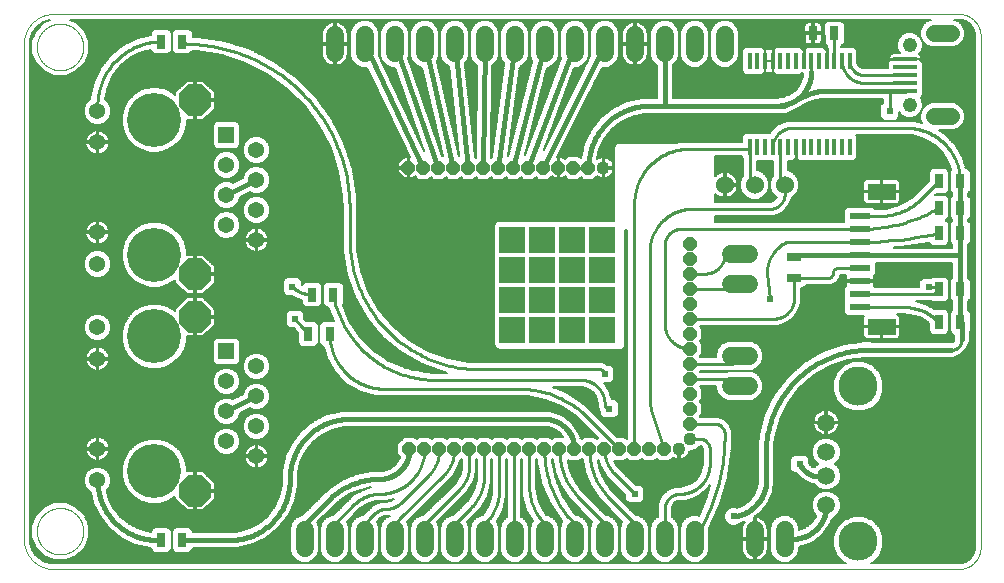
<source format=gtl>
G75*
%MOIN*%
%OFA0B0*%
%FSLAX25Y25*%
%IPPOS*%
%LPD*%
%AMOC8*
5,1,8,0,0,1.08239X$1,22.5*
%
%ADD10C,0.00000*%
%ADD11R,0.08500X0.08500*%
%ADD12R,0.07000X0.02400*%
%ADD13R,0.09500X0.05800*%
%ADD14R,0.03150X0.04724*%
%ADD15R,0.04724X0.03150*%
%ADD16R,0.05400X0.05400*%
%ADD17C,0.05400*%
%ADD18C,0.18000*%
%ADD19OC8,0.10500*%
%ADD20C,0.04362*%
%ADD21OC8,0.04362*%
%ADD22R,0.08000X0.01600*%
%ADD23C,0.04800*%
%ADD24C,0.05600*%
%ADD25C,0.06000*%
%ADD26R,0.01370X0.05500*%
%ADD27C,0.06000*%
%ADD28C,0.05937*%
%ADD29C,0.13055*%
%ADD30C,0.00600*%
%ADD31R,0.03169X0.03169*%
%ADD32C,0.01000*%
%ADD33R,0.03200X0.03200*%
%ADD34R,0.02400X0.02400*%
%ADD35C,0.01500*%
%ADD36C,0.02400*%
D10*
X0014973Y0024882D02*
X0316546Y0024882D01*
X0316546Y0024883D02*
X0316724Y0024885D01*
X0316901Y0024892D01*
X0317078Y0024902D01*
X0317255Y0024917D01*
X0317432Y0024937D01*
X0317608Y0024960D01*
X0317784Y0024988D01*
X0317958Y0025020D01*
X0318132Y0025056D01*
X0318305Y0025097D01*
X0318477Y0025141D01*
X0318648Y0025190D01*
X0318818Y0025243D01*
X0318986Y0025300D01*
X0319153Y0025361D01*
X0319318Y0025426D01*
X0319482Y0025495D01*
X0319644Y0025568D01*
X0319804Y0025644D01*
X0319962Y0025725D01*
X0320118Y0025809D01*
X0320273Y0025898D01*
X0320425Y0025990D01*
X0320574Y0026085D01*
X0320722Y0026184D01*
X0320867Y0026287D01*
X0321009Y0026393D01*
X0321149Y0026503D01*
X0321286Y0026616D01*
X0321421Y0026732D01*
X0321552Y0026851D01*
X0321681Y0026974D01*
X0321806Y0027099D01*
X0321929Y0027228D01*
X0322048Y0027359D01*
X0322164Y0027494D01*
X0322277Y0027631D01*
X0322387Y0027771D01*
X0322493Y0027913D01*
X0322596Y0028058D01*
X0322695Y0028206D01*
X0322790Y0028355D01*
X0322882Y0028507D01*
X0322971Y0028662D01*
X0323055Y0028818D01*
X0323136Y0028976D01*
X0323212Y0029136D01*
X0323285Y0029298D01*
X0323354Y0029462D01*
X0323419Y0029627D01*
X0323480Y0029794D01*
X0323537Y0029962D01*
X0323590Y0030132D01*
X0323639Y0030303D01*
X0323683Y0030475D01*
X0323724Y0030648D01*
X0323760Y0030822D01*
X0323792Y0030996D01*
X0323820Y0031172D01*
X0323843Y0031348D01*
X0323863Y0031525D01*
X0323878Y0031702D01*
X0323888Y0031879D01*
X0323895Y0032056D01*
X0323897Y0032234D01*
X0323898Y0032234D02*
X0323898Y0202651D01*
X0323897Y0202651D02*
X0323895Y0202827D01*
X0323889Y0203002D01*
X0323878Y0203178D01*
X0323863Y0203353D01*
X0323844Y0203527D01*
X0323821Y0203701D01*
X0323793Y0203875D01*
X0323762Y0204048D01*
X0323726Y0204220D01*
X0323686Y0204391D01*
X0323642Y0204561D01*
X0323593Y0204730D01*
X0323541Y0204898D01*
X0323485Y0205064D01*
X0323425Y0205229D01*
X0323360Y0205392D01*
X0323292Y0205554D01*
X0323220Y0205715D01*
X0323144Y0205873D01*
X0323064Y0206030D01*
X0322981Y0206184D01*
X0322894Y0206337D01*
X0322803Y0206487D01*
X0322708Y0206635D01*
X0322610Y0206781D01*
X0322509Y0206924D01*
X0322404Y0207065D01*
X0322295Y0207203D01*
X0322184Y0207339D01*
X0322069Y0207472D01*
X0321951Y0207602D01*
X0321829Y0207729D01*
X0321705Y0207853D01*
X0321578Y0207975D01*
X0321448Y0208093D01*
X0321315Y0208208D01*
X0321179Y0208319D01*
X0321041Y0208428D01*
X0320900Y0208533D01*
X0320757Y0208634D01*
X0320611Y0208732D01*
X0320463Y0208827D01*
X0320313Y0208918D01*
X0320160Y0209005D01*
X0320006Y0209088D01*
X0319849Y0209168D01*
X0319691Y0209244D01*
X0319530Y0209316D01*
X0319368Y0209384D01*
X0319205Y0209449D01*
X0319040Y0209509D01*
X0318874Y0209565D01*
X0318706Y0209617D01*
X0318537Y0209666D01*
X0318367Y0209710D01*
X0318196Y0209750D01*
X0318024Y0209786D01*
X0317851Y0209817D01*
X0317677Y0209845D01*
X0317503Y0209868D01*
X0317329Y0209887D01*
X0317154Y0209902D01*
X0316978Y0209913D01*
X0316803Y0209919D01*
X0316627Y0209921D01*
X0316627Y0209922D02*
X0014913Y0209922D01*
X0014913Y0209921D02*
X0014673Y0209918D01*
X0014434Y0209909D01*
X0014195Y0209895D01*
X0013956Y0209875D01*
X0013718Y0209849D01*
X0013481Y0209817D01*
X0013244Y0209780D01*
X0013008Y0209736D01*
X0012774Y0209687D01*
X0012541Y0209633D01*
X0012309Y0209573D01*
X0012078Y0209507D01*
X0011850Y0209436D01*
X0011623Y0209359D01*
X0011398Y0209277D01*
X0011175Y0209189D01*
X0010954Y0209096D01*
X0010736Y0208998D01*
X0010520Y0208894D01*
X0010306Y0208786D01*
X0010095Y0208672D01*
X0009888Y0208553D01*
X0009683Y0208429D01*
X0009481Y0208300D01*
X0009282Y0208166D01*
X0009086Y0208028D01*
X0008894Y0207885D01*
X0008706Y0207737D01*
X0008521Y0207585D01*
X0008339Y0207428D01*
X0008162Y0207267D01*
X0007989Y0207102D01*
X0007819Y0206932D01*
X0007654Y0206759D01*
X0007493Y0206582D01*
X0007336Y0206400D01*
X0007184Y0206215D01*
X0007036Y0206027D01*
X0006893Y0205835D01*
X0006755Y0205639D01*
X0006621Y0205440D01*
X0006492Y0205238D01*
X0006368Y0205033D01*
X0006249Y0204826D01*
X0006135Y0204615D01*
X0006027Y0204401D01*
X0005923Y0204185D01*
X0005825Y0203967D01*
X0005732Y0203746D01*
X0005644Y0203523D01*
X0005562Y0203298D01*
X0005485Y0203071D01*
X0005414Y0202843D01*
X0005348Y0202612D01*
X0005288Y0202380D01*
X0005234Y0202147D01*
X0005185Y0201913D01*
X0005141Y0201677D01*
X0005104Y0201440D01*
X0005072Y0201203D01*
X0005046Y0200965D01*
X0005026Y0200726D01*
X0005012Y0200487D01*
X0005003Y0200248D01*
X0005000Y0200008D01*
X0005000Y0034855D01*
X0005003Y0034614D01*
X0005012Y0034373D01*
X0005026Y0034133D01*
X0005047Y0033892D01*
X0005073Y0033653D01*
X0005105Y0033414D01*
X0005142Y0033176D01*
X0005186Y0032939D01*
X0005235Y0032703D01*
X0005290Y0032468D01*
X0005350Y0032235D01*
X0005416Y0032003D01*
X0005488Y0031773D01*
X0005565Y0031545D01*
X0005648Y0031319D01*
X0005736Y0031094D01*
X0005830Y0030872D01*
X0005929Y0030652D01*
X0006033Y0030435D01*
X0006142Y0030220D01*
X0006257Y0030008D01*
X0006377Y0029799D01*
X0006501Y0029593D01*
X0006631Y0029390D01*
X0006765Y0029190D01*
X0006905Y0028993D01*
X0007049Y0028800D01*
X0007197Y0028610D01*
X0007350Y0028424D01*
X0007508Y0028242D01*
X0007670Y0028063D01*
X0007836Y0027889D01*
X0008007Y0027718D01*
X0008181Y0027552D01*
X0008360Y0027390D01*
X0008542Y0027232D01*
X0008728Y0027079D01*
X0008918Y0026931D01*
X0009111Y0026787D01*
X0009308Y0026647D01*
X0009508Y0026513D01*
X0009711Y0026383D01*
X0009917Y0026259D01*
X0010126Y0026139D01*
X0010338Y0026024D01*
X0010553Y0025915D01*
X0010770Y0025811D01*
X0010990Y0025712D01*
X0011212Y0025618D01*
X0011437Y0025530D01*
X0011663Y0025447D01*
X0011891Y0025370D01*
X0012121Y0025298D01*
X0012353Y0025232D01*
X0012586Y0025172D01*
X0012821Y0025117D01*
X0013057Y0025068D01*
X0013294Y0025024D01*
X0013532Y0024987D01*
X0013771Y0024955D01*
X0014010Y0024929D01*
X0014251Y0024908D01*
X0014491Y0024894D01*
X0014732Y0024885D01*
X0014973Y0024882D01*
X0009297Y0037520D02*
X0009299Y0037710D01*
X0009306Y0037900D01*
X0009318Y0038090D01*
X0009334Y0038280D01*
X0009355Y0038469D01*
X0009381Y0038657D01*
X0009411Y0038845D01*
X0009446Y0039032D01*
X0009485Y0039218D01*
X0009529Y0039403D01*
X0009578Y0039587D01*
X0009631Y0039770D01*
X0009688Y0039951D01*
X0009750Y0040131D01*
X0009816Y0040309D01*
X0009887Y0040486D01*
X0009962Y0040661D01*
X0010041Y0040834D01*
X0010125Y0041004D01*
X0010212Y0041173D01*
X0010304Y0041340D01*
X0010400Y0041504D01*
X0010499Y0041666D01*
X0010603Y0041826D01*
X0010711Y0041983D01*
X0010822Y0042137D01*
X0010937Y0042288D01*
X0011056Y0042437D01*
X0011179Y0042582D01*
X0011305Y0042725D01*
X0011434Y0042864D01*
X0011567Y0043000D01*
X0011703Y0043133D01*
X0011842Y0043262D01*
X0011985Y0043388D01*
X0012130Y0043511D01*
X0012279Y0043630D01*
X0012430Y0043745D01*
X0012584Y0043856D01*
X0012741Y0043964D01*
X0012901Y0044068D01*
X0013063Y0044167D01*
X0013227Y0044263D01*
X0013394Y0044355D01*
X0013563Y0044442D01*
X0013733Y0044526D01*
X0013906Y0044605D01*
X0014081Y0044680D01*
X0014258Y0044751D01*
X0014436Y0044817D01*
X0014616Y0044879D01*
X0014797Y0044936D01*
X0014980Y0044989D01*
X0015164Y0045038D01*
X0015349Y0045082D01*
X0015535Y0045121D01*
X0015722Y0045156D01*
X0015910Y0045186D01*
X0016098Y0045212D01*
X0016287Y0045233D01*
X0016477Y0045249D01*
X0016667Y0045261D01*
X0016857Y0045268D01*
X0017047Y0045270D01*
X0017237Y0045268D01*
X0017427Y0045261D01*
X0017617Y0045249D01*
X0017807Y0045233D01*
X0017996Y0045212D01*
X0018184Y0045186D01*
X0018372Y0045156D01*
X0018559Y0045121D01*
X0018745Y0045082D01*
X0018930Y0045038D01*
X0019114Y0044989D01*
X0019297Y0044936D01*
X0019478Y0044879D01*
X0019658Y0044817D01*
X0019836Y0044751D01*
X0020013Y0044680D01*
X0020188Y0044605D01*
X0020361Y0044526D01*
X0020531Y0044442D01*
X0020700Y0044355D01*
X0020867Y0044263D01*
X0021031Y0044167D01*
X0021193Y0044068D01*
X0021353Y0043964D01*
X0021510Y0043856D01*
X0021664Y0043745D01*
X0021815Y0043630D01*
X0021964Y0043511D01*
X0022109Y0043388D01*
X0022252Y0043262D01*
X0022391Y0043133D01*
X0022527Y0043000D01*
X0022660Y0042864D01*
X0022789Y0042725D01*
X0022915Y0042582D01*
X0023038Y0042437D01*
X0023157Y0042288D01*
X0023272Y0042137D01*
X0023383Y0041983D01*
X0023491Y0041826D01*
X0023595Y0041666D01*
X0023694Y0041504D01*
X0023790Y0041340D01*
X0023882Y0041173D01*
X0023969Y0041004D01*
X0024053Y0040834D01*
X0024132Y0040661D01*
X0024207Y0040486D01*
X0024278Y0040309D01*
X0024344Y0040131D01*
X0024406Y0039951D01*
X0024463Y0039770D01*
X0024516Y0039587D01*
X0024565Y0039403D01*
X0024609Y0039218D01*
X0024648Y0039032D01*
X0024683Y0038845D01*
X0024713Y0038657D01*
X0024739Y0038469D01*
X0024760Y0038280D01*
X0024776Y0038090D01*
X0024788Y0037900D01*
X0024795Y0037710D01*
X0024797Y0037520D01*
X0024795Y0037330D01*
X0024788Y0037140D01*
X0024776Y0036950D01*
X0024760Y0036760D01*
X0024739Y0036571D01*
X0024713Y0036383D01*
X0024683Y0036195D01*
X0024648Y0036008D01*
X0024609Y0035822D01*
X0024565Y0035637D01*
X0024516Y0035453D01*
X0024463Y0035270D01*
X0024406Y0035089D01*
X0024344Y0034909D01*
X0024278Y0034731D01*
X0024207Y0034554D01*
X0024132Y0034379D01*
X0024053Y0034206D01*
X0023969Y0034036D01*
X0023882Y0033867D01*
X0023790Y0033700D01*
X0023694Y0033536D01*
X0023595Y0033374D01*
X0023491Y0033214D01*
X0023383Y0033057D01*
X0023272Y0032903D01*
X0023157Y0032752D01*
X0023038Y0032603D01*
X0022915Y0032458D01*
X0022789Y0032315D01*
X0022660Y0032176D01*
X0022527Y0032040D01*
X0022391Y0031907D01*
X0022252Y0031778D01*
X0022109Y0031652D01*
X0021964Y0031529D01*
X0021815Y0031410D01*
X0021664Y0031295D01*
X0021510Y0031184D01*
X0021353Y0031076D01*
X0021193Y0030972D01*
X0021031Y0030873D01*
X0020867Y0030777D01*
X0020700Y0030685D01*
X0020531Y0030598D01*
X0020361Y0030514D01*
X0020188Y0030435D01*
X0020013Y0030360D01*
X0019836Y0030289D01*
X0019658Y0030223D01*
X0019478Y0030161D01*
X0019297Y0030104D01*
X0019114Y0030051D01*
X0018930Y0030002D01*
X0018745Y0029958D01*
X0018559Y0029919D01*
X0018372Y0029884D01*
X0018184Y0029854D01*
X0017996Y0029828D01*
X0017807Y0029807D01*
X0017617Y0029791D01*
X0017427Y0029779D01*
X0017237Y0029772D01*
X0017047Y0029770D01*
X0016857Y0029772D01*
X0016667Y0029779D01*
X0016477Y0029791D01*
X0016287Y0029807D01*
X0016098Y0029828D01*
X0015910Y0029854D01*
X0015722Y0029884D01*
X0015535Y0029919D01*
X0015349Y0029958D01*
X0015164Y0030002D01*
X0014980Y0030051D01*
X0014797Y0030104D01*
X0014616Y0030161D01*
X0014436Y0030223D01*
X0014258Y0030289D01*
X0014081Y0030360D01*
X0013906Y0030435D01*
X0013733Y0030514D01*
X0013563Y0030598D01*
X0013394Y0030685D01*
X0013227Y0030777D01*
X0013063Y0030873D01*
X0012901Y0030972D01*
X0012741Y0031076D01*
X0012584Y0031184D01*
X0012430Y0031295D01*
X0012279Y0031410D01*
X0012130Y0031529D01*
X0011985Y0031652D01*
X0011842Y0031778D01*
X0011703Y0031907D01*
X0011567Y0032040D01*
X0011434Y0032176D01*
X0011305Y0032315D01*
X0011179Y0032458D01*
X0011056Y0032603D01*
X0010937Y0032752D01*
X0010822Y0032903D01*
X0010711Y0033057D01*
X0010603Y0033214D01*
X0010499Y0033374D01*
X0010400Y0033536D01*
X0010304Y0033700D01*
X0010212Y0033867D01*
X0010125Y0034036D01*
X0010041Y0034206D01*
X0009962Y0034379D01*
X0009887Y0034554D01*
X0009816Y0034731D01*
X0009750Y0034909D01*
X0009688Y0035089D01*
X0009631Y0035270D01*
X0009578Y0035453D01*
X0009529Y0035637D01*
X0009485Y0035822D01*
X0009446Y0036008D01*
X0009411Y0036195D01*
X0009381Y0036383D01*
X0009355Y0036571D01*
X0009334Y0036760D01*
X0009318Y0036950D01*
X0009306Y0037140D01*
X0009299Y0037330D01*
X0009297Y0037520D01*
X0009297Y0198937D02*
X0009299Y0199127D01*
X0009306Y0199317D01*
X0009318Y0199507D01*
X0009334Y0199697D01*
X0009355Y0199886D01*
X0009381Y0200074D01*
X0009411Y0200262D01*
X0009446Y0200449D01*
X0009485Y0200635D01*
X0009529Y0200820D01*
X0009578Y0201004D01*
X0009631Y0201187D01*
X0009688Y0201368D01*
X0009750Y0201548D01*
X0009816Y0201726D01*
X0009887Y0201903D01*
X0009962Y0202078D01*
X0010041Y0202251D01*
X0010125Y0202421D01*
X0010212Y0202590D01*
X0010304Y0202757D01*
X0010400Y0202921D01*
X0010499Y0203083D01*
X0010603Y0203243D01*
X0010711Y0203400D01*
X0010822Y0203554D01*
X0010937Y0203705D01*
X0011056Y0203854D01*
X0011179Y0203999D01*
X0011305Y0204142D01*
X0011434Y0204281D01*
X0011567Y0204417D01*
X0011703Y0204550D01*
X0011842Y0204679D01*
X0011985Y0204805D01*
X0012130Y0204928D01*
X0012279Y0205047D01*
X0012430Y0205162D01*
X0012584Y0205273D01*
X0012741Y0205381D01*
X0012901Y0205485D01*
X0013063Y0205584D01*
X0013227Y0205680D01*
X0013394Y0205772D01*
X0013563Y0205859D01*
X0013733Y0205943D01*
X0013906Y0206022D01*
X0014081Y0206097D01*
X0014258Y0206168D01*
X0014436Y0206234D01*
X0014616Y0206296D01*
X0014797Y0206353D01*
X0014980Y0206406D01*
X0015164Y0206455D01*
X0015349Y0206499D01*
X0015535Y0206538D01*
X0015722Y0206573D01*
X0015910Y0206603D01*
X0016098Y0206629D01*
X0016287Y0206650D01*
X0016477Y0206666D01*
X0016667Y0206678D01*
X0016857Y0206685D01*
X0017047Y0206687D01*
X0017237Y0206685D01*
X0017427Y0206678D01*
X0017617Y0206666D01*
X0017807Y0206650D01*
X0017996Y0206629D01*
X0018184Y0206603D01*
X0018372Y0206573D01*
X0018559Y0206538D01*
X0018745Y0206499D01*
X0018930Y0206455D01*
X0019114Y0206406D01*
X0019297Y0206353D01*
X0019478Y0206296D01*
X0019658Y0206234D01*
X0019836Y0206168D01*
X0020013Y0206097D01*
X0020188Y0206022D01*
X0020361Y0205943D01*
X0020531Y0205859D01*
X0020700Y0205772D01*
X0020867Y0205680D01*
X0021031Y0205584D01*
X0021193Y0205485D01*
X0021353Y0205381D01*
X0021510Y0205273D01*
X0021664Y0205162D01*
X0021815Y0205047D01*
X0021964Y0204928D01*
X0022109Y0204805D01*
X0022252Y0204679D01*
X0022391Y0204550D01*
X0022527Y0204417D01*
X0022660Y0204281D01*
X0022789Y0204142D01*
X0022915Y0203999D01*
X0023038Y0203854D01*
X0023157Y0203705D01*
X0023272Y0203554D01*
X0023383Y0203400D01*
X0023491Y0203243D01*
X0023595Y0203083D01*
X0023694Y0202921D01*
X0023790Y0202757D01*
X0023882Y0202590D01*
X0023969Y0202421D01*
X0024053Y0202251D01*
X0024132Y0202078D01*
X0024207Y0201903D01*
X0024278Y0201726D01*
X0024344Y0201548D01*
X0024406Y0201368D01*
X0024463Y0201187D01*
X0024516Y0201004D01*
X0024565Y0200820D01*
X0024609Y0200635D01*
X0024648Y0200449D01*
X0024683Y0200262D01*
X0024713Y0200074D01*
X0024739Y0199886D01*
X0024760Y0199697D01*
X0024776Y0199507D01*
X0024788Y0199317D01*
X0024795Y0199127D01*
X0024797Y0198937D01*
X0024795Y0198747D01*
X0024788Y0198557D01*
X0024776Y0198367D01*
X0024760Y0198177D01*
X0024739Y0197988D01*
X0024713Y0197800D01*
X0024683Y0197612D01*
X0024648Y0197425D01*
X0024609Y0197239D01*
X0024565Y0197054D01*
X0024516Y0196870D01*
X0024463Y0196687D01*
X0024406Y0196506D01*
X0024344Y0196326D01*
X0024278Y0196148D01*
X0024207Y0195971D01*
X0024132Y0195796D01*
X0024053Y0195623D01*
X0023969Y0195453D01*
X0023882Y0195284D01*
X0023790Y0195117D01*
X0023694Y0194953D01*
X0023595Y0194791D01*
X0023491Y0194631D01*
X0023383Y0194474D01*
X0023272Y0194320D01*
X0023157Y0194169D01*
X0023038Y0194020D01*
X0022915Y0193875D01*
X0022789Y0193732D01*
X0022660Y0193593D01*
X0022527Y0193457D01*
X0022391Y0193324D01*
X0022252Y0193195D01*
X0022109Y0193069D01*
X0021964Y0192946D01*
X0021815Y0192827D01*
X0021664Y0192712D01*
X0021510Y0192601D01*
X0021353Y0192493D01*
X0021193Y0192389D01*
X0021031Y0192290D01*
X0020867Y0192194D01*
X0020700Y0192102D01*
X0020531Y0192015D01*
X0020361Y0191931D01*
X0020188Y0191852D01*
X0020013Y0191777D01*
X0019836Y0191706D01*
X0019658Y0191640D01*
X0019478Y0191578D01*
X0019297Y0191521D01*
X0019114Y0191468D01*
X0018930Y0191419D01*
X0018745Y0191375D01*
X0018559Y0191336D01*
X0018372Y0191301D01*
X0018184Y0191271D01*
X0017996Y0191245D01*
X0017807Y0191224D01*
X0017617Y0191208D01*
X0017427Y0191196D01*
X0017237Y0191189D01*
X0017047Y0191187D01*
X0016857Y0191189D01*
X0016667Y0191196D01*
X0016477Y0191208D01*
X0016287Y0191224D01*
X0016098Y0191245D01*
X0015910Y0191271D01*
X0015722Y0191301D01*
X0015535Y0191336D01*
X0015349Y0191375D01*
X0015164Y0191419D01*
X0014980Y0191468D01*
X0014797Y0191521D01*
X0014616Y0191578D01*
X0014436Y0191640D01*
X0014258Y0191706D01*
X0014081Y0191777D01*
X0013906Y0191852D01*
X0013733Y0191931D01*
X0013563Y0192015D01*
X0013394Y0192102D01*
X0013227Y0192194D01*
X0013063Y0192290D01*
X0012901Y0192389D01*
X0012741Y0192493D01*
X0012584Y0192601D01*
X0012430Y0192712D01*
X0012279Y0192827D01*
X0012130Y0192946D01*
X0011985Y0193069D01*
X0011842Y0193195D01*
X0011703Y0193324D01*
X0011567Y0193457D01*
X0011434Y0193593D01*
X0011305Y0193732D01*
X0011179Y0193875D01*
X0011056Y0194020D01*
X0010937Y0194169D01*
X0010822Y0194320D01*
X0010711Y0194474D01*
X0010603Y0194631D01*
X0010499Y0194791D01*
X0010400Y0194953D01*
X0010304Y0195117D01*
X0010212Y0195284D01*
X0010125Y0195453D01*
X0010041Y0195623D01*
X0009962Y0195796D01*
X0009887Y0195971D01*
X0009816Y0196148D01*
X0009750Y0196326D01*
X0009688Y0196506D01*
X0009631Y0196687D01*
X0009578Y0196870D01*
X0009529Y0197054D01*
X0009485Y0197239D01*
X0009446Y0197425D01*
X0009411Y0197612D01*
X0009381Y0197800D01*
X0009355Y0197988D01*
X0009334Y0198177D01*
X0009318Y0198367D01*
X0009306Y0198557D01*
X0009299Y0198747D01*
X0009297Y0198937D01*
D11*
X0167833Y0134711D03*
X0177833Y0134711D03*
X0187833Y0134711D03*
X0197833Y0134711D03*
X0197833Y0124711D03*
X0187833Y0124711D03*
X0177833Y0124711D03*
X0167833Y0124711D03*
X0167833Y0114711D03*
X0177833Y0114711D03*
X0187833Y0114711D03*
X0197833Y0114711D03*
X0197833Y0104711D03*
X0187833Y0104711D03*
X0177833Y0104711D03*
X0167833Y0104711D03*
D12*
X0283665Y0112248D03*
X0283665Y0116548D03*
X0283665Y0120948D03*
X0283665Y0125248D03*
X0283665Y0129548D03*
X0283665Y0133948D03*
X0283665Y0138248D03*
X0283665Y0142548D03*
D13*
X0290865Y0150748D03*
X0290865Y0105748D03*
D14*
X0310039Y0107280D03*
X0317126Y0107280D03*
X0317126Y0118091D03*
X0310039Y0118091D03*
X0310039Y0136957D03*
X0317126Y0136957D03*
X0317126Y0145331D03*
X0310039Y0145331D03*
X0310039Y0154205D03*
X0317126Y0154205D03*
X0275126Y0203461D03*
X0268039Y0203461D03*
X0108094Y0116370D03*
X0101008Y0116370D03*
X0099831Y0103229D03*
X0106917Y0103229D03*
X0057835Y0034567D03*
X0050748Y0034567D03*
X0050748Y0200748D03*
X0057835Y0200748D03*
D15*
X0261654Y0128977D03*
X0261654Y0121890D03*
D16*
X0072500Y0097496D03*
X0072500Y0169622D03*
D17*
X0082500Y0164622D03*
X0072500Y0159622D03*
X0082500Y0154622D03*
X0072500Y0149622D03*
X0082500Y0144622D03*
X0072500Y0139622D03*
X0082500Y0134622D03*
X0029500Y0137122D03*
X0029500Y0126622D03*
X0029500Y0105496D03*
X0029500Y0094996D03*
X0029500Y0064996D03*
X0029500Y0054496D03*
X0072500Y0067496D03*
X0082500Y0062496D03*
X0082500Y0072496D03*
X0072500Y0077496D03*
X0082500Y0082496D03*
X0072500Y0087496D03*
X0082500Y0092496D03*
X0029500Y0167122D03*
X0029500Y0177622D03*
D18*
X0048500Y0174622D03*
X0048500Y0129622D03*
X0048500Y0102496D03*
X0048500Y0057496D03*
D19*
X0062000Y0050996D03*
X0062000Y0108996D03*
X0062000Y0123122D03*
X0062000Y0181122D03*
D20*
X0198172Y0158678D03*
X0226972Y0068378D03*
X0223472Y0064878D03*
D21*
X0218472Y0064878D03*
X0213472Y0064878D03*
X0208472Y0064878D03*
X0203472Y0064878D03*
X0198472Y0064878D03*
X0193472Y0064878D03*
X0188472Y0064878D03*
X0183472Y0064878D03*
X0178472Y0064878D03*
X0173472Y0064878D03*
X0168472Y0064878D03*
X0163472Y0064878D03*
X0158472Y0064878D03*
X0153472Y0064878D03*
X0148472Y0064878D03*
X0143472Y0064878D03*
X0138472Y0064878D03*
X0133472Y0064878D03*
X0226972Y0073378D03*
X0226972Y0078378D03*
X0226972Y0083378D03*
X0226972Y0088378D03*
X0226972Y0093378D03*
X0226972Y0098378D03*
X0226972Y0103378D03*
X0226972Y0108378D03*
X0226972Y0113378D03*
X0226972Y0118378D03*
X0226972Y0123378D03*
X0226972Y0128378D03*
X0226972Y0133378D03*
X0193172Y0158678D03*
X0188172Y0158678D03*
X0183172Y0158678D03*
X0178172Y0158678D03*
X0173172Y0158678D03*
X0168172Y0158678D03*
X0163172Y0158678D03*
X0158172Y0158678D03*
X0153172Y0158678D03*
X0148172Y0158678D03*
X0143172Y0158678D03*
X0138172Y0158678D03*
X0133172Y0158678D03*
D22*
X0298776Y0184367D03*
X0298776Y0186967D03*
X0298776Y0189567D03*
X0298776Y0192167D03*
X0298776Y0194767D03*
D23*
X0300276Y0199567D03*
X0300276Y0179567D03*
D24*
X0308476Y0175767D02*
X0314076Y0175767D01*
X0313976Y0203467D02*
X0308376Y0203467D01*
D25*
X0238583Y0202961D02*
X0238583Y0196961D01*
X0228583Y0196961D02*
X0228583Y0202961D01*
X0218583Y0202961D02*
X0218583Y0196961D01*
X0208583Y0196961D02*
X0208583Y0202961D01*
X0198583Y0202961D02*
X0198583Y0196961D01*
X0188583Y0196961D02*
X0188583Y0202961D01*
X0178583Y0202961D02*
X0178583Y0196961D01*
X0168583Y0196961D02*
X0168583Y0202961D01*
X0158583Y0202961D02*
X0158583Y0196961D01*
X0148583Y0196961D02*
X0148583Y0202961D01*
X0138583Y0202961D02*
X0138583Y0196961D01*
X0128583Y0196961D02*
X0128583Y0202961D01*
X0118583Y0202961D02*
X0118583Y0196961D01*
X0108583Y0196961D02*
X0108583Y0202961D01*
X0240583Y0129961D02*
X0246583Y0129961D01*
X0246583Y0119961D02*
X0240583Y0119961D01*
X0240583Y0095961D02*
X0246583Y0095961D01*
X0246583Y0085961D02*
X0240583Y0085961D01*
X0248583Y0037961D02*
X0248583Y0031961D01*
X0258583Y0031961D02*
X0258583Y0037961D01*
X0228583Y0037961D02*
X0228583Y0031961D01*
X0218583Y0031961D02*
X0218583Y0037961D01*
X0208583Y0037961D02*
X0208583Y0031961D01*
X0198583Y0031961D02*
X0198583Y0037961D01*
X0188583Y0037961D02*
X0188583Y0031961D01*
X0178583Y0031961D02*
X0178583Y0037961D01*
X0168583Y0037961D02*
X0168583Y0031961D01*
X0158583Y0031961D02*
X0158583Y0037961D01*
X0148583Y0037961D02*
X0148583Y0031961D01*
X0138583Y0031961D02*
X0138583Y0037961D01*
X0128583Y0037961D02*
X0128583Y0031961D01*
X0118583Y0031961D02*
X0118583Y0037961D01*
X0108583Y0037961D02*
X0108583Y0031961D01*
X0098583Y0031961D02*
X0098583Y0037961D01*
D26*
X0246949Y0165567D03*
X0249508Y0165567D03*
X0252067Y0165567D03*
X0254626Y0165567D03*
X0257185Y0165567D03*
X0259744Y0165567D03*
X0262303Y0165567D03*
X0264862Y0165567D03*
X0267421Y0165567D03*
X0269980Y0165567D03*
X0272539Y0165567D03*
X0275098Y0165567D03*
X0277657Y0165567D03*
X0280217Y0165567D03*
X0280217Y0194355D03*
X0277657Y0194355D03*
X0275098Y0194355D03*
X0272539Y0194355D03*
X0269980Y0194355D03*
X0267421Y0194355D03*
X0264862Y0194355D03*
X0262303Y0194355D03*
X0259744Y0194355D03*
X0257185Y0194355D03*
X0254626Y0194355D03*
X0252067Y0194355D03*
X0249508Y0194355D03*
X0246949Y0194355D03*
D27*
X0248583Y0152961D03*
X0258583Y0152961D03*
X0238583Y0152961D03*
D28*
X0272441Y0073741D03*
X0272441Y0063898D03*
X0272441Y0056024D03*
X0272441Y0046181D03*
D29*
X0283111Y0034095D03*
X0283111Y0085827D03*
D30*
X0290890Y0089002D02*
X0322023Y0089002D01*
X0322023Y0089600D02*
X0290642Y0089600D01*
X0290395Y0090199D02*
X0322023Y0090199D01*
X0322023Y0090797D02*
X0290023Y0090797D01*
X0290234Y0090587D02*
X0287870Y0092950D01*
X0284782Y0094229D01*
X0281439Y0094229D01*
X0278351Y0092950D01*
X0275987Y0090587D01*
X0274708Y0087498D01*
X0274708Y0084156D01*
X0275987Y0081068D01*
X0278351Y0078704D01*
X0281439Y0077425D01*
X0284782Y0077425D01*
X0287870Y0078704D01*
X0290234Y0081068D01*
X0291513Y0084156D01*
X0291513Y0087498D01*
X0290234Y0090587D01*
X0289425Y0091396D02*
X0322023Y0091396D01*
X0322023Y0091994D02*
X0288826Y0091994D01*
X0288228Y0092593D02*
X0322023Y0092593D01*
X0322023Y0093191D02*
X0287288Y0093191D01*
X0285843Y0093790D02*
X0322023Y0093790D01*
X0322023Y0094388D02*
X0279025Y0094388D01*
X0279567Y0094572D02*
X0273636Y0092557D01*
X0268212Y0089423D01*
X0263504Y0085292D01*
X0259693Y0080321D01*
X0256924Y0074702D01*
X0255305Y0068651D01*
X0254953Y0065584D01*
X0254953Y0056367D01*
X0255173Y0054571D01*
X0255173Y0054571D01*
X0254624Y0050670D01*
X0254624Y0050670D01*
X0253084Y0047044D01*
X0253084Y0047044D01*
X0250657Y0043940D01*
X0250657Y0043940D01*
X0250657Y0043940D01*
X0248283Y0042152D01*
X0248283Y0035261D01*
X0248883Y0035261D01*
X0252883Y0035261D01*
X0252883Y0038299D01*
X0252777Y0038968D01*
X0252568Y0039612D01*
X0252260Y0040215D01*
X0251863Y0040762D01*
X0251384Y0041241D01*
X0250836Y0041639D01*
X0250233Y0041946D01*
X0249590Y0042155D01*
X0248921Y0042261D01*
X0248883Y0042261D01*
X0248883Y0035261D01*
X0248883Y0034661D01*
X0252883Y0034661D01*
X0252883Y0031623D01*
X0252777Y0030954D01*
X0252568Y0030310D01*
X0252260Y0029707D01*
X0251863Y0029160D01*
X0251384Y0028681D01*
X0250836Y0028283D01*
X0250233Y0027976D01*
X0249590Y0027767D01*
X0248921Y0027661D01*
X0248883Y0027661D01*
X0248883Y0034661D01*
X0248283Y0034661D01*
X0248283Y0027661D01*
X0248244Y0027661D01*
X0247576Y0027767D01*
X0246932Y0027976D01*
X0246329Y0028283D01*
X0245781Y0028681D01*
X0245303Y0029160D01*
X0244905Y0029707D01*
X0244598Y0030310D01*
X0244389Y0030954D01*
X0244283Y0031623D01*
X0244283Y0034661D01*
X0248283Y0034661D01*
X0248283Y0035261D01*
X0244283Y0035261D01*
X0244283Y0038299D01*
X0244389Y0038968D01*
X0244598Y0039612D01*
X0244905Y0040215D01*
X0245217Y0040644D01*
X0243857Y0040095D01*
X0243857Y0040095D01*
X0243525Y0040054D01*
X0243324Y0039854D01*
X0242194Y0039386D01*
X0240971Y0039386D01*
X0239841Y0039854D01*
X0238976Y0040719D01*
X0238508Y0041849D01*
X0238508Y0043073D01*
X0238976Y0044203D01*
X0239841Y0045068D01*
X0240971Y0045536D01*
X0242194Y0045536D01*
X0242636Y0045353D01*
X0244863Y0046252D01*
X0246888Y0047777D01*
X0248450Y0049775D01*
X0249441Y0052108D01*
X0249795Y0054619D01*
X0249740Y0055598D01*
X0249704Y0055685D01*
X0249704Y0056047D01*
X0249660Y0056406D01*
X0249704Y0056564D01*
X0249704Y0065273D01*
X0249675Y0065357D01*
X0249704Y0065792D01*
X0249704Y0066229D01*
X0249737Y0066310D01*
X0249948Y0069534D01*
X0249948Y0069534D01*
X0251842Y0076613D01*
X0251842Y0076613D01*
X0255081Y0083187D01*
X0255081Y0083187D01*
X0259540Y0089002D01*
X0259540Y0089002D01*
X0259540Y0089002D01*
X0265048Y0093836D01*
X0265048Y0093836D01*
X0271393Y0097502D01*
X0271393Y0097502D01*
X0278332Y0099860D01*
X0278332Y0099860D01*
X0285597Y0100819D01*
X0285597Y0100819D01*
X0289168Y0100586D01*
X0314605Y0100586D01*
X0314720Y0100538D01*
X0315006Y0100823D01*
X0314958Y0100939D01*
X0314958Y0103043D01*
X0314775Y0103043D01*
X0313676Y0104141D01*
X0313676Y0110419D01*
X0314501Y0111243D01*
X0314501Y0114127D01*
X0313676Y0114952D01*
X0313676Y0121230D01*
X0314501Y0122054D01*
X0314501Y0126836D01*
X0289039Y0126836D01*
X0289039Y0123272D01*
X0288385Y0122617D01*
X0288465Y0122319D01*
X0288465Y0121248D01*
X0283965Y0121248D01*
X0283965Y0120648D01*
X0288465Y0120648D01*
X0288465Y0119577D01*
X0288376Y0119247D01*
X0288355Y0119210D01*
X0288641Y0118923D01*
X0303508Y0118923D01*
X0303508Y0120937D01*
X0304606Y0122036D01*
X0307396Y0122036D01*
X0307688Y0122328D01*
X0312391Y0122328D01*
X0313489Y0121230D01*
X0313489Y0114952D01*
X0312391Y0113854D01*
X0307688Y0113854D01*
X0307368Y0114174D01*
X0302268Y0114174D01*
X0305509Y0113305D01*
X0305509Y0113305D01*
X0308606Y0111517D01*
X0312391Y0111517D01*
X0313489Y0110419D01*
X0313489Y0104141D01*
X0312391Y0103043D01*
X0307688Y0103043D01*
X0306590Y0104141D01*
X0306590Y0107053D01*
X0303627Y0108763D01*
X0299949Y0109749D01*
X0298044Y0109874D01*
X0296065Y0109874D01*
X0296116Y0109860D01*
X0296413Y0109689D01*
X0296655Y0109447D01*
X0296826Y0109150D01*
X0296915Y0108819D01*
X0296915Y0106048D01*
X0291165Y0106048D01*
X0291165Y0105448D01*
X0296915Y0105448D01*
X0296915Y0102677D01*
X0296826Y0102347D01*
X0296655Y0102050D01*
X0296413Y0101808D01*
X0296116Y0101637D01*
X0295786Y0101548D01*
X0291165Y0101548D01*
X0291165Y0105448D01*
X0290565Y0105448D01*
X0290565Y0101548D01*
X0285943Y0101548D01*
X0285613Y0101637D01*
X0285316Y0101808D01*
X0285074Y0102050D01*
X0284903Y0102347D01*
X0284815Y0102677D01*
X0284815Y0105448D01*
X0290565Y0105448D01*
X0290565Y0106048D01*
X0284815Y0106048D01*
X0284815Y0108819D01*
X0284903Y0109150D01*
X0284917Y0109174D01*
X0279388Y0109174D01*
X0278290Y0110272D01*
X0278290Y0114225D01*
X0278463Y0114398D01*
X0278290Y0114572D01*
X0278290Y0118525D01*
X0278974Y0119210D01*
X0278953Y0119247D01*
X0278865Y0119577D01*
X0278865Y0120648D01*
X0283365Y0120648D01*
X0283365Y0121248D01*
X0278865Y0121248D01*
X0278865Y0122319D01*
X0278944Y0122617D01*
X0278688Y0122874D01*
X0276957Y0122874D01*
X0276957Y0122404D01*
X0275900Y0120573D01*
X0275900Y0120573D01*
X0275900Y0120573D01*
X0274069Y0119515D01*
X0265867Y0119515D01*
X0264792Y0118440D01*
X0264028Y0118440D01*
X0264028Y0113542D01*
X0263152Y0110844D01*
X0263152Y0110844D01*
X0261484Y0108548D01*
X0261484Y0108548D01*
X0261484Y0108548D01*
X0259188Y0106880D01*
X0259188Y0106880D01*
X0256490Y0106003D01*
X0230334Y0106003D01*
X0230208Y0105878D01*
X0231028Y0105058D01*
X0231028Y0101698D01*
X0230208Y0100878D01*
X0231028Y0100058D01*
X0231028Y0096698D01*
X0230208Y0095878D01*
X0230334Y0095753D01*
X0235708Y0095753D01*
X0235708Y0096931D01*
X0236450Y0098722D01*
X0237821Y0100094D01*
X0239613Y0100836D01*
X0247552Y0100836D01*
X0249344Y0100094D01*
X0250715Y0098722D01*
X0251457Y0096931D01*
X0251457Y0094991D01*
X0250715Y0093200D01*
X0249344Y0091828D01*
X0247552Y0091086D01*
X0242186Y0091086D01*
X0241986Y0091003D01*
X0230334Y0091003D01*
X0230208Y0090878D01*
X0230334Y0090753D01*
X0239413Y0090753D01*
X0239613Y0090836D01*
X0247552Y0090836D01*
X0249344Y0090094D01*
X0250715Y0088722D01*
X0251457Y0086931D01*
X0251457Y0084991D01*
X0250715Y0083200D01*
X0249344Y0081828D01*
X0247552Y0081086D01*
X0239613Y0081086D01*
X0237821Y0081828D01*
X0236450Y0083200D01*
X0235708Y0084991D01*
X0235708Y0086003D01*
X0230334Y0086003D01*
X0230208Y0085878D01*
X0231028Y0085058D01*
X0231028Y0081698D01*
X0230208Y0080878D01*
X0231028Y0080058D01*
X0231028Y0076698D01*
X0230208Y0075878D01*
X0230334Y0075753D01*
X0236317Y0075753D01*
X0238446Y0074871D01*
X0238446Y0074871D01*
X0238446Y0074871D01*
X0240076Y0073242D01*
X0240076Y0073242D01*
X0240957Y0071113D01*
X0240957Y0070945D01*
X0240957Y0065179D01*
X0239631Y0055707D01*
X0239631Y0055707D01*
X0237003Y0046510D01*
X0237003Y0046510D01*
X0233457Y0038515D01*
X0233457Y0030991D01*
X0232715Y0029200D01*
X0231344Y0027828D01*
X0229552Y0027086D01*
X0227613Y0027086D01*
X0225821Y0027828D01*
X0224450Y0029200D01*
X0223708Y0030991D01*
X0223708Y0038931D01*
X0224450Y0040722D01*
X0225821Y0042094D01*
X0227613Y0042836D01*
X0229552Y0042836D01*
X0229938Y0042676D01*
X0232382Y0048186D01*
X0233716Y0052854D01*
X0232442Y0051102D01*
X0232442Y0051102D01*
X0232442Y0051102D01*
X0229271Y0048797D01*
X0229271Y0048797D01*
X0225543Y0047586D01*
X0223583Y0047586D01*
X0223071Y0047536D01*
X0222124Y0047144D01*
X0221400Y0046419D01*
X0221008Y0045473D01*
X0220957Y0044961D01*
X0220957Y0042254D01*
X0221344Y0042094D01*
X0222715Y0040722D01*
X0223457Y0038931D01*
X0223457Y0030991D01*
X0222715Y0029200D01*
X0221344Y0027828D01*
X0219552Y0027086D01*
X0217613Y0027086D01*
X0215821Y0027828D01*
X0214450Y0029200D01*
X0213708Y0030991D01*
X0213708Y0038931D01*
X0214450Y0040722D01*
X0215821Y0042094D01*
X0216208Y0042254D01*
X0216208Y0046428D01*
X0217331Y0049138D01*
X0217331Y0049138D01*
X0219405Y0051213D01*
X0219405Y0051213D01*
X0222116Y0052336D01*
X0223583Y0052336D01*
X0224776Y0052430D01*
X0227044Y0053167D01*
X0228975Y0054569D01*
X0230377Y0056499D01*
X0231114Y0058768D01*
X0231208Y0059961D01*
X0231208Y0064961D01*
X0231188Y0065164D01*
X0231032Y0065540D01*
X0230745Y0065828D01*
X0230369Y0065983D01*
X0230318Y0065988D01*
X0229270Y0064940D01*
X0227779Y0064322D01*
X0226911Y0064322D01*
X0226820Y0063863D01*
X0226557Y0063229D01*
X0226176Y0062659D01*
X0225692Y0062174D01*
X0225121Y0061793D01*
X0224488Y0061531D01*
X0223815Y0061397D01*
X0223763Y0061397D01*
X0223763Y0064588D01*
X0223182Y0064588D01*
X0223182Y0061397D01*
X0223130Y0061397D01*
X0222457Y0061531D01*
X0221824Y0061793D01*
X0221404Y0062074D01*
X0220152Y0060822D01*
X0216792Y0060822D01*
X0215972Y0061642D01*
X0215152Y0060822D01*
X0211792Y0060822D01*
X0210972Y0061642D01*
X0210152Y0060822D01*
X0206792Y0060822D01*
X0205972Y0061642D01*
X0205152Y0060822D01*
X0201852Y0060822D01*
X0202755Y0059259D01*
X0203551Y0058351D01*
X0208866Y0053036D01*
X0210559Y0053036D01*
X0211657Y0051937D01*
X0211657Y0047984D01*
X0210559Y0046886D01*
X0206606Y0046886D01*
X0205508Y0047984D01*
X0205508Y0049677D01*
X0199497Y0055688D01*
X0199497Y0055688D01*
X0198891Y0056294D01*
X0198891Y0056294D01*
X0197050Y0059482D01*
X0197050Y0059482D01*
X0196654Y0060961D01*
X0196229Y0061386D01*
X0196764Y0058695D01*
X0198362Y0054837D01*
X0200682Y0051365D01*
X0202086Y0049816D01*
X0209066Y0042836D01*
X0209552Y0042836D01*
X0211344Y0042094D01*
X0212715Y0040722D01*
X0213457Y0038931D01*
X0213457Y0030991D01*
X0212715Y0029200D01*
X0211344Y0027828D01*
X0209552Y0027086D01*
X0207613Y0027086D01*
X0205821Y0027828D01*
X0204450Y0029200D01*
X0203708Y0030991D01*
X0203708Y0038931D01*
X0204450Y0040722D01*
X0204456Y0040729D01*
X0198032Y0047153D01*
X0198032Y0047153D01*
X0196914Y0048272D01*
X0196914Y0048272D01*
X0194063Y0052538D01*
X0194063Y0052538D01*
X0192099Y0057279D01*
X0192099Y0057279D01*
X0191295Y0061320D01*
X0190972Y0061642D01*
X0190152Y0060822D01*
X0186792Y0060822D01*
X0186229Y0061386D01*
X0186764Y0058695D01*
X0188362Y0054837D01*
X0190682Y0051365D01*
X0192086Y0049816D01*
X0199066Y0042836D01*
X0199552Y0042836D01*
X0201344Y0042094D01*
X0202715Y0040722D01*
X0203457Y0038931D01*
X0203457Y0030991D01*
X0202715Y0029200D01*
X0201344Y0027828D01*
X0199552Y0027086D01*
X0197613Y0027086D01*
X0195821Y0027828D01*
X0194450Y0029200D01*
X0193708Y0030991D01*
X0193708Y0038931D01*
X0194450Y0040722D01*
X0194456Y0040729D01*
X0188032Y0047153D01*
X0188032Y0047153D01*
X0186914Y0048272D01*
X0186914Y0048272D01*
X0184063Y0052538D01*
X0184063Y0052538D01*
X0182099Y0057279D01*
X0182099Y0057279D01*
X0181295Y0061320D01*
X0180982Y0061633D01*
X0181002Y0061219D01*
X0182231Y0055038D01*
X0184643Y0049217D01*
X0188144Y0043977D01*
X0189178Y0042836D01*
X0189552Y0042836D01*
X0191344Y0042094D01*
X0192715Y0040722D01*
X0193457Y0038931D01*
X0193457Y0030991D01*
X0192715Y0029200D01*
X0191344Y0027828D01*
X0189552Y0027086D01*
X0187613Y0027086D01*
X0185821Y0027828D01*
X0184450Y0029200D01*
X0183708Y0030991D01*
X0183708Y0038931D01*
X0184450Y0040722D01*
X0184456Y0040729D01*
X0184334Y0040851D01*
X0184334Y0040851D01*
X0180297Y0046894D01*
X0180297Y0046894D01*
X0177515Y0053608D01*
X0177515Y0053608D01*
X0176098Y0060736D01*
X0176098Y0061517D01*
X0175972Y0061642D01*
X0175847Y0061517D01*
X0175847Y0052298D01*
X0175976Y0050331D01*
X0176995Y0046530D01*
X0178962Y0043122D01*
X0179213Y0042836D01*
X0179552Y0042836D01*
X0181344Y0042094D01*
X0182715Y0040722D01*
X0183457Y0038931D01*
X0183457Y0030991D01*
X0182715Y0029200D01*
X0181344Y0027828D01*
X0179552Y0027086D01*
X0177613Y0027086D01*
X0175821Y0027828D01*
X0174450Y0029200D01*
X0173708Y0030991D01*
X0173708Y0038931D01*
X0174450Y0040722D01*
X0174618Y0040890D01*
X0172448Y0044647D01*
X0172448Y0044647D01*
X0171098Y0049688D01*
X0171098Y0061517D01*
X0170972Y0061642D01*
X0170847Y0061517D01*
X0170847Y0042299D01*
X0171344Y0042094D01*
X0172715Y0040722D01*
X0173457Y0038931D01*
X0173457Y0030991D01*
X0172715Y0029200D01*
X0171344Y0027828D01*
X0169552Y0027086D01*
X0167613Y0027086D01*
X0165821Y0027828D01*
X0164450Y0029200D01*
X0163708Y0030991D01*
X0163708Y0038931D01*
X0164450Y0040722D01*
X0165821Y0042094D01*
X0166098Y0042208D01*
X0166098Y0061517D01*
X0165972Y0061642D01*
X0165847Y0061517D01*
X0165847Y0049255D01*
X0164548Y0044405D01*
X0164548Y0044405D01*
X0162529Y0040909D01*
X0162715Y0040722D01*
X0163457Y0038931D01*
X0163457Y0030991D01*
X0162715Y0029200D01*
X0161344Y0027828D01*
X0159552Y0027086D01*
X0157613Y0027086D01*
X0155821Y0027828D01*
X0154450Y0029200D01*
X0153708Y0030991D01*
X0153708Y0038931D01*
X0154450Y0040722D01*
X0155821Y0042094D01*
X0157613Y0042836D01*
X0157952Y0042836D01*
X0158138Y0043048D01*
X0160008Y0046286D01*
X0160975Y0049897D01*
X0161098Y0051766D01*
X0161098Y0061517D01*
X0160972Y0061642D01*
X0160847Y0061517D01*
X0160847Y0053986D01*
X0159613Y0049378D01*
X0159613Y0049378D01*
X0157227Y0045247D01*
X0157227Y0045247D01*
X0156236Y0044256D01*
X0156236Y0044256D01*
X0152709Y0040729D01*
X0152715Y0040722D01*
X0153457Y0038931D01*
X0153457Y0030991D01*
X0152715Y0029200D01*
X0151344Y0027828D01*
X0149552Y0027086D01*
X0147613Y0027086D01*
X0145821Y0027828D01*
X0144450Y0029200D01*
X0143708Y0030991D01*
X0143708Y0038931D01*
X0144450Y0040722D01*
X0145821Y0042094D01*
X0147613Y0042836D01*
X0148099Y0042836D01*
X0152182Y0046919D01*
X0153335Y0048234D01*
X0155080Y0051256D01*
X0155983Y0054627D01*
X0156098Y0056371D01*
X0156098Y0061517D01*
X0155972Y0061642D01*
X0155847Y0061517D01*
X0155847Y0057684D01*
X0154927Y0054248D01*
X0154927Y0054248D01*
X0153149Y0051168D01*
X0153149Y0051168D01*
X0152587Y0050607D01*
X0152587Y0050607D01*
X0142709Y0040729D01*
X0142715Y0040722D01*
X0143457Y0038931D01*
X0143457Y0030991D01*
X0142715Y0029200D01*
X0141344Y0027828D01*
X0139552Y0027086D01*
X0137613Y0027086D01*
X0135821Y0027828D01*
X0134450Y0029200D01*
X0133708Y0030991D01*
X0133708Y0038931D01*
X0134450Y0040722D01*
X0135821Y0042094D01*
X0137613Y0042836D01*
X0138099Y0042836D01*
X0148533Y0053269D01*
X0149288Y0054131D01*
X0150431Y0056110D01*
X0151023Y0058319D01*
X0151098Y0059462D01*
X0151098Y0061517D01*
X0150972Y0061642D01*
X0150316Y0060986D01*
X0149858Y0059277D01*
X0149858Y0059277D01*
X0147948Y0055967D01*
X0147948Y0055967D01*
X0146597Y0054616D01*
X0145901Y0053921D01*
X0145901Y0053921D01*
X0132709Y0040729D01*
X0132715Y0040722D01*
X0133457Y0038931D01*
X0133457Y0030991D01*
X0132715Y0029200D01*
X0131344Y0027828D01*
X0129552Y0027086D01*
X0127613Y0027086D01*
X0125821Y0027828D01*
X0124450Y0029200D01*
X0123708Y0030991D01*
X0123708Y0038931D01*
X0124450Y0040722D01*
X0125821Y0042094D01*
X0127010Y0042586D01*
X0125654Y0042586D01*
X0125142Y0042536D01*
X0124195Y0042144D01*
X0123797Y0041817D01*
X0122709Y0040729D01*
X0122715Y0040722D01*
X0123457Y0038931D01*
X0123457Y0030991D01*
X0122715Y0029200D01*
X0121344Y0027828D01*
X0119552Y0027086D01*
X0117613Y0027086D01*
X0115821Y0027828D01*
X0114450Y0029200D01*
X0113708Y0030991D01*
X0113708Y0038931D01*
X0114450Y0040722D01*
X0115821Y0042094D01*
X0117613Y0042836D01*
X0118099Y0042836D01*
X0118368Y0043105D01*
X0119063Y0043800D01*
X0119063Y0043800D01*
X0120439Y0045176D01*
X0120439Y0045176D01*
X0121476Y0046213D01*
X0121476Y0046213D01*
X0124187Y0047336D01*
X0125654Y0047336D01*
X0126570Y0047426D01*
X0128263Y0048127D01*
X0128463Y0048291D01*
X0125832Y0047586D01*
X0123555Y0047586D01*
X0122298Y0047504D01*
X0119870Y0046853D01*
X0117693Y0045596D01*
X0116746Y0044766D01*
X0112709Y0040729D01*
X0112715Y0040722D01*
X0113457Y0038931D01*
X0113457Y0030991D01*
X0112715Y0029200D01*
X0111344Y0027828D01*
X0109552Y0027086D01*
X0107613Y0027086D01*
X0105821Y0027828D01*
X0104450Y0029200D01*
X0103708Y0030991D01*
X0103708Y0038931D01*
X0104450Y0040722D01*
X0105821Y0042094D01*
X0107613Y0042836D01*
X0108099Y0042836D01*
X0114083Y0048820D01*
X0114083Y0048820D01*
X0114726Y0049463D01*
X0114726Y0049463D01*
X0118005Y0051356D01*
X0118005Y0051356D01*
X0120775Y0052098D01*
X0117328Y0051412D01*
X0113443Y0049803D01*
X0109947Y0047467D01*
X0108387Y0046053D01*
X0108380Y0046046D01*
X0108018Y0045684D01*
X0108018Y0045684D01*
X0102815Y0040481D01*
X0103457Y0038931D01*
X0103457Y0030991D01*
X0102715Y0029200D01*
X0101344Y0027828D01*
X0099552Y0027086D01*
X0097613Y0027086D01*
X0095821Y0027828D01*
X0094450Y0029200D01*
X0093708Y0030991D01*
X0093708Y0038931D01*
X0094450Y0040722D01*
X0095821Y0042094D01*
X0097613Y0042836D01*
X0097745Y0042836D01*
X0104675Y0049765D01*
X0104675Y0049765D01*
X0106535Y0051625D01*
X0106535Y0051625D01*
X0110908Y0054547D01*
X0110908Y0054547D01*
X0115767Y0056560D01*
X0115767Y0056560D01*
X0120925Y0057586D01*
X0123555Y0057586D01*
X0124696Y0057676D01*
X0126866Y0058381D01*
X0128712Y0059722D01*
X0130053Y0061568D01*
X0130297Y0062318D01*
X0129417Y0063198D01*
X0129417Y0066558D01*
X0131792Y0068934D01*
X0135152Y0068934D01*
X0135972Y0068114D01*
X0136792Y0068934D01*
X0140152Y0068934D01*
X0140972Y0068114D01*
X0141792Y0068934D01*
X0145152Y0068934D01*
X0145972Y0068114D01*
X0146792Y0068934D01*
X0150152Y0068934D01*
X0150972Y0068114D01*
X0151792Y0068934D01*
X0155152Y0068934D01*
X0155972Y0068114D01*
X0156792Y0068934D01*
X0160152Y0068934D01*
X0160972Y0068114D01*
X0161792Y0068934D01*
X0165152Y0068934D01*
X0165972Y0068114D01*
X0166792Y0068934D01*
X0170152Y0068934D01*
X0170972Y0068114D01*
X0171792Y0068934D01*
X0175152Y0068934D01*
X0175972Y0068114D01*
X0176792Y0068934D01*
X0180152Y0068934D01*
X0180972Y0068114D01*
X0181792Y0068934D01*
X0184548Y0068934D01*
X0183663Y0070152D01*
X0181776Y0071523D01*
X0179556Y0072244D01*
X0178390Y0072336D01*
X0113583Y0072336D01*
X0111637Y0072227D01*
X0107844Y0071361D01*
X0104339Y0069673D01*
X0101297Y0067247D01*
X0098871Y0064205D01*
X0097183Y0060700D01*
X0096317Y0056906D01*
X0096208Y0054967D01*
X0096257Y0052431D01*
X0096257Y0052431D01*
X0095193Y0047379D01*
X0095193Y0047379D01*
X0093017Y0042696D01*
X0093017Y0042696D01*
X0089843Y0038624D01*
X0089843Y0038624D01*
X0085834Y0035371D01*
X0085834Y0035371D01*
X0081195Y0033105D01*
X0081195Y0033105D01*
X0076164Y0031942D01*
X0061284Y0031942D01*
X0061284Y0031428D01*
X0060186Y0030330D01*
X0055483Y0030330D01*
X0054385Y0031428D01*
X0054385Y0037706D01*
X0055483Y0038804D01*
X0060186Y0038804D01*
X0061284Y0037706D01*
X0061284Y0037192D01*
X0073583Y0037192D01*
X0075553Y0037304D01*
X0079391Y0038191D01*
X0082931Y0039921D01*
X0085991Y0042403D01*
X0088413Y0045510D01*
X0090072Y0049083D01*
X0090885Y0052938D01*
X0090958Y0054896D01*
X0090958Y0054936D01*
X0090948Y0055432D01*
X0090958Y0055457D01*
X0090958Y0057510D01*
X0092092Y0062481D01*
X0092092Y0062481D01*
X0094304Y0067074D01*
X0094304Y0067074D01*
X0097483Y0071060D01*
X0097483Y0071060D01*
X0097483Y0071060D01*
X0101469Y0074239D01*
X0101469Y0074239D01*
X0106063Y0076451D01*
X0106063Y0076451D01*
X0111033Y0077586D01*
X0180402Y0077586D01*
X0184231Y0076342D01*
X0184231Y0076342D01*
X0187487Y0073976D01*
X0187487Y0073976D01*
X0189853Y0070719D01*
X0189853Y0070719D01*
X0190569Y0068518D01*
X0190972Y0068114D01*
X0191792Y0068934D01*
X0195152Y0068934D01*
X0195972Y0068114D01*
X0196425Y0068567D01*
X0191739Y0073253D01*
X0191406Y0073586D01*
X0191044Y0073949D01*
X0188899Y0075892D01*
X0184092Y0079104D01*
X0178751Y0081316D01*
X0173081Y0082444D01*
X0170191Y0082586D01*
X0122467Y0082586D01*
X0117217Y0083993D01*
X0117217Y0083993D01*
X0112510Y0086711D01*
X0112510Y0086711D01*
X0108667Y0090554D01*
X0108667Y0090554D01*
X0105949Y0095261D01*
X0105949Y0095261D01*
X0104950Y0098992D01*
X0104566Y0098992D01*
X0103468Y0100090D01*
X0103468Y0106367D01*
X0104566Y0107466D01*
X0108336Y0107466D01*
X0106486Y0112133D01*
X0105743Y0112133D01*
X0104645Y0113232D01*
X0104645Y0119509D01*
X0105743Y0120607D01*
X0110446Y0120607D01*
X0111544Y0119509D01*
X0111544Y0113232D01*
X0111391Y0113079D01*
X0113507Y0107739D01*
X0116987Y0102383D01*
X0121457Y0097821D01*
X0126740Y0094231D01*
X0132628Y0091757D01*
X0138889Y0090495D01*
X0142083Y0090336D01*
X0145982Y0090336D01*
X0145164Y0090480D01*
X0145164Y0090480D01*
X0137621Y0093225D01*
X0137621Y0093225D01*
X0130669Y0097239D01*
X0130669Y0097239D01*
X0124520Y0102399D01*
X0124520Y0102399D01*
X0119361Y0108548D01*
X0119361Y0108548D01*
X0115347Y0115499D01*
X0115347Y0115499D01*
X0112602Y0123042D01*
X0112602Y0123042D01*
X0111208Y0130947D01*
X0111208Y0144961D01*
X0111046Y0149090D01*
X0109754Y0157246D01*
X0107202Y0165100D01*
X0103453Y0172458D01*
X0098599Y0179138D01*
X0098599Y0179138D01*
X0092760Y0184977D01*
X0086079Y0189831D01*
X0078721Y0193580D01*
X0070868Y0196132D01*
X0062712Y0197424D01*
X0061160Y0197485D01*
X0060186Y0196511D01*
X0055483Y0196511D01*
X0054385Y0197610D01*
X0054385Y0203887D01*
X0055483Y0204985D01*
X0060186Y0204985D01*
X0061284Y0203887D01*
X0061284Y0202336D01*
X0063098Y0202336D01*
X0072018Y0200923D01*
X0080607Y0198132D01*
X0088654Y0194032D01*
X0095960Y0188724D01*
X0095960Y0188724D01*
X0102346Y0182338D01*
X0107654Y0175032D01*
X0107654Y0175032D01*
X0111754Y0166985D01*
X0111754Y0166985D01*
X0114545Y0158396D01*
X0114545Y0158396D01*
X0115957Y0149476D01*
X0115957Y0134961D01*
X0116114Y0131377D01*
X0117359Y0124317D01*
X0119811Y0117581D01*
X0123395Y0111372D01*
X0128003Y0105881D01*
X0133494Y0101273D01*
X0139702Y0097689D01*
X0146439Y0095237D01*
X0153498Y0093992D01*
X0157083Y0093836D01*
X0198121Y0093836D01*
X0199507Y0093036D01*
X0200559Y0093036D01*
X0201657Y0091937D01*
X0201657Y0087984D01*
X0200559Y0086886D01*
X0198375Y0086886D01*
X0199942Y0084730D01*
X0199942Y0084730D01*
X0200957Y0081604D01*
X0200957Y0081453D01*
X0202142Y0081453D01*
X0203240Y0080355D01*
X0203240Y0076402D01*
X0202142Y0075303D01*
X0198189Y0075303D01*
X0197091Y0076402D01*
X0197091Y0077372D01*
X0196208Y0078901D01*
X0196208Y0079961D01*
X0196139Y0080841D01*
X0195595Y0082515D01*
X0194560Y0083939D01*
X0193136Y0084973D01*
X0191463Y0085517D01*
X0190583Y0085586D01*
X0181225Y0085586D01*
X0186409Y0083439D01*
X0186409Y0083439D01*
X0192017Y0079692D01*
X0192017Y0079692D01*
X0193707Y0078003D01*
X0194757Y0076952D01*
X0195098Y0076612D01*
X0202775Y0068934D01*
X0205152Y0068934D01*
X0205972Y0068114D01*
X0206098Y0068239D01*
X0206098Y0138086D01*
X0205308Y0138086D01*
X0205308Y0099051D01*
X0204210Y0097952D01*
X0163286Y0097952D01*
X0162188Y0099051D01*
X0162188Y0099204D01*
X0161708Y0099684D01*
X0161708Y0139738D01*
X0162806Y0140836D01*
X0163050Y0140836D01*
X0163286Y0141072D01*
X0201708Y0141072D01*
X0201708Y0165738D01*
X0202806Y0166836D01*
X0222028Y0166836D01*
X0223894Y0167336D01*
X0244389Y0167336D01*
X0244389Y0169094D01*
X0245487Y0170192D01*
X0253444Y0170192D01*
X0253586Y0170534D01*
X0253586Y0170534D01*
X0256053Y0173001D01*
X0256053Y0173001D01*
X0259276Y0174336D01*
X0301765Y0174336D01*
X0304289Y0173660D01*
X0303801Y0174837D01*
X0303801Y0176697D01*
X0304512Y0178415D01*
X0305828Y0179730D01*
X0307546Y0180442D01*
X0315005Y0180442D01*
X0316724Y0179730D01*
X0318039Y0178415D01*
X0318750Y0176697D01*
X0318750Y0174837D01*
X0318039Y0173119D01*
X0316724Y0171804D01*
X0315005Y0171092D01*
X0310160Y0171092D01*
X0311593Y0170265D01*
X0311593Y0170265D01*
X0315387Y0166471D01*
X0315387Y0166471D01*
X0318069Y0161825D01*
X0318069Y0161825D01*
X0318976Y0158442D01*
X0319477Y0158442D01*
X0320576Y0157344D01*
X0320576Y0151066D01*
X0319751Y0150241D01*
X0319751Y0149295D01*
X0320576Y0148470D01*
X0320576Y0142192D01*
X0319751Y0141367D01*
X0319751Y0140921D01*
X0320576Y0140096D01*
X0320576Y0133818D01*
X0319751Y0132993D01*
X0319751Y0122054D01*
X0320576Y0121230D01*
X0320576Y0114952D01*
X0319751Y0114127D01*
X0319751Y0111243D01*
X0320576Y0110419D01*
X0320576Y0104141D01*
X0320207Y0103773D01*
X0320207Y0100939D01*
X0319957Y0100335D01*
X0319957Y0100292D01*
X0319063Y0098133D01*
X0319063Y0098133D01*
X0317410Y0096481D01*
X0317410Y0096481D01*
X0315251Y0095586D01*
X0315208Y0095586D01*
X0314605Y0095336D01*
X0289516Y0095336D01*
X0289433Y0095308D01*
X0288997Y0095336D01*
X0288561Y0095336D01*
X0288532Y0095348D01*
X0285777Y0095392D01*
X0279567Y0094572D01*
X0280378Y0093790D02*
X0277264Y0093790D01*
X0277994Y0092593D02*
X0273741Y0092593D01*
X0272662Y0091994D02*
X0277395Y0091994D01*
X0276797Y0091396D02*
X0271626Y0091396D01*
X0270590Y0090797D02*
X0276198Y0090797D01*
X0275827Y0090199D02*
X0269554Y0090199D01*
X0268519Y0089600D02*
X0275579Y0089600D01*
X0275331Y0089002D02*
X0267732Y0089002D01*
X0267050Y0088403D02*
X0275083Y0088403D01*
X0274835Y0087805D02*
X0266368Y0087805D01*
X0265686Y0087206D02*
X0274708Y0087206D01*
X0274708Y0086608D02*
X0265004Y0086608D01*
X0264322Y0086009D02*
X0274708Y0086009D01*
X0274708Y0085411D02*
X0263640Y0085411D01*
X0263137Y0084812D02*
X0274708Y0084812D01*
X0274708Y0084214D02*
X0262678Y0084214D01*
X0262219Y0083615D02*
X0274932Y0083615D01*
X0275180Y0083017D02*
X0261760Y0083017D01*
X0261301Y0082418D02*
X0275428Y0082418D01*
X0275676Y0081820D02*
X0260842Y0081820D01*
X0260383Y0081221D02*
X0275924Y0081221D01*
X0276432Y0080622D02*
X0259924Y0080622D01*
X0259546Y0080024D02*
X0277031Y0080024D01*
X0277630Y0079425D02*
X0259252Y0079425D01*
X0258957Y0078827D02*
X0278228Y0078827D01*
X0279499Y0078228D02*
X0258662Y0078228D01*
X0258367Y0077630D02*
X0270671Y0077630D01*
X0270802Y0077697D02*
X0270203Y0077392D01*
X0269660Y0076997D01*
X0269185Y0076522D01*
X0268790Y0075978D01*
X0268485Y0075379D01*
X0268277Y0074740D01*
X0268172Y0074077D01*
X0268172Y0074041D01*
X0272140Y0074041D01*
X0272140Y0073441D01*
X0268172Y0073441D01*
X0268172Y0073405D01*
X0268277Y0072741D01*
X0268485Y0072102D01*
X0268790Y0071504D01*
X0269185Y0070960D01*
X0269660Y0070485D01*
X0270203Y0070090D01*
X0270802Y0069785D01*
X0271441Y0069577D01*
X0272105Y0069472D01*
X0272141Y0069472D01*
X0272141Y0073441D01*
X0272741Y0073441D01*
X0272741Y0074041D01*
X0276709Y0074041D01*
X0276709Y0074077D01*
X0276604Y0074740D01*
X0276396Y0075379D01*
X0276091Y0075978D01*
X0275696Y0076522D01*
X0275221Y0076997D01*
X0274678Y0077392D01*
X0274079Y0077697D01*
X0273440Y0077904D01*
X0272776Y0078009D01*
X0272741Y0078009D01*
X0272741Y0074041D01*
X0272141Y0074041D01*
X0272141Y0078009D01*
X0272105Y0078009D01*
X0271441Y0077904D01*
X0270802Y0077697D01*
X0269708Y0077031D02*
X0258072Y0077031D01*
X0257777Y0076433D02*
X0269120Y0076433D01*
X0268717Y0075834D02*
X0257482Y0075834D01*
X0257187Y0075236D02*
X0268438Y0075236D01*
X0268261Y0074637D02*
X0256907Y0074637D01*
X0256747Y0074039D02*
X0272140Y0074039D01*
X0272141Y0074637D02*
X0272741Y0074637D01*
X0272741Y0074039D02*
X0322023Y0074039D01*
X0322023Y0074637D02*
X0276620Y0074637D01*
X0276443Y0075236D02*
X0322023Y0075236D01*
X0322023Y0075834D02*
X0276164Y0075834D01*
X0275761Y0076433D02*
X0322023Y0076433D01*
X0322023Y0077031D02*
X0275173Y0077031D01*
X0274210Y0077630D02*
X0280944Y0077630D01*
X0285277Y0077630D02*
X0322023Y0077630D01*
X0322023Y0078228D02*
X0286722Y0078228D01*
X0287993Y0078827D02*
X0322023Y0078827D01*
X0322023Y0079425D02*
X0288592Y0079425D01*
X0289190Y0080024D02*
X0322023Y0080024D01*
X0322023Y0080622D02*
X0289789Y0080622D01*
X0290297Y0081221D02*
X0322023Y0081221D01*
X0322023Y0081820D02*
X0290545Y0081820D01*
X0290793Y0082418D02*
X0322023Y0082418D01*
X0322023Y0083017D02*
X0291041Y0083017D01*
X0291289Y0083615D02*
X0322023Y0083615D01*
X0322023Y0084214D02*
X0291513Y0084214D01*
X0291513Y0084812D02*
X0322023Y0084812D01*
X0322023Y0085411D02*
X0291513Y0085411D01*
X0291513Y0086009D02*
X0322023Y0086009D01*
X0322023Y0086608D02*
X0291513Y0086608D01*
X0291513Y0087206D02*
X0322023Y0087206D01*
X0322023Y0087805D02*
X0291386Y0087805D01*
X0291138Y0088403D02*
X0322023Y0088403D01*
X0322023Y0094987D02*
X0282707Y0094987D01*
X0278933Y0093191D02*
X0275503Y0093191D01*
X0274560Y0098578D02*
X0250775Y0098578D01*
X0251023Y0097979D02*
X0272799Y0097979D01*
X0271184Y0097381D02*
X0251271Y0097381D01*
X0251457Y0096782D02*
X0270148Y0096782D01*
X0269112Y0096184D02*
X0251457Y0096184D01*
X0251457Y0095585D02*
X0268077Y0095585D01*
X0267041Y0094987D02*
X0251456Y0094987D01*
X0251208Y0094388D02*
X0266005Y0094388D01*
X0264996Y0093790D02*
X0250960Y0093790D01*
X0250707Y0093191D02*
X0264314Y0093191D01*
X0263632Y0092593D02*
X0250108Y0092593D01*
X0249510Y0091994D02*
X0262950Y0091994D01*
X0262268Y0091396D02*
X0248300Y0091396D01*
X0247645Y0090797D02*
X0261586Y0090797D01*
X0260904Y0090199D02*
X0249090Y0090199D01*
X0249837Y0089600D02*
X0260222Y0089600D01*
X0259540Y0089002D02*
X0250436Y0089002D01*
X0250848Y0088403D02*
X0259081Y0088403D01*
X0258622Y0087805D02*
X0251095Y0087805D01*
X0251343Y0087206D02*
X0258163Y0087206D01*
X0257704Y0086608D02*
X0251457Y0086608D01*
X0251457Y0086009D02*
X0257245Y0086009D01*
X0256786Y0085411D02*
X0251457Y0085411D01*
X0251383Y0084812D02*
X0256327Y0084812D01*
X0255869Y0084214D02*
X0251135Y0084214D01*
X0250887Y0083615D02*
X0255410Y0083615D01*
X0254997Y0083017D02*
X0250532Y0083017D01*
X0249934Y0082418D02*
X0254702Y0082418D01*
X0254407Y0081820D02*
X0249323Y0081820D01*
X0247878Y0081221D02*
X0254113Y0081221D01*
X0253818Y0080622D02*
X0230464Y0080622D01*
X0230551Y0081221D02*
X0239287Y0081221D01*
X0237842Y0081820D02*
X0231028Y0081820D01*
X0231028Y0082418D02*
X0237232Y0082418D01*
X0236633Y0083017D02*
X0231028Y0083017D01*
X0231028Y0083615D02*
X0236278Y0083615D01*
X0236030Y0084214D02*
X0231028Y0084214D01*
X0231028Y0084812D02*
X0235782Y0084812D01*
X0235708Y0085411D02*
X0230676Y0085411D01*
X0231028Y0080024D02*
X0253523Y0080024D01*
X0253228Y0079425D02*
X0231028Y0079425D01*
X0231028Y0078827D02*
X0252933Y0078827D01*
X0252638Y0078228D02*
X0231028Y0078228D01*
X0231028Y0077630D02*
X0252343Y0077630D01*
X0252048Y0077031D02*
X0231028Y0077031D01*
X0230763Y0076433D02*
X0251794Y0076433D01*
X0251634Y0075834D02*
X0230252Y0075834D01*
X0237566Y0075236D02*
X0251473Y0075236D01*
X0251313Y0074637D02*
X0238680Y0074637D01*
X0239279Y0074039D02*
X0251153Y0074039D01*
X0250993Y0073440D02*
X0239877Y0073440D01*
X0240241Y0072842D02*
X0250833Y0072842D01*
X0250673Y0072243D02*
X0240489Y0072243D01*
X0240737Y0071645D02*
X0250513Y0071645D01*
X0250352Y0071046D02*
X0240957Y0071046D01*
X0240957Y0071113D02*
X0240957Y0071113D01*
X0240957Y0070448D02*
X0250192Y0070448D01*
X0250032Y0069849D02*
X0240957Y0069849D01*
X0240957Y0069251D02*
X0249929Y0069251D01*
X0249890Y0068652D02*
X0240957Y0068652D01*
X0240957Y0068054D02*
X0249851Y0068054D01*
X0249812Y0067455D02*
X0240957Y0067455D01*
X0240957Y0066857D02*
X0249773Y0066857D01*
X0249716Y0066258D02*
X0240957Y0066258D01*
X0240957Y0065660D02*
X0249695Y0065660D01*
X0249704Y0065061D02*
X0240941Y0065061D01*
X0240857Y0064463D02*
X0249704Y0064463D01*
X0249704Y0063864D02*
X0240773Y0063864D01*
X0240690Y0063266D02*
X0249704Y0063266D01*
X0249704Y0062667D02*
X0240606Y0062667D01*
X0240522Y0062069D02*
X0249704Y0062069D01*
X0249704Y0061470D02*
X0240438Y0061470D01*
X0240354Y0060872D02*
X0249704Y0060872D01*
X0249704Y0060273D02*
X0240270Y0060273D01*
X0240187Y0059675D02*
X0249704Y0059675D01*
X0249704Y0059076D02*
X0240103Y0059076D01*
X0240019Y0058478D02*
X0249704Y0058478D01*
X0249704Y0057879D02*
X0239935Y0057879D01*
X0239851Y0057281D02*
X0249704Y0057281D01*
X0249704Y0056682D02*
X0239767Y0056682D01*
X0239684Y0056084D02*
X0249699Y0056084D01*
X0249746Y0055485D02*
X0239568Y0055485D01*
X0239397Y0054887D02*
X0249780Y0054887D01*
X0249748Y0054288D02*
X0239226Y0054288D01*
X0239055Y0053689D02*
X0249664Y0053689D01*
X0249580Y0053091D02*
X0238884Y0053091D01*
X0238713Y0052492D02*
X0249495Y0052492D01*
X0249350Y0051894D02*
X0238542Y0051894D01*
X0238371Y0051295D02*
X0249096Y0051295D01*
X0248842Y0050697D02*
X0238200Y0050697D01*
X0238029Y0050098D02*
X0248587Y0050098D01*
X0248235Y0049500D02*
X0237858Y0049500D01*
X0237687Y0048901D02*
X0247767Y0048901D01*
X0247299Y0048303D02*
X0237516Y0048303D01*
X0237345Y0047704D02*
X0246791Y0047704D01*
X0245997Y0047106D02*
X0237174Y0047106D01*
X0237002Y0046507D02*
X0245202Y0046507D01*
X0244013Y0045909D02*
X0236737Y0045909D01*
X0236471Y0045310D02*
X0240427Y0045310D01*
X0239485Y0044712D02*
X0236206Y0044712D01*
X0235940Y0044113D02*
X0238939Y0044113D01*
X0238691Y0043515D02*
X0235675Y0043515D01*
X0235409Y0042916D02*
X0238508Y0042916D01*
X0238508Y0042318D02*
X0235144Y0042318D01*
X0234878Y0041719D02*
X0238562Y0041719D01*
X0238810Y0041121D02*
X0234613Y0041121D01*
X0234348Y0040522D02*
X0239173Y0040522D01*
X0239771Y0039924D02*
X0234082Y0039924D01*
X0233817Y0039325D02*
X0244505Y0039325D01*
X0244350Y0038727D02*
X0233551Y0038727D01*
X0233457Y0038128D02*
X0244283Y0038128D01*
X0244283Y0037530D02*
X0233457Y0037530D01*
X0233457Y0036931D02*
X0244283Y0036931D01*
X0244283Y0036333D02*
X0233457Y0036333D01*
X0233457Y0035734D02*
X0244283Y0035734D01*
X0244283Y0034537D02*
X0233457Y0034537D01*
X0233457Y0033939D02*
X0244283Y0033939D01*
X0244283Y0033340D02*
X0233457Y0033340D01*
X0233457Y0032742D02*
X0244283Y0032742D01*
X0244283Y0032143D02*
X0233457Y0032143D01*
X0233457Y0031545D02*
X0244295Y0031545D01*
X0244391Y0030946D02*
X0233439Y0030946D01*
X0233191Y0030348D02*
X0244586Y0030348D01*
X0244884Y0029749D02*
X0232943Y0029749D01*
X0232666Y0029151D02*
X0245312Y0029151D01*
X0245959Y0028552D02*
X0232068Y0028552D01*
X0231469Y0027953D02*
X0247001Y0027953D01*
X0248283Y0027953D02*
X0248883Y0027953D01*
X0248883Y0028552D02*
X0248283Y0028552D01*
X0248283Y0029151D02*
X0248883Y0029151D01*
X0248883Y0029749D02*
X0248283Y0029749D01*
X0248283Y0030348D02*
X0248883Y0030348D01*
X0248883Y0030946D02*
X0248283Y0030946D01*
X0248283Y0031545D02*
X0248883Y0031545D01*
X0248883Y0032143D02*
X0248283Y0032143D01*
X0248283Y0032742D02*
X0248883Y0032742D01*
X0248883Y0033340D02*
X0248283Y0033340D01*
X0248283Y0033939D02*
X0248883Y0033939D01*
X0248883Y0034537D02*
X0248283Y0034537D01*
X0248283Y0035136D02*
X0233457Y0035136D01*
X0230045Y0042916D02*
X0220957Y0042916D01*
X0220957Y0042318D02*
X0226363Y0042318D01*
X0225447Y0041719D02*
X0221718Y0041719D01*
X0222317Y0041121D02*
X0224848Y0041121D01*
X0224367Y0040522D02*
X0222798Y0040522D01*
X0223046Y0039924D02*
X0224119Y0039924D01*
X0223871Y0039325D02*
X0223294Y0039325D01*
X0223457Y0038727D02*
X0223708Y0038727D01*
X0223708Y0038128D02*
X0223457Y0038128D01*
X0223457Y0037530D02*
X0223708Y0037530D01*
X0223708Y0036931D02*
X0223457Y0036931D01*
X0223457Y0036333D02*
X0223708Y0036333D01*
X0223708Y0035734D02*
X0223457Y0035734D01*
X0223457Y0035136D02*
X0223708Y0035136D01*
X0223708Y0034537D02*
X0223457Y0034537D01*
X0223457Y0033939D02*
X0223708Y0033939D01*
X0223708Y0033340D02*
X0223457Y0033340D01*
X0223457Y0032742D02*
X0223708Y0032742D01*
X0223708Y0032143D02*
X0223457Y0032143D01*
X0223457Y0031545D02*
X0223708Y0031545D01*
X0223727Y0030946D02*
X0223439Y0030946D01*
X0223191Y0030348D02*
X0223975Y0030348D01*
X0224222Y0029749D02*
X0222943Y0029749D01*
X0222666Y0029151D02*
X0224499Y0029151D01*
X0225098Y0028552D02*
X0222068Y0028552D01*
X0221469Y0027953D02*
X0225696Y0027953D01*
X0226964Y0027355D02*
X0220201Y0027355D01*
X0216964Y0027355D02*
X0210201Y0027355D01*
X0211469Y0027953D02*
X0215696Y0027953D01*
X0215098Y0028552D02*
X0212068Y0028552D01*
X0212666Y0029151D02*
X0214499Y0029151D01*
X0214222Y0029749D02*
X0212943Y0029749D01*
X0213191Y0030348D02*
X0213975Y0030348D01*
X0213727Y0030946D02*
X0213439Y0030946D01*
X0213457Y0031545D02*
X0213708Y0031545D01*
X0213708Y0032143D02*
X0213457Y0032143D01*
X0213457Y0032742D02*
X0213708Y0032742D01*
X0213708Y0033340D02*
X0213457Y0033340D01*
X0213457Y0033939D02*
X0213708Y0033939D01*
X0213708Y0034537D02*
X0213457Y0034537D01*
X0213457Y0035136D02*
X0213708Y0035136D01*
X0213708Y0035734D02*
X0213457Y0035734D01*
X0213457Y0036333D02*
X0213708Y0036333D01*
X0213708Y0036931D02*
X0213457Y0036931D01*
X0213457Y0037530D02*
X0213708Y0037530D01*
X0213708Y0038128D02*
X0213457Y0038128D01*
X0213457Y0038727D02*
X0213708Y0038727D01*
X0213871Y0039325D02*
X0213294Y0039325D01*
X0213046Y0039924D02*
X0214119Y0039924D01*
X0214367Y0040522D02*
X0212798Y0040522D01*
X0212317Y0041121D02*
X0214848Y0041121D01*
X0215447Y0041719D02*
X0211718Y0041719D01*
X0210803Y0042318D02*
X0216208Y0042318D01*
X0216208Y0042916D02*
X0208986Y0042916D01*
X0208387Y0043515D02*
X0216208Y0043515D01*
X0216208Y0044113D02*
X0207789Y0044113D01*
X0207190Y0044712D02*
X0216208Y0044712D01*
X0216208Y0045310D02*
X0206592Y0045310D01*
X0205993Y0045909D02*
X0216208Y0045909D01*
X0216241Y0046507D02*
X0205395Y0046507D01*
X0204796Y0047106D02*
X0206386Y0047106D01*
X0205788Y0047704D02*
X0204198Y0047704D01*
X0203599Y0048303D02*
X0205508Y0048303D01*
X0205508Y0048901D02*
X0203001Y0048901D01*
X0202402Y0049500D02*
X0205508Y0049500D01*
X0205087Y0050098D02*
X0201830Y0050098D01*
X0201288Y0050697D02*
X0204488Y0050697D01*
X0203890Y0051295D02*
X0200745Y0051295D01*
X0200329Y0051894D02*
X0203291Y0051894D01*
X0202693Y0052492D02*
X0199929Y0052492D01*
X0199529Y0053091D02*
X0202094Y0053091D01*
X0201496Y0053689D02*
X0199129Y0053689D01*
X0198729Y0054288D02*
X0200897Y0054288D01*
X0200299Y0054887D02*
X0198342Y0054887D01*
X0198094Y0055485D02*
X0199700Y0055485D01*
X0199102Y0056084D02*
X0197846Y0056084D01*
X0197598Y0056682D02*
X0198667Y0056682D01*
X0198321Y0057281D02*
X0197350Y0057281D01*
X0197102Y0057879D02*
X0197976Y0057879D01*
X0197630Y0058478D02*
X0196854Y0058478D01*
X0196689Y0059076D02*
X0197285Y0059076D01*
X0196999Y0059675D02*
X0196570Y0059675D01*
X0196451Y0060273D02*
X0196838Y0060273D01*
X0196678Y0060872D02*
X0196331Y0060872D01*
X0191622Y0059675D02*
X0186570Y0059675D01*
X0186451Y0060273D02*
X0191503Y0060273D01*
X0191384Y0060872D02*
X0190202Y0060872D01*
X0190800Y0061470D02*
X0191145Y0061470D01*
X0191741Y0059076D02*
X0186689Y0059076D01*
X0186854Y0058478D02*
X0191860Y0058478D01*
X0191979Y0057879D02*
X0187102Y0057879D01*
X0187350Y0057281D02*
X0192099Y0057281D01*
X0192346Y0056682D02*
X0187598Y0056682D01*
X0187846Y0056084D02*
X0192594Y0056084D01*
X0192842Y0055485D02*
X0188094Y0055485D01*
X0188342Y0054887D02*
X0193090Y0054887D01*
X0193338Y0054288D02*
X0188729Y0054288D01*
X0189129Y0053689D02*
X0193586Y0053689D01*
X0193834Y0053091D02*
X0189529Y0053091D01*
X0189929Y0052492D02*
X0194093Y0052492D01*
X0194493Y0051894D02*
X0190329Y0051894D01*
X0190745Y0051295D02*
X0194893Y0051295D01*
X0195293Y0050697D02*
X0191288Y0050697D01*
X0191830Y0050098D02*
X0195693Y0050098D01*
X0196093Y0049500D02*
X0192402Y0049500D01*
X0193001Y0048901D02*
X0196493Y0048901D01*
X0196893Y0048303D02*
X0193599Y0048303D01*
X0194198Y0047704D02*
X0197481Y0047704D01*
X0198079Y0047106D02*
X0194796Y0047106D01*
X0195395Y0046507D02*
X0198678Y0046507D01*
X0199276Y0045909D02*
X0195993Y0045909D01*
X0196592Y0045310D02*
X0199875Y0045310D01*
X0200473Y0044712D02*
X0197190Y0044712D01*
X0197789Y0044113D02*
X0201072Y0044113D01*
X0201670Y0043515D02*
X0198387Y0043515D01*
X0198986Y0042916D02*
X0202269Y0042916D01*
X0202867Y0042318D02*
X0200803Y0042318D01*
X0201718Y0041719D02*
X0203466Y0041719D01*
X0204064Y0041121D02*
X0202317Y0041121D01*
X0202798Y0040522D02*
X0204367Y0040522D01*
X0204119Y0039924D02*
X0203046Y0039924D01*
X0203294Y0039325D02*
X0203871Y0039325D01*
X0203708Y0038727D02*
X0203457Y0038727D01*
X0203457Y0038128D02*
X0203708Y0038128D01*
X0203708Y0037530D02*
X0203457Y0037530D01*
X0203457Y0036931D02*
X0203708Y0036931D01*
X0203708Y0036333D02*
X0203457Y0036333D01*
X0203457Y0035734D02*
X0203708Y0035734D01*
X0203708Y0035136D02*
X0203457Y0035136D01*
X0203457Y0034537D02*
X0203708Y0034537D01*
X0203708Y0033939D02*
X0203457Y0033939D01*
X0203457Y0033340D02*
X0203708Y0033340D01*
X0203708Y0032742D02*
X0203457Y0032742D01*
X0203457Y0032143D02*
X0203708Y0032143D01*
X0203708Y0031545D02*
X0203457Y0031545D01*
X0203439Y0030946D02*
X0203727Y0030946D01*
X0203975Y0030348D02*
X0203191Y0030348D01*
X0202943Y0029749D02*
X0204222Y0029749D01*
X0204499Y0029151D02*
X0202666Y0029151D01*
X0202068Y0028552D02*
X0205098Y0028552D01*
X0205696Y0027953D02*
X0201469Y0027953D01*
X0200201Y0027355D02*
X0206964Y0027355D01*
X0196964Y0027355D02*
X0190201Y0027355D01*
X0191469Y0027953D02*
X0195696Y0027953D01*
X0195098Y0028552D02*
X0192068Y0028552D01*
X0192666Y0029151D02*
X0194499Y0029151D01*
X0194222Y0029749D02*
X0192943Y0029749D01*
X0193191Y0030348D02*
X0193975Y0030348D01*
X0193727Y0030946D02*
X0193439Y0030946D01*
X0193457Y0031545D02*
X0193708Y0031545D01*
X0193708Y0032143D02*
X0193457Y0032143D01*
X0193457Y0032742D02*
X0193708Y0032742D01*
X0193708Y0033340D02*
X0193457Y0033340D01*
X0193457Y0033939D02*
X0193708Y0033939D01*
X0193708Y0034537D02*
X0193457Y0034537D01*
X0193457Y0035136D02*
X0193708Y0035136D01*
X0193708Y0035734D02*
X0193457Y0035734D01*
X0193457Y0036333D02*
X0193708Y0036333D01*
X0193708Y0036931D02*
X0193457Y0036931D01*
X0193457Y0037530D02*
X0193708Y0037530D01*
X0193708Y0038128D02*
X0193457Y0038128D01*
X0193457Y0038727D02*
X0193708Y0038727D01*
X0193871Y0039325D02*
X0193294Y0039325D01*
X0193046Y0039924D02*
X0194119Y0039924D01*
X0194367Y0040522D02*
X0192798Y0040522D01*
X0192317Y0041121D02*
X0194064Y0041121D01*
X0193466Y0041719D02*
X0191718Y0041719D01*
X0190803Y0042318D02*
X0192867Y0042318D01*
X0192269Y0042916D02*
X0189105Y0042916D01*
X0188563Y0043515D02*
X0191670Y0043515D01*
X0191072Y0044113D02*
X0188053Y0044113D01*
X0187653Y0044712D02*
X0190473Y0044712D01*
X0189875Y0045310D02*
X0187253Y0045310D01*
X0186853Y0045909D02*
X0189276Y0045909D01*
X0188678Y0046507D02*
X0186453Y0046507D01*
X0186053Y0047106D02*
X0188079Y0047106D01*
X0187481Y0047704D02*
X0185653Y0047704D01*
X0185253Y0048303D02*
X0186893Y0048303D01*
X0186493Y0048901D02*
X0184853Y0048901D01*
X0184525Y0049500D02*
X0186093Y0049500D01*
X0185693Y0050098D02*
X0184278Y0050098D01*
X0184030Y0050697D02*
X0185293Y0050697D01*
X0184893Y0051295D02*
X0183782Y0051295D01*
X0183534Y0051894D02*
X0184493Y0051894D01*
X0184093Y0052492D02*
X0183286Y0052492D01*
X0183038Y0053091D02*
X0183834Y0053091D01*
X0183586Y0053689D02*
X0182790Y0053689D01*
X0182542Y0054288D02*
X0183338Y0054288D01*
X0183090Y0054887D02*
X0182294Y0054887D01*
X0182142Y0055485D02*
X0182842Y0055485D01*
X0182594Y0056084D02*
X0182023Y0056084D01*
X0181904Y0056682D02*
X0182346Y0056682D01*
X0182099Y0057281D02*
X0181785Y0057281D01*
X0181666Y0057879D02*
X0181979Y0057879D01*
X0181860Y0058478D02*
X0181547Y0058478D01*
X0181428Y0059076D02*
X0181741Y0059076D01*
X0181622Y0059675D02*
X0181309Y0059675D01*
X0181190Y0060273D02*
X0181503Y0060273D01*
X0181384Y0060872D02*
X0181071Y0060872D01*
X0181145Y0061470D02*
X0180990Y0061470D01*
X0186331Y0060872D02*
X0186743Y0060872D01*
X0176428Y0059076D02*
X0175847Y0059076D01*
X0175847Y0058478D02*
X0176547Y0058478D01*
X0176666Y0057879D02*
X0175847Y0057879D01*
X0175847Y0057281D02*
X0176785Y0057281D01*
X0176904Y0056682D02*
X0175847Y0056682D01*
X0175847Y0056084D02*
X0177023Y0056084D01*
X0177142Y0055485D02*
X0175847Y0055485D01*
X0175847Y0054887D02*
X0177261Y0054887D01*
X0177380Y0054288D02*
X0175847Y0054288D01*
X0175847Y0053689D02*
X0177499Y0053689D01*
X0177730Y0053091D02*
X0175847Y0053091D01*
X0175847Y0052492D02*
X0177977Y0052492D01*
X0178225Y0051894D02*
X0175874Y0051894D01*
X0175913Y0051295D02*
X0178473Y0051295D01*
X0178721Y0050697D02*
X0175952Y0050697D01*
X0176038Y0050098D02*
X0178969Y0050098D01*
X0179217Y0049500D02*
X0176199Y0049500D01*
X0176359Y0048901D02*
X0179465Y0048901D01*
X0179713Y0048303D02*
X0176520Y0048303D01*
X0176680Y0047704D02*
X0179961Y0047704D01*
X0180209Y0047106D02*
X0176840Y0047106D01*
X0177008Y0046507D02*
X0180555Y0046507D01*
X0180955Y0045909D02*
X0177353Y0045909D01*
X0177699Y0045310D02*
X0181354Y0045310D01*
X0181754Y0044712D02*
X0178044Y0044712D01*
X0178390Y0044113D02*
X0182154Y0044113D01*
X0182554Y0043515D02*
X0178735Y0043515D01*
X0179143Y0042916D02*
X0182954Y0042916D01*
X0183354Y0042318D02*
X0180803Y0042318D01*
X0181718Y0041719D02*
X0183754Y0041719D01*
X0184154Y0041121D02*
X0182317Y0041121D01*
X0182798Y0040522D02*
X0184367Y0040522D01*
X0184119Y0039924D02*
X0183046Y0039924D01*
X0183294Y0039325D02*
X0183871Y0039325D01*
X0183708Y0038727D02*
X0183457Y0038727D01*
X0183457Y0038128D02*
X0183708Y0038128D01*
X0183708Y0037530D02*
X0183457Y0037530D01*
X0183457Y0036931D02*
X0183708Y0036931D01*
X0183708Y0036333D02*
X0183457Y0036333D01*
X0183457Y0035734D02*
X0183708Y0035734D01*
X0183708Y0035136D02*
X0183457Y0035136D01*
X0183457Y0034537D02*
X0183708Y0034537D01*
X0183708Y0033939D02*
X0183457Y0033939D01*
X0183457Y0033340D02*
X0183708Y0033340D01*
X0183708Y0032742D02*
X0183457Y0032742D01*
X0183457Y0032143D02*
X0183708Y0032143D01*
X0183708Y0031545D02*
X0183457Y0031545D01*
X0183439Y0030946D02*
X0183727Y0030946D01*
X0183975Y0030348D02*
X0183191Y0030348D01*
X0182943Y0029749D02*
X0184222Y0029749D01*
X0184499Y0029151D02*
X0182666Y0029151D01*
X0182068Y0028552D02*
X0185098Y0028552D01*
X0185696Y0027953D02*
X0181469Y0027953D01*
X0180201Y0027355D02*
X0186964Y0027355D01*
X0176964Y0027355D02*
X0170201Y0027355D01*
X0171469Y0027953D02*
X0175696Y0027953D01*
X0175098Y0028552D02*
X0172068Y0028552D01*
X0172666Y0029151D02*
X0174499Y0029151D01*
X0174222Y0029749D02*
X0172943Y0029749D01*
X0173191Y0030348D02*
X0173975Y0030348D01*
X0173727Y0030946D02*
X0173439Y0030946D01*
X0173457Y0031545D02*
X0173708Y0031545D01*
X0173708Y0032143D02*
X0173457Y0032143D01*
X0173457Y0032742D02*
X0173708Y0032742D01*
X0173708Y0033340D02*
X0173457Y0033340D01*
X0173457Y0033939D02*
X0173708Y0033939D01*
X0173708Y0034537D02*
X0173457Y0034537D01*
X0173457Y0035136D02*
X0173708Y0035136D01*
X0173708Y0035734D02*
X0173457Y0035734D01*
X0173457Y0036333D02*
X0173708Y0036333D01*
X0173708Y0036931D02*
X0173457Y0036931D01*
X0173457Y0037530D02*
X0173708Y0037530D01*
X0173708Y0038128D02*
X0173457Y0038128D01*
X0173457Y0038727D02*
X0173708Y0038727D01*
X0173871Y0039325D02*
X0173294Y0039325D01*
X0173046Y0039924D02*
X0174119Y0039924D01*
X0174367Y0040522D02*
X0172798Y0040522D01*
X0172317Y0041121D02*
X0174484Y0041121D01*
X0174139Y0041719D02*
X0171718Y0041719D01*
X0170847Y0042318D02*
X0173793Y0042318D01*
X0173448Y0042916D02*
X0170847Y0042916D01*
X0170847Y0043515D02*
X0173102Y0043515D01*
X0172757Y0044113D02*
X0170847Y0044113D01*
X0170847Y0044712D02*
X0172431Y0044712D01*
X0172271Y0045310D02*
X0170847Y0045310D01*
X0170847Y0045909D02*
X0172110Y0045909D01*
X0171950Y0046507D02*
X0170847Y0046507D01*
X0170847Y0047106D02*
X0171790Y0047106D01*
X0171629Y0047704D02*
X0170847Y0047704D01*
X0170847Y0048303D02*
X0171469Y0048303D01*
X0171309Y0048901D02*
X0170847Y0048901D01*
X0170847Y0049500D02*
X0171148Y0049500D01*
X0171098Y0050098D02*
X0170847Y0050098D01*
X0170847Y0050697D02*
X0171098Y0050697D01*
X0171098Y0051295D02*
X0170847Y0051295D01*
X0170847Y0051894D02*
X0171098Y0051894D01*
X0171098Y0052492D02*
X0170847Y0052492D01*
X0170847Y0053091D02*
X0171098Y0053091D01*
X0171098Y0053689D02*
X0170847Y0053689D01*
X0170847Y0054288D02*
X0171098Y0054288D01*
X0171098Y0054887D02*
X0170847Y0054887D01*
X0170847Y0055485D02*
X0171098Y0055485D01*
X0171098Y0056084D02*
X0170847Y0056084D01*
X0170847Y0056682D02*
X0171098Y0056682D01*
X0171098Y0057281D02*
X0170847Y0057281D01*
X0170847Y0057879D02*
X0171098Y0057879D01*
X0171098Y0058478D02*
X0170847Y0058478D01*
X0170847Y0059076D02*
X0171098Y0059076D01*
X0171098Y0059675D02*
X0170847Y0059675D01*
X0170847Y0060273D02*
X0171098Y0060273D01*
X0171098Y0060872D02*
X0170847Y0060872D01*
X0170847Y0061470D02*
X0171098Y0061470D01*
X0175847Y0061470D02*
X0176098Y0061470D01*
X0176098Y0060872D02*
X0175847Y0060872D01*
X0175847Y0060273D02*
X0176190Y0060273D01*
X0176309Y0059675D02*
X0175847Y0059675D01*
X0166098Y0059675D02*
X0165847Y0059675D01*
X0165847Y0060273D02*
X0166098Y0060273D01*
X0166098Y0060872D02*
X0165847Y0060872D01*
X0165847Y0061470D02*
X0166098Y0061470D01*
X0161098Y0061470D02*
X0160847Y0061470D01*
X0160847Y0060872D02*
X0161098Y0060872D01*
X0161098Y0060273D02*
X0160847Y0060273D01*
X0160847Y0059675D02*
X0161098Y0059675D01*
X0161098Y0059076D02*
X0160847Y0059076D01*
X0160847Y0058478D02*
X0161098Y0058478D01*
X0161098Y0057879D02*
X0160847Y0057879D01*
X0160847Y0057281D02*
X0161098Y0057281D01*
X0161098Y0056682D02*
X0160847Y0056682D01*
X0160847Y0056084D02*
X0161098Y0056084D01*
X0161098Y0055485D02*
X0160847Y0055485D01*
X0160847Y0054887D02*
X0161098Y0054887D01*
X0161098Y0054288D02*
X0160847Y0054288D01*
X0160768Y0053689D02*
X0161098Y0053689D01*
X0161098Y0053091D02*
X0160607Y0053091D01*
X0160447Y0052492D02*
X0161098Y0052492D01*
X0161098Y0051894D02*
X0160287Y0051894D01*
X0160126Y0051295D02*
X0161067Y0051295D01*
X0161028Y0050697D02*
X0159966Y0050697D01*
X0159805Y0050098D02*
X0160988Y0050098D01*
X0160869Y0049500D02*
X0159645Y0049500D01*
X0159337Y0048901D02*
X0160708Y0048901D01*
X0160548Y0048303D02*
X0158992Y0048303D01*
X0158646Y0047704D02*
X0160388Y0047704D01*
X0160227Y0047106D02*
X0158301Y0047106D01*
X0157955Y0046507D02*
X0160067Y0046507D01*
X0159790Y0045909D02*
X0157609Y0045909D01*
X0157264Y0045310D02*
X0159444Y0045310D01*
X0159099Y0044712D02*
X0156692Y0044712D01*
X0157227Y0045247D02*
X0157227Y0045247D01*
X0156094Y0044113D02*
X0158753Y0044113D01*
X0158408Y0043515D02*
X0155495Y0043515D01*
X0154896Y0042916D02*
X0158023Y0042916D01*
X0156363Y0042318D02*
X0154298Y0042318D01*
X0153699Y0041719D02*
X0155447Y0041719D01*
X0154848Y0041121D02*
X0153101Y0041121D01*
X0152798Y0040522D02*
X0154367Y0040522D01*
X0154119Y0039924D02*
X0153046Y0039924D01*
X0153294Y0039325D02*
X0153871Y0039325D01*
X0153708Y0038727D02*
X0153457Y0038727D01*
X0153457Y0038128D02*
X0153708Y0038128D01*
X0153708Y0037530D02*
X0153457Y0037530D01*
X0153457Y0036931D02*
X0153708Y0036931D01*
X0153708Y0036333D02*
X0153457Y0036333D01*
X0153457Y0035734D02*
X0153708Y0035734D01*
X0153708Y0035136D02*
X0153457Y0035136D01*
X0153457Y0034537D02*
X0153708Y0034537D01*
X0153708Y0033939D02*
X0153457Y0033939D01*
X0153457Y0033340D02*
X0153708Y0033340D01*
X0153708Y0032742D02*
X0153457Y0032742D01*
X0153457Y0032143D02*
X0153708Y0032143D01*
X0153708Y0031545D02*
X0153457Y0031545D01*
X0153439Y0030946D02*
X0153727Y0030946D01*
X0153975Y0030348D02*
X0153191Y0030348D01*
X0152943Y0029749D02*
X0154222Y0029749D01*
X0154499Y0029151D02*
X0152666Y0029151D01*
X0152068Y0028552D02*
X0155098Y0028552D01*
X0155696Y0027953D02*
X0151469Y0027953D01*
X0150201Y0027355D02*
X0156964Y0027355D01*
X0160201Y0027355D02*
X0166964Y0027355D01*
X0165696Y0027953D02*
X0161469Y0027953D01*
X0162068Y0028552D02*
X0165098Y0028552D01*
X0164499Y0029151D02*
X0162666Y0029151D01*
X0162943Y0029749D02*
X0164222Y0029749D01*
X0163975Y0030348D02*
X0163191Y0030348D01*
X0163439Y0030946D02*
X0163727Y0030946D01*
X0163708Y0031545D02*
X0163457Y0031545D01*
X0163457Y0032143D02*
X0163708Y0032143D01*
X0163708Y0032742D02*
X0163457Y0032742D01*
X0163457Y0033340D02*
X0163708Y0033340D01*
X0163708Y0033939D02*
X0163457Y0033939D01*
X0163457Y0034537D02*
X0163708Y0034537D01*
X0163708Y0035136D02*
X0163457Y0035136D01*
X0163457Y0035734D02*
X0163708Y0035734D01*
X0163708Y0036333D02*
X0163457Y0036333D01*
X0163457Y0036931D02*
X0163708Y0036931D01*
X0163708Y0037530D02*
X0163457Y0037530D01*
X0163457Y0038128D02*
X0163708Y0038128D01*
X0163708Y0038727D02*
X0163457Y0038727D01*
X0163294Y0039325D02*
X0163871Y0039325D01*
X0164119Y0039924D02*
X0163046Y0039924D01*
X0162798Y0040522D02*
X0164367Y0040522D01*
X0164848Y0041121D02*
X0162651Y0041121D01*
X0162997Y0041719D02*
X0165447Y0041719D01*
X0166098Y0042318D02*
X0163342Y0042318D01*
X0163688Y0042916D02*
X0166098Y0042916D01*
X0166098Y0043515D02*
X0164034Y0043515D01*
X0164379Y0044113D02*
X0166098Y0044113D01*
X0166098Y0044712D02*
X0164630Y0044712D01*
X0164790Y0045310D02*
X0166098Y0045310D01*
X0166098Y0045909D02*
X0164951Y0045909D01*
X0165111Y0046507D02*
X0166098Y0046507D01*
X0166098Y0047106D02*
X0165271Y0047106D01*
X0165432Y0047704D02*
X0166098Y0047704D01*
X0166098Y0048303D02*
X0165592Y0048303D01*
X0165752Y0048901D02*
X0166098Y0048901D01*
X0166098Y0049500D02*
X0165847Y0049500D01*
X0165847Y0050098D02*
X0166098Y0050098D01*
X0166098Y0050697D02*
X0165847Y0050697D01*
X0165847Y0051295D02*
X0166098Y0051295D01*
X0166098Y0051894D02*
X0165847Y0051894D01*
X0165847Y0052492D02*
X0166098Y0052492D01*
X0166098Y0053091D02*
X0165847Y0053091D01*
X0165847Y0053689D02*
X0166098Y0053689D01*
X0166098Y0054288D02*
X0165847Y0054288D01*
X0165847Y0054887D02*
X0166098Y0054887D01*
X0166098Y0055485D02*
X0165847Y0055485D01*
X0165847Y0056084D02*
X0166098Y0056084D01*
X0166098Y0056682D02*
X0165847Y0056682D01*
X0165847Y0057281D02*
X0166098Y0057281D01*
X0166098Y0057879D02*
X0165847Y0057879D01*
X0165847Y0058478D02*
X0166098Y0058478D01*
X0166098Y0059076D02*
X0165847Y0059076D01*
X0156098Y0059076D02*
X0155847Y0059076D01*
X0155847Y0058478D02*
X0156098Y0058478D01*
X0156098Y0057879D02*
X0155847Y0057879D01*
X0155739Y0057281D02*
X0156098Y0057281D01*
X0156098Y0056682D02*
X0155579Y0056682D01*
X0155419Y0056084D02*
X0156079Y0056084D01*
X0156040Y0055485D02*
X0155258Y0055485D01*
X0155098Y0054887D02*
X0156000Y0054887D01*
X0155893Y0054288D02*
X0154937Y0054288D01*
X0154604Y0053689D02*
X0155732Y0053689D01*
X0155572Y0053091D02*
X0154259Y0053091D01*
X0153913Y0052492D02*
X0155411Y0052492D01*
X0155251Y0051894D02*
X0153567Y0051894D01*
X0153222Y0051295D02*
X0155091Y0051295D01*
X0154757Y0050697D02*
X0152677Y0050697D01*
X0152079Y0050098D02*
X0154412Y0050098D01*
X0154066Y0049500D02*
X0151480Y0049500D01*
X0150882Y0048901D02*
X0153721Y0048901D01*
X0153375Y0048303D02*
X0150283Y0048303D01*
X0149685Y0047704D02*
X0152871Y0047704D01*
X0152346Y0047106D02*
X0149086Y0047106D01*
X0148488Y0046507D02*
X0151771Y0046507D01*
X0151172Y0045909D02*
X0147889Y0045909D01*
X0147291Y0045310D02*
X0150574Y0045310D01*
X0149975Y0044712D02*
X0146692Y0044712D01*
X0146094Y0044113D02*
X0149377Y0044113D01*
X0148778Y0043515D02*
X0145495Y0043515D01*
X0144896Y0042916D02*
X0148180Y0042916D01*
X0146363Y0042318D02*
X0144298Y0042318D01*
X0143699Y0041719D02*
X0145447Y0041719D01*
X0144848Y0041121D02*
X0143101Y0041121D01*
X0142798Y0040522D02*
X0144367Y0040522D01*
X0144119Y0039924D02*
X0143046Y0039924D01*
X0143294Y0039325D02*
X0143871Y0039325D01*
X0143708Y0038727D02*
X0143457Y0038727D01*
X0143457Y0038128D02*
X0143708Y0038128D01*
X0143708Y0037530D02*
X0143457Y0037530D01*
X0143457Y0036931D02*
X0143708Y0036931D01*
X0143708Y0036333D02*
X0143457Y0036333D01*
X0143457Y0035734D02*
X0143708Y0035734D01*
X0143708Y0035136D02*
X0143457Y0035136D01*
X0143457Y0034537D02*
X0143708Y0034537D01*
X0143708Y0033939D02*
X0143457Y0033939D01*
X0143457Y0033340D02*
X0143708Y0033340D01*
X0143708Y0032742D02*
X0143457Y0032742D01*
X0143457Y0032143D02*
X0143708Y0032143D01*
X0143708Y0031545D02*
X0143457Y0031545D01*
X0143439Y0030946D02*
X0143727Y0030946D01*
X0143975Y0030348D02*
X0143191Y0030348D01*
X0142943Y0029749D02*
X0144222Y0029749D01*
X0144499Y0029151D02*
X0142666Y0029151D01*
X0142068Y0028552D02*
X0145098Y0028552D01*
X0145696Y0027953D02*
X0141469Y0027953D01*
X0140201Y0027355D02*
X0146964Y0027355D01*
X0136964Y0027355D02*
X0130201Y0027355D01*
X0131469Y0027953D02*
X0135696Y0027953D01*
X0135098Y0028552D02*
X0132068Y0028552D01*
X0132666Y0029151D02*
X0134499Y0029151D01*
X0134222Y0029749D02*
X0132943Y0029749D01*
X0133191Y0030348D02*
X0133975Y0030348D01*
X0133727Y0030946D02*
X0133439Y0030946D01*
X0133457Y0031545D02*
X0133708Y0031545D01*
X0133708Y0032143D02*
X0133457Y0032143D01*
X0133457Y0032742D02*
X0133708Y0032742D01*
X0133708Y0033340D02*
X0133457Y0033340D01*
X0133457Y0033939D02*
X0133708Y0033939D01*
X0133708Y0034537D02*
X0133457Y0034537D01*
X0133457Y0035136D02*
X0133708Y0035136D01*
X0133708Y0035734D02*
X0133457Y0035734D01*
X0133457Y0036333D02*
X0133708Y0036333D01*
X0133708Y0036931D02*
X0133457Y0036931D01*
X0133457Y0037530D02*
X0133708Y0037530D01*
X0133708Y0038128D02*
X0133457Y0038128D01*
X0133457Y0038727D02*
X0133708Y0038727D01*
X0133871Y0039325D02*
X0133294Y0039325D01*
X0133046Y0039924D02*
X0134119Y0039924D01*
X0134367Y0040522D02*
X0132798Y0040522D01*
X0133101Y0041121D02*
X0134848Y0041121D01*
X0135447Y0041719D02*
X0133699Y0041719D01*
X0134298Y0042318D02*
X0136363Y0042318D01*
X0135495Y0043515D02*
X0138778Y0043515D01*
X0139377Y0044113D02*
X0136094Y0044113D01*
X0136692Y0044712D02*
X0139975Y0044712D01*
X0140574Y0045310D02*
X0137291Y0045310D01*
X0137889Y0045909D02*
X0141172Y0045909D01*
X0141771Y0046507D02*
X0138488Y0046507D01*
X0139086Y0047106D02*
X0142369Y0047106D01*
X0142968Y0047704D02*
X0139685Y0047704D01*
X0140283Y0048303D02*
X0143566Y0048303D01*
X0144165Y0048901D02*
X0140882Y0048901D01*
X0141480Y0049500D02*
X0144763Y0049500D01*
X0145362Y0050098D02*
X0142079Y0050098D01*
X0142677Y0050697D02*
X0145960Y0050697D01*
X0146559Y0051295D02*
X0143276Y0051295D01*
X0143874Y0051894D02*
X0147157Y0051894D01*
X0147756Y0052492D02*
X0144473Y0052492D01*
X0145071Y0053091D02*
X0148354Y0053091D01*
X0148901Y0053689D02*
X0145670Y0053689D01*
X0146268Y0054288D02*
X0149379Y0054288D01*
X0149724Y0054887D02*
X0146867Y0054887D01*
X0147465Y0055485D02*
X0150070Y0055485D01*
X0150415Y0056084D02*
X0148015Y0056084D01*
X0148360Y0056682D02*
X0150584Y0056682D01*
X0150745Y0057281D02*
X0148706Y0057281D01*
X0149051Y0057879D02*
X0150905Y0057879D01*
X0151033Y0058478D02*
X0149397Y0058478D01*
X0149742Y0059076D02*
X0151072Y0059076D01*
X0151098Y0059675D02*
X0149965Y0059675D01*
X0150125Y0060273D02*
X0151098Y0060273D01*
X0151098Y0060872D02*
X0150286Y0060872D01*
X0150800Y0061470D02*
X0151098Y0061470D01*
X0155847Y0061470D02*
X0156098Y0061470D01*
X0156098Y0060872D02*
X0155847Y0060872D01*
X0155847Y0060273D02*
X0156098Y0060273D01*
X0156098Y0059675D02*
X0155847Y0059675D01*
X0155434Y0068652D02*
X0156511Y0068652D01*
X0160434Y0068652D02*
X0161511Y0068652D01*
X0165434Y0068652D02*
X0166511Y0068652D01*
X0170434Y0068652D02*
X0171511Y0068652D01*
X0175434Y0068652D02*
X0176511Y0068652D01*
X0180434Y0068652D02*
X0181511Y0068652D01*
X0183256Y0070448D02*
X0105948Y0070448D01*
X0107190Y0071046D02*
X0182432Y0071046D01*
X0181401Y0071645D02*
X0109087Y0071645D01*
X0111930Y0072243D02*
X0179559Y0072243D01*
X0183883Y0069849D02*
X0104705Y0069849D01*
X0103809Y0069251D02*
X0184318Y0069251D01*
X0188746Y0072243D02*
X0192749Y0072243D01*
X0193347Y0071645D02*
X0189181Y0071645D01*
X0189616Y0071046D02*
X0193946Y0071046D01*
X0194544Y0070448D02*
X0189942Y0070448D01*
X0190136Y0069849D02*
X0195143Y0069849D01*
X0195741Y0069251D02*
X0190330Y0069251D01*
X0190525Y0068652D02*
X0191511Y0068652D01*
X0195434Y0068652D02*
X0196340Y0068652D01*
X0199466Y0072243D02*
X0206098Y0072243D01*
X0206098Y0071645D02*
X0200064Y0071645D01*
X0200663Y0071046D02*
X0206098Y0071046D01*
X0206098Y0070448D02*
X0201261Y0070448D01*
X0201860Y0069849D02*
X0206098Y0069849D01*
X0206098Y0069251D02*
X0202458Y0069251D01*
X0205434Y0068652D02*
X0206098Y0068652D01*
X0206098Y0072842D02*
X0198867Y0072842D01*
X0198269Y0073440D02*
X0206098Y0073440D01*
X0206098Y0074039D02*
X0197670Y0074039D01*
X0197072Y0074637D02*
X0206098Y0074637D01*
X0206098Y0075236D02*
X0196473Y0075236D01*
X0195875Y0075834D02*
X0197658Y0075834D01*
X0197091Y0076433D02*
X0195276Y0076433D01*
X0194678Y0077031D02*
X0197091Y0077031D01*
X0196941Y0077630D02*
X0194079Y0077630D01*
X0193481Y0078228D02*
X0196596Y0078228D01*
X0196250Y0078827D02*
X0192882Y0078827D01*
X0192284Y0079425D02*
X0196208Y0079425D01*
X0196203Y0080024D02*
X0191520Y0080024D01*
X0190624Y0080622D02*
X0196156Y0080622D01*
X0196015Y0081221D02*
X0189729Y0081221D01*
X0188833Y0081820D02*
X0195821Y0081820D01*
X0195626Y0082418D02*
X0187937Y0082418D01*
X0187041Y0083017D02*
X0195230Y0083017D01*
X0194795Y0083615D02*
X0185984Y0083615D01*
X0184539Y0084214D02*
X0194182Y0084214D01*
X0193358Y0084812D02*
X0183094Y0084812D01*
X0181649Y0085411D02*
X0191790Y0085411D01*
X0198578Y0086608D02*
X0206098Y0086608D01*
X0206098Y0087206D02*
X0200879Y0087206D01*
X0201478Y0087805D02*
X0206098Y0087805D01*
X0206098Y0088403D02*
X0201657Y0088403D01*
X0201657Y0089002D02*
X0206098Y0089002D01*
X0206098Y0089600D02*
X0201657Y0089600D01*
X0201657Y0090199D02*
X0206098Y0090199D01*
X0206098Y0090797D02*
X0201657Y0090797D01*
X0201657Y0091396D02*
X0206098Y0091396D01*
X0206098Y0091994D02*
X0201601Y0091994D01*
X0201002Y0092593D02*
X0206098Y0092593D01*
X0206098Y0093191D02*
X0199237Y0093191D01*
X0198201Y0093790D02*
X0206098Y0093790D01*
X0206098Y0094388D02*
X0151252Y0094388D01*
X0147858Y0094987D02*
X0206098Y0094987D01*
X0206098Y0095585D02*
X0145482Y0095585D01*
X0143838Y0096184D02*
X0206098Y0096184D01*
X0206098Y0096782D02*
X0142193Y0096782D01*
X0140549Y0097381D02*
X0206098Y0097381D01*
X0206098Y0097979D02*
X0204237Y0097979D01*
X0204835Y0098578D02*
X0206098Y0098578D01*
X0206098Y0099176D02*
X0205308Y0099176D01*
X0205308Y0099775D02*
X0206098Y0099775D01*
X0206098Y0100373D02*
X0205308Y0100373D01*
X0205308Y0100972D02*
X0206098Y0100972D01*
X0206098Y0101570D02*
X0205308Y0101570D01*
X0205308Y0102169D02*
X0206098Y0102169D01*
X0206098Y0102767D02*
X0205308Y0102767D01*
X0205308Y0103366D02*
X0206098Y0103366D01*
X0206098Y0103964D02*
X0205308Y0103964D01*
X0205308Y0104563D02*
X0206098Y0104563D01*
X0206098Y0105161D02*
X0205308Y0105161D01*
X0205308Y0105760D02*
X0206098Y0105760D01*
X0206098Y0106358D02*
X0205308Y0106358D01*
X0205308Y0106957D02*
X0206098Y0106957D01*
X0206098Y0107555D02*
X0205308Y0107555D01*
X0205308Y0108154D02*
X0206098Y0108154D01*
X0206098Y0108753D02*
X0205308Y0108753D01*
X0205308Y0109351D02*
X0206098Y0109351D01*
X0206098Y0109950D02*
X0205308Y0109950D01*
X0205308Y0110548D02*
X0206098Y0110548D01*
X0206098Y0111147D02*
X0205308Y0111147D01*
X0205308Y0111745D02*
X0206098Y0111745D01*
X0206098Y0112344D02*
X0205308Y0112344D01*
X0205308Y0112942D02*
X0206098Y0112942D01*
X0206098Y0113541D02*
X0205308Y0113541D01*
X0205308Y0114139D02*
X0206098Y0114139D01*
X0206098Y0114738D02*
X0205308Y0114738D01*
X0205308Y0115336D02*
X0206098Y0115336D01*
X0206098Y0115935D02*
X0205308Y0115935D01*
X0205308Y0116533D02*
X0206098Y0116533D01*
X0206098Y0117132D02*
X0205308Y0117132D01*
X0205308Y0117730D02*
X0206098Y0117730D01*
X0206098Y0118329D02*
X0205308Y0118329D01*
X0205308Y0118927D02*
X0206098Y0118927D01*
X0206098Y0119526D02*
X0205308Y0119526D01*
X0205308Y0120124D02*
X0206098Y0120124D01*
X0206098Y0120723D02*
X0205308Y0120723D01*
X0205308Y0121321D02*
X0206098Y0121321D01*
X0206098Y0121920D02*
X0205308Y0121920D01*
X0205308Y0122518D02*
X0206098Y0122518D01*
X0206098Y0123117D02*
X0205308Y0123117D01*
X0205308Y0123715D02*
X0206098Y0123715D01*
X0206098Y0124314D02*
X0205308Y0124314D01*
X0205308Y0124912D02*
X0206098Y0124912D01*
X0206098Y0125511D02*
X0205308Y0125511D01*
X0205308Y0126109D02*
X0206098Y0126109D01*
X0206098Y0126708D02*
X0205308Y0126708D01*
X0205308Y0127306D02*
X0206098Y0127306D01*
X0206098Y0127905D02*
X0205308Y0127905D01*
X0205308Y0128503D02*
X0206098Y0128503D01*
X0206098Y0129102D02*
X0205308Y0129102D01*
X0205308Y0129700D02*
X0206098Y0129700D01*
X0206098Y0130299D02*
X0205308Y0130299D01*
X0205308Y0130897D02*
X0206098Y0130897D01*
X0206098Y0131496D02*
X0205308Y0131496D01*
X0205308Y0132094D02*
X0206098Y0132094D01*
X0206098Y0132693D02*
X0205308Y0132693D01*
X0205308Y0133291D02*
X0206098Y0133291D01*
X0206098Y0133890D02*
X0205308Y0133890D01*
X0205308Y0134489D02*
X0206098Y0134489D01*
X0206098Y0135087D02*
X0205308Y0135087D01*
X0205308Y0135686D02*
X0206098Y0135686D01*
X0206098Y0136284D02*
X0205308Y0136284D01*
X0205308Y0136883D02*
X0206098Y0136883D01*
X0206098Y0137481D02*
X0205308Y0137481D01*
X0205308Y0138080D02*
X0206098Y0138080D01*
X0201708Y0141072D02*
X0115957Y0141072D01*
X0115957Y0140474D02*
X0162444Y0140474D01*
X0161845Y0139875D02*
X0115957Y0139875D01*
X0115957Y0139277D02*
X0161708Y0139277D01*
X0161708Y0138678D02*
X0115957Y0138678D01*
X0115957Y0138080D02*
X0161708Y0138080D01*
X0161708Y0137481D02*
X0115957Y0137481D01*
X0115957Y0136883D02*
X0161708Y0136883D01*
X0161708Y0136284D02*
X0115957Y0136284D01*
X0115957Y0135686D02*
X0161708Y0135686D01*
X0161708Y0135087D02*
X0115957Y0135087D01*
X0115978Y0134489D02*
X0161708Y0134489D01*
X0161708Y0133890D02*
X0116004Y0133890D01*
X0116030Y0133291D02*
X0161708Y0133291D01*
X0161708Y0132693D02*
X0116056Y0132693D01*
X0116083Y0132094D02*
X0161708Y0132094D01*
X0161708Y0131496D02*
X0116109Y0131496D01*
X0116198Y0130897D02*
X0161708Y0130897D01*
X0161708Y0130299D02*
X0116304Y0130299D01*
X0116410Y0129700D02*
X0161708Y0129700D01*
X0161708Y0129102D02*
X0116515Y0129102D01*
X0116621Y0128503D02*
X0161708Y0128503D01*
X0161708Y0127905D02*
X0116726Y0127905D01*
X0116832Y0127306D02*
X0161708Y0127306D01*
X0161708Y0126708D02*
X0116937Y0126708D01*
X0117043Y0126109D02*
X0161708Y0126109D01*
X0161708Y0125511D02*
X0117148Y0125511D01*
X0117254Y0124912D02*
X0161708Y0124912D01*
X0161708Y0124314D02*
X0117360Y0124314D01*
X0117578Y0123715D02*
X0161708Y0123715D01*
X0161708Y0123117D02*
X0117796Y0123117D01*
X0118013Y0122518D02*
X0161708Y0122518D01*
X0161708Y0121920D02*
X0118231Y0121920D01*
X0118449Y0121321D02*
X0161708Y0121321D01*
X0161708Y0120723D02*
X0118667Y0120723D01*
X0118885Y0120124D02*
X0161708Y0120124D01*
X0161708Y0119526D02*
X0119103Y0119526D01*
X0119320Y0118927D02*
X0161708Y0118927D01*
X0161708Y0118329D02*
X0119538Y0118329D01*
X0119756Y0117730D02*
X0161708Y0117730D01*
X0161708Y0117132D02*
X0120070Y0117132D01*
X0120415Y0116533D02*
X0161708Y0116533D01*
X0161708Y0115935D02*
X0120761Y0115935D01*
X0121106Y0115336D02*
X0161708Y0115336D01*
X0161708Y0114738D02*
X0121452Y0114738D01*
X0121798Y0114139D02*
X0161708Y0114139D01*
X0161708Y0113541D02*
X0122143Y0113541D01*
X0122489Y0112942D02*
X0161708Y0112942D01*
X0161708Y0112344D02*
X0122834Y0112344D01*
X0123180Y0111745D02*
X0161708Y0111745D01*
X0161708Y0111147D02*
X0123584Y0111147D01*
X0124087Y0110548D02*
X0161708Y0110548D01*
X0161708Y0109950D02*
X0124589Y0109950D01*
X0125091Y0109351D02*
X0161708Y0109351D01*
X0161708Y0108753D02*
X0125593Y0108753D01*
X0126096Y0108154D02*
X0161708Y0108154D01*
X0161708Y0107555D02*
X0126598Y0107555D01*
X0127100Y0106957D02*
X0161708Y0106957D01*
X0161708Y0106358D02*
X0127602Y0106358D01*
X0128147Y0105760D02*
X0161708Y0105760D01*
X0161708Y0105161D02*
X0128860Y0105161D01*
X0129574Y0104563D02*
X0161708Y0104563D01*
X0161708Y0103964D02*
X0130287Y0103964D01*
X0131000Y0103366D02*
X0161708Y0103366D01*
X0161708Y0102767D02*
X0131713Y0102767D01*
X0132427Y0102169D02*
X0161708Y0102169D01*
X0161708Y0101570D02*
X0133140Y0101570D01*
X0134016Y0100972D02*
X0161708Y0100972D01*
X0161708Y0100373D02*
X0135053Y0100373D01*
X0136089Y0099775D02*
X0161708Y0099775D01*
X0162188Y0099176D02*
X0137126Y0099176D01*
X0138163Y0098578D02*
X0162661Y0098578D01*
X0163259Y0097979D02*
X0139199Y0097979D01*
X0135607Y0094388D02*
X0126509Y0094388D01*
X0125628Y0094987D02*
X0134570Y0094987D01*
X0133534Y0095585D02*
X0124747Y0095585D01*
X0123866Y0096184D02*
X0132497Y0096184D01*
X0131460Y0096782D02*
X0122985Y0096782D01*
X0122104Y0097381D02*
X0130500Y0097381D01*
X0129787Y0097979D02*
X0121301Y0097979D01*
X0120715Y0098578D02*
X0129074Y0098578D01*
X0128361Y0099176D02*
X0120129Y0099176D01*
X0119542Y0099775D02*
X0127647Y0099775D01*
X0126934Y0100373D02*
X0118956Y0100373D01*
X0118370Y0100972D02*
X0126221Y0100972D01*
X0125507Y0101570D02*
X0117784Y0101570D01*
X0117197Y0102169D02*
X0124794Y0102169D01*
X0124520Y0102399D02*
X0124520Y0102399D01*
X0124211Y0102767D02*
X0116738Y0102767D01*
X0116349Y0103366D02*
X0123709Y0103366D01*
X0123207Y0103964D02*
X0115960Y0103964D01*
X0115571Y0104563D02*
X0122704Y0104563D01*
X0122202Y0105161D02*
X0115182Y0105161D01*
X0114793Y0105760D02*
X0121700Y0105760D01*
X0121198Y0106358D02*
X0114404Y0106358D01*
X0114016Y0106957D02*
X0120695Y0106957D01*
X0120193Y0107555D02*
X0113627Y0107555D01*
X0113343Y0108154D02*
X0119691Y0108154D01*
X0119242Y0108753D02*
X0113106Y0108753D01*
X0112869Y0109351D02*
X0118897Y0109351D01*
X0118551Y0109950D02*
X0112632Y0109950D01*
X0112394Y0110548D02*
X0118206Y0110548D01*
X0117860Y0111147D02*
X0112157Y0111147D01*
X0111920Y0111745D02*
X0117515Y0111745D01*
X0117169Y0112344D02*
X0111683Y0112344D01*
X0111446Y0112942D02*
X0116824Y0112942D01*
X0116478Y0113541D02*
X0111544Y0113541D01*
X0111544Y0114139D02*
X0116132Y0114139D01*
X0115787Y0114738D02*
X0111544Y0114738D01*
X0111544Y0115336D02*
X0115441Y0115336D01*
X0115189Y0115935D02*
X0111544Y0115935D01*
X0111544Y0116533D02*
X0114971Y0116533D01*
X0114753Y0117132D02*
X0111544Y0117132D01*
X0111544Y0117730D02*
X0114535Y0117730D01*
X0114317Y0118329D02*
X0111544Y0118329D01*
X0111544Y0118927D02*
X0114100Y0118927D01*
X0113882Y0119526D02*
X0111528Y0119526D01*
X0110929Y0120124D02*
X0113664Y0120124D01*
X0113446Y0120723D02*
X0097537Y0120723D01*
X0097537Y0121058D02*
X0096438Y0122157D01*
X0092485Y0122157D01*
X0091387Y0121058D01*
X0091387Y0117105D01*
X0092485Y0116007D01*
X0094407Y0116007D01*
X0096518Y0114788D01*
X0097558Y0114510D01*
X0097558Y0113232D01*
X0098656Y0112133D01*
X0103359Y0112133D01*
X0104457Y0113232D01*
X0104457Y0119509D01*
X0103359Y0120607D01*
X0098656Y0120607D01*
X0097705Y0119656D01*
X0097537Y0119753D01*
X0097537Y0121058D01*
X0097274Y0121321D02*
X0113228Y0121321D01*
X0113010Y0121920D02*
X0096675Y0121920D01*
X0097537Y0120124D02*
X0098173Y0120124D01*
X0092248Y0121920D02*
X0068550Y0121920D01*
X0068550Y0122518D02*
X0112792Y0122518D01*
X0112589Y0123117D02*
X0062300Y0123117D01*
X0062300Y0122822D02*
X0062300Y0123422D01*
X0068550Y0123422D01*
X0068550Y0125835D01*
X0064713Y0129672D01*
X0062300Y0129672D01*
X0062300Y0123422D01*
X0061700Y0123422D01*
X0061700Y0129672D01*
X0059375Y0129672D01*
X0059375Y0131054D01*
X0058634Y0133820D01*
X0057202Y0136300D01*
X0055177Y0138324D01*
X0052698Y0139756D01*
X0049932Y0140497D01*
X0047068Y0140497D01*
X0044302Y0139756D01*
X0041823Y0138324D01*
X0039798Y0136300D01*
X0038366Y0133820D01*
X0037625Y0131054D01*
X0037625Y0128191D01*
X0038366Y0125425D01*
X0039798Y0122945D01*
X0041823Y0120920D01*
X0044302Y0119489D01*
X0047068Y0118748D01*
X0049932Y0118748D01*
X0052698Y0119489D01*
X0055177Y0120920D01*
X0055450Y0121193D01*
X0055450Y0120409D01*
X0059287Y0116572D01*
X0061700Y0116572D01*
X0061700Y0122822D01*
X0062300Y0122822D01*
X0062300Y0116572D01*
X0064713Y0116572D01*
X0068550Y0120409D01*
X0068550Y0122822D01*
X0062300Y0122822D01*
X0062300Y0122518D02*
X0061700Y0122518D01*
X0061700Y0121920D02*
X0062300Y0121920D01*
X0062300Y0121321D02*
X0061700Y0121321D01*
X0061700Y0120723D02*
X0062300Y0120723D01*
X0062300Y0120124D02*
X0061700Y0120124D01*
X0061700Y0119526D02*
X0062300Y0119526D01*
X0062300Y0118927D02*
X0061700Y0118927D01*
X0061700Y0118329D02*
X0062300Y0118329D01*
X0062300Y0117730D02*
X0061700Y0117730D01*
X0061700Y0117132D02*
X0062300Y0117132D01*
X0062300Y0115546D02*
X0064713Y0115546D01*
X0068550Y0111709D01*
X0068550Y0109296D01*
X0062300Y0109296D01*
X0062300Y0108696D01*
X0062300Y0102446D01*
X0064713Y0102446D01*
X0068550Y0106283D01*
X0068550Y0108696D01*
X0062300Y0108696D01*
X0061700Y0108696D01*
X0061700Y0102446D01*
X0059375Y0102446D01*
X0059375Y0101065D01*
X0058634Y0098299D01*
X0057202Y0095819D01*
X0055177Y0093794D01*
X0052698Y0092363D01*
X0049932Y0091622D01*
X0047068Y0091622D01*
X0044302Y0092363D01*
X0041823Y0093794D01*
X0039798Y0095819D01*
X0038366Y0098299D01*
X0037625Y0101065D01*
X0037625Y0103928D01*
X0038366Y0106694D01*
X0039798Y0109174D01*
X0041823Y0111198D01*
X0044302Y0112630D01*
X0047068Y0113371D01*
X0049932Y0113371D01*
X0052698Y0112630D01*
X0055177Y0111198D01*
X0055450Y0110926D01*
X0055450Y0111709D01*
X0059287Y0115546D01*
X0061700Y0115546D01*
X0061700Y0109296D01*
X0062300Y0109296D01*
X0062300Y0115546D01*
X0062300Y0115336D02*
X0061700Y0115336D01*
X0061700Y0114738D02*
X0062300Y0114738D01*
X0062300Y0114139D02*
X0061700Y0114139D01*
X0061700Y0113541D02*
X0062300Y0113541D01*
X0062300Y0112942D02*
X0061700Y0112942D01*
X0061700Y0112344D02*
X0062300Y0112344D01*
X0062300Y0111745D02*
X0061700Y0111745D01*
X0061700Y0111147D02*
X0062300Y0111147D01*
X0062300Y0110548D02*
X0061700Y0110548D01*
X0061700Y0109950D02*
X0062300Y0109950D01*
X0062300Y0109351D02*
X0061700Y0109351D01*
X0062300Y0108753D02*
X0092240Y0108753D01*
X0092240Y0109351D02*
X0068550Y0109351D01*
X0068550Y0109950D02*
X0092240Y0109950D01*
X0092240Y0110205D02*
X0092240Y0106252D01*
X0093338Y0105154D01*
X0094892Y0105154D01*
X0096381Y0103505D01*
X0096381Y0100090D01*
X0097479Y0098992D01*
X0102182Y0098992D01*
X0103280Y0100090D01*
X0103280Y0106367D01*
X0102182Y0107466D01*
X0099204Y0107466D01*
X0098390Y0108367D01*
X0098390Y0110205D01*
X0097292Y0111303D01*
X0093338Y0111303D01*
X0092240Y0110205D01*
X0092583Y0110548D02*
X0068550Y0110548D01*
X0068550Y0111147D02*
X0093182Y0111147D01*
X0092240Y0108154D02*
X0068550Y0108154D01*
X0068550Y0107555D02*
X0092240Y0107555D01*
X0092240Y0106957D02*
X0068550Y0106957D01*
X0068550Y0106358D02*
X0092240Y0106358D01*
X0092732Y0105760D02*
X0068027Y0105760D01*
X0067428Y0105161D02*
X0093331Y0105161D01*
X0095426Y0104563D02*
X0066830Y0104563D01*
X0066231Y0103964D02*
X0095966Y0103964D01*
X0096381Y0103366D02*
X0065633Y0103366D01*
X0065034Y0102767D02*
X0096381Y0102767D01*
X0096381Y0102169D02*
X0059375Y0102169D01*
X0059375Y0101570D02*
X0068523Y0101570D01*
X0069023Y0102071D02*
X0067925Y0100973D01*
X0067925Y0094020D01*
X0069023Y0092922D01*
X0075977Y0092922D01*
X0077075Y0094020D01*
X0077075Y0100973D01*
X0075977Y0102071D01*
X0069023Y0102071D01*
X0067925Y0100972D02*
X0059350Y0100972D01*
X0059190Y0100373D02*
X0067925Y0100373D01*
X0067925Y0099775D02*
X0059029Y0099775D01*
X0058869Y0099176D02*
X0067925Y0099176D01*
X0067925Y0098578D02*
X0058708Y0098578D01*
X0058449Y0097979D02*
X0067925Y0097979D01*
X0067925Y0097381D02*
X0058104Y0097381D01*
X0057758Y0096782D02*
X0067925Y0096782D01*
X0067925Y0096184D02*
X0057413Y0096184D01*
X0056968Y0095585D02*
X0067925Y0095585D01*
X0067925Y0094987D02*
X0056370Y0094987D01*
X0055771Y0094388D02*
X0067925Y0094388D01*
X0068155Y0093790D02*
X0055169Y0093790D01*
X0054133Y0093191D02*
X0068754Y0093191D01*
X0069909Y0091375D02*
X0068622Y0090088D01*
X0067925Y0088406D01*
X0067925Y0086586D01*
X0068622Y0084905D01*
X0069909Y0083618D01*
X0071590Y0082922D01*
X0073410Y0082922D01*
X0075091Y0083618D01*
X0076378Y0084905D01*
X0077075Y0086586D01*
X0077075Y0088406D01*
X0076378Y0090088D01*
X0075091Y0091375D01*
X0073410Y0092071D01*
X0071590Y0092071D01*
X0069909Y0091375D01*
X0069959Y0091396D02*
X0031260Y0091396D01*
X0031395Y0091452D02*
X0032050Y0091889D01*
X0032607Y0092447D01*
X0033045Y0093102D01*
X0033346Y0093830D01*
X0033500Y0094602D01*
X0033500Y0094696D01*
X0029800Y0094696D01*
X0029800Y0090996D01*
X0029894Y0090996D01*
X0030667Y0091150D01*
X0031395Y0091452D01*
X0032155Y0091994D02*
X0045678Y0091994D01*
X0043904Y0092593D02*
X0032705Y0092593D01*
X0033082Y0093191D02*
X0042867Y0093191D01*
X0041831Y0093790D02*
X0033330Y0093790D01*
X0033457Y0094388D02*
X0041229Y0094388D01*
X0040630Y0094987D02*
X0029800Y0094987D01*
X0029800Y0094696D02*
X0029800Y0095296D01*
X0033500Y0095296D01*
X0033500Y0095390D01*
X0033346Y0096163D01*
X0033045Y0096891D01*
X0032607Y0097546D01*
X0032050Y0098103D01*
X0031395Y0098541D01*
X0030667Y0098843D01*
X0029894Y0098996D01*
X0029800Y0098996D01*
X0029800Y0095296D01*
X0029200Y0095296D01*
X0029200Y0094696D01*
X0029800Y0094696D01*
X0029800Y0094388D02*
X0029200Y0094388D01*
X0029200Y0094696D02*
X0029200Y0090996D01*
X0029106Y0090996D01*
X0028333Y0091150D01*
X0027605Y0091452D01*
X0026950Y0091889D01*
X0026393Y0092447D01*
X0025955Y0093102D01*
X0025654Y0093830D01*
X0025500Y0094602D01*
X0025500Y0094696D01*
X0029200Y0094696D01*
X0029200Y0094987D02*
X0006875Y0094987D01*
X0006875Y0095585D02*
X0025539Y0095585D01*
X0025500Y0095390D02*
X0025500Y0095296D01*
X0029200Y0095296D01*
X0029200Y0098996D01*
X0029106Y0098996D01*
X0028333Y0098843D01*
X0027605Y0098541D01*
X0026950Y0098103D01*
X0026393Y0097546D01*
X0025955Y0096891D01*
X0025654Y0096163D01*
X0025500Y0095390D01*
X0025662Y0096184D02*
X0006875Y0096184D01*
X0006875Y0096782D02*
X0025910Y0096782D01*
X0026282Y0097381D02*
X0006875Y0097381D01*
X0006875Y0097979D02*
X0026826Y0097979D01*
X0027694Y0098578D02*
X0006875Y0098578D01*
X0006875Y0099176D02*
X0038131Y0099176D01*
X0038292Y0098578D02*
X0031306Y0098578D01*
X0032174Y0097979D02*
X0038551Y0097979D01*
X0038896Y0097381D02*
X0032718Y0097381D01*
X0033090Y0096782D02*
X0039242Y0096782D01*
X0039587Y0096184D02*
X0033338Y0096184D01*
X0033461Y0095585D02*
X0040032Y0095585D01*
X0037971Y0099775D02*
X0006875Y0099775D01*
X0006875Y0100373D02*
X0037810Y0100373D01*
X0037650Y0100972D02*
X0030531Y0100972D01*
X0030410Y0100922D02*
X0032091Y0101618D01*
X0033378Y0102905D01*
X0034075Y0104586D01*
X0034075Y0106406D01*
X0033378Y0108088D01*
X0032091Y0109375D01*
X0030410Y0110071D01*
X0028590Y0110071D01*
X0026909Y0109375D01*
X0025622Y0108088D01*
X0024925Y0106406D01*
X0024925Y0104586D01*
X0025622Y0102905D01*
X0026909Y0101618D01*
X0028590Y0100922D01*
X0030410Y0100922D01*
X0031976Y0101570D02*
X0037625Y0101570D01*
X0037625Y0102169D02*
X0032642Y0102169D01*
X0033241Y0102767D02*
X0037625Y0102767D01*
X0037625Y0103366D02*
X0033569Y0103366D01*
X0033817Y0103964D02*
X0037635Y0103964D01*
X0037795Y0104563D02*
X0034065Y0104563D01*
X0034075Y0105161D02*
X0037956Y0105161D01*
X0038116Y0105760D02*
X0034075Y0105760D01*
X0034075Y0106358D02*
X0038276Y0106358D01*
X0038518Y0106957D02*
X0033847Y0106957D01*
X0033599Y0107555D02*
X0038864Y0107555D01*
X0039209Y0108154D02*
X0033312Y0108154D01*
X0032714Y0108753D02*
X0039555Y0108753D01*
X0039975Y0109351D02*
X0032115Y0109351D01*
X0030704Y0109950D02*
X0040574Y0109950D01*
X0041172Y0110548D02*
X0006875Y0110548D01*
X0006875Y0109950D02*
X0028296Y0109950D01*
X0026885Y0109351D02*
X0006875Y0109351D01*
X0006875Y0108753D02*
X0026286Y0108753D01*
X0025688Y0108154D02*
X0006875Y0108154D01*
X0006875Y0107555D02*
X0025401Y0107555D01*
X0025153Y0106957D02*
X0006875Y0106957D01*
X0006875Y0106358D02*
X0024925Y0106358D01*
X0024925Y0105760D02*
X0006875Y0105760D01*
X0006875Y0105161D02*
X0024925Y0105161D01*
X0024935Y0104563D02*
X0006875Y0104563D01*
X0006875Y0103964D02*
X0025183Y0103964D01*
X0025431Y0103366D02*
X0006875Y0103366D01*
X0006875Y0102767D02*
X0025759Y0102767D01*
X0026358Y0102169D02*
X0006875Y0102169D01*
X0006875Y0101570D02*
X0027024Y0101570D01*
X0028469Y0100972D02*
X0006875Y0100972D01*
X0006875Y0094388D02*
X0025543Y0094388D01*
X0025670Y0093790D02*
X0006875Y0093790D01*
X0006875Y0093191D02*
X0025918Y0093191D01*
X0026295Y0092593D02*
X0006875Y0092593D01*
X0006875Y0091994D02*
X0026845Y0091994D01*
X0027740Y0091396D02*
X0006875Y0091396D01*
X0006875Y0090797D02*
X0069331Y0090797D01*
X0068733Y0090199D02*
X0006875Y0090199D01*
X0006875Y0089600D02*
X0068420Y0089600D01*
X0068172Y0089002D02*
X0006875Y0089002D01*
X0006875Y0088403D02*
X0067925Y0088403D01*
X0067925Y0087805D02*
X0006875Y0087805D01*
X0006875Y0087206D02*
X0067925Y0087206D01*
X0067925Y0086608D02*
X0006875Y0086608D01*
X0006875Y0086009D02*
X0068164Y0086009D01*
X0068412Y0085411D02*
X0006875Y0085411D01*
X0006875Y0084812D02*
X0068715Y0084812D01*
X0069313Y0084214D02*
X0006875Y0084214D01*
X0006875Y0083615D02*
X0069916Y0083615D01*
X0071361Y0083017D02*
X0006875Y0083017D01*
X0006875Y0082418D02*
X0076474Y0082418D01*
X0075277Y0081820D02*
X0074018Y0081820D01*
X0073410Y0082071D02*
X0071590Y0082071D01*
X0069909Y0081375D01*
X0068622Y0080088D01*
X0067925Y0078406D01*
X0067925Y0076586D01*
X0068622Y0074905D01*
X0069909Y0073618D01*
X0071590Y0072922D01*
X0073410Y0072922D01*
X0075091Y0073618D01*
X0076378Y0074905D01*
X0077075Y0076586D01*
X0077075Y0076849D01*
X0080294Y0078459D01*
X0081590Y0077922D01*
X0083410Y0077922D01*
X0085091Y0078618D01*
X0086378Y0079905D01*
X0087075Y0081586D01*
X0087075Y0083406D01*
X0086378Y0085088D01*
X0085091Y0086375D01*
X0083410Y0087071D01*
X0081590Y0087071D01*
X0079909Y0086375D01*
X0078622Y0085088D01*
X0077925Y0083406D01*
X0077925Y0083144D01*
X0074706Y0081534D01*
X0073410Y0082071D01*
X0073639Y0083017D02*
X0077671Y0083017D01*
X0078012Y0083615D02*
X0075084Y0083615D01*
X0075687Y0084214D02*
X0078260Y0084214D01*
X0078507Y0084812D02*
X0076285Y0084812D01*
X0076588Y0085411D02*
X0078944Y0085411D01*
X0079543Y0086009D02*
X0076836Y0086009D01*
X0077075Y0086608D02*
X0080471Y0086608D01*
X0081590Y0087922D02*
X0083410Y0087922D01*
X0085091Y0088618D01*
X0086378Y0089905D01*
X0087075Y0091586D01*
X0087075Y0093406D01*
X0086378Y0095088D01*
X0085091Y0096375D01*
X0083410Y0097071D01*
X0081590Y0097071D01*
X0079909Y0096375D01*
X0078622Y0095088D01*
X0077925Y0093406D01*
X0077925Y0091586D01*
X0078622Y0089905D01*
X0079909Y0088618D01*
X0081590Y0087922D01*
X0080427Y0088403D02*
X0077075Y0088403D01*
X0077075Y0087805D02*
X0111416Y0087805D01*
X0110818Y0088403D02*
X0084573Y0088403D01*
X0085475Y0089002D02*
X0110219Y0089002D01*
X0109621Y0089600D02*
X0086074Y0089600D01*
X0086500Y0090199D02*
X0109022Y0090199D01*
X0108526Y0090797D02*
X0086748Y0090797D01*
X0086996Y0091396D02*
X0108181Y0091396D01*
X0107835Y0091994D02*
X0087075Y0091994D01*
X0087075Y0092593D02*
X0107490Y0092593D01*
X0107144Y0093191D02*
X0087075Y0093191D01*
X0086916Y0093790D02*
X0106799Y0093790D01*
X0106453Y0094388D02*
X0086668Y0094388D01*
X0086420Y0094987D02*
X0106108Y0094987D01*
X0105862Y0095585D02*
X0085881Y0095585D01*
X0085282Y0096184D02*
X0105702Y0096184D01*
X0105542Y0096782D02*
X0084107Y0096782D01*
X0080893Y0096782D02*
X0077075Y0096782D01*
X0077075Y0096184D02*
X0079718Y0096184D01*
X0079119Y0095585D02*
X0077075Y0095585D01*
X0077075Y0094987D02*
X0078580Y0094987D01*
X0078332Y0094388D02*
X0077075Y0094388D01*
X0076845Y0093790D02*
X0078084Y0093790D01*
X0077925Y0093191D02*
X0076246Y0093191D01*
X0077925Y0092593D02*
X0053096Y0092593D01*
X0051322Y0091994D02*
X0071404Y0091994D01*
X0073596Y0091994D02*
X0077925Y0091994D01*
X0078004Y0091396D02*
X0075041Y0091396D01*
X0075669Y0090797D02*
X0078252Y0090797D01*
X0078500Y0090199D02*
X0076267Y0090199D01*
X0076580Y0089600D02*
X0078926Y0089600D01*
X0079525Y0089002D02*
X0076828Y0089002D01*
X0077075Y0087206D02*
X0112015Y0087206D01*
X0112688Y0086608D02*
X0084529Y0086608D01*
X0085457Y0086009D02*
X0113725Y0086009D01*
X0114762Y0085411D02*
X0086056Y0085411D01*
X0086493Y0084812D02*
X0115798Y0084812D01*
X0116835Y0084214D02*
X0086740Y0084214D01*
X0086988Y0083615D02*
X0118627Y0083615D01*
X0120861Y0083017D02*
X0087075Y0083017D01*
X0087075Y0082418D02*
X0173213Y0082418D01*
X0176221Y0081820D02*
X0087075Y0081820D01*
X0086923Y0081221D02*
X0178981Y0081221D01*
X0180426Y0080622D02*
X0086676Y0080622D01*
X0086428Y0080024D02*
X0181871Y0080024D01*
X0183316Y0079425D02*
X0085899Y0079425D01*
X0085300Y0078827D02*
X0184507Y0078827D01*
X0185403Y0078228D02*
X0084151Y0078228D01*
X0083506Y0077031D02*
X0108605Y0077031D01*
X0106025Y0076433D02*
X0084951Y0076433D01*
X0085091Y0076375D02*
X0083410Y0077071D01*
X0081590Y0077071D01*
X0079909Y0076375D01*
X0078622Y0075088D01*
X0077925Y0073406D01*
X0077925Y0071586D01*
X0078622Y0069905D01*
X0079909Y0068618D01*
X0081590Y0067922D01*
X0083410Y0067922D01*
X0085091Y0068618D01*
X0086378Y0069905D01*
X0087075Y0071586D01*
X0087075Y0073406D01*
X0086378Y0075088D01*
X0085091Y0076375D01*
X0085632Y0075834D02*
X0104782Y0075834D01*
X0103539Y0075236D02*
X0086230Y0075236D01*
X0086565Y0074637D02*
X0102296Y0074637D01*
X0101218Y0074039D02*
X0086813Y0074039D01*
X0087061Y0073440D02*
X0100468Y0073440D01*
X0099717Y0072842D02*
X0087075Y0072842D01*
X0087075Y0072243D02*
X0098967Y0072243D01*
X0098216Y0071645D02*
X0087075Y0071645D01*
X0086851Y0071046D02*
X0097472Y0071046D01*
X0096995Y0070448D02*
X0086603Y0070448D01*
X0086323Y0069849D02*
X0096518Y0069849D01*
X0096040Y0069251D02*
X0085724Y0069251D01*
X0085126Y0068652D02*
X0095563Y0068652D01*
X0095086Y0068054D02*
X0083729Y0068054D01*
X0083667Y0066343D02*
X0082894Y0066496D01*
X0082800Y0066496D01*
X0082800Y0062796D01*
X0086500Y0062796D01*
X0086500Y0062890D01*
X0086346Y0063663D01*
X0086045Y0064391D01*
X0085607Y0065046D01*
X0085050Y0065603D01*
X0084395Y0066041D01*
X0083667Y0066343D01*
X0083871Y0066258D02*
X0093912Y0066258D01*
X0094200Y0066857D02*
X0077075Y0066857D01*
X0077075Y0066586D02*
X0076378Y0064905D01*
X0075091Y0063618D01*
X0073410Y0062922D01*
X0071590Y0062922D01*
X0069909Y0063618D01*
X0068622Y0064905D01*
X0067925Y0066586D01*
X0067925Y0068406D01*
X0068622Y0070088D01*
X0069909Y0071375D01*
X0071590Y0072071D01*
X0073410Y0072071D01*
X0075091Y0071375D01*
X0076378Y0070088D01*
X0077075Y0068406D01*
X0077075Y0066586D01*
X0076939Y0066258D02*
X0081129Y0066258D01*
X0081333Y0066343D02*
X0080605Y0066041D01*
X0079950Y0065603D01*
X0079393Y0065046D01*
X0078955Y0064391D01*
X0078654Y0063663D01*
X0078500Y0062890D01*
X0078500Y0062796D01*
X0082200Y0062796D01*
X0082200Y0062196D01*
X0082800Y0062196D01*
X0082800Y0058496D01*
X0082894Y0058496D01*
X0083667Y0058650D01*
X0084395Y0058952D01*
X0085050Y0059389D01*
X0085607Y0059947D01*
X0086045Y0060602D01*
X0086346Y0061330D01*
X0086500Y0062102D01*
X0086500Y0062196D01*
X0082800Y0062196D01*
X0082800Y0062796D01*
X0082200Y0062796D01*
X0082200Y0066496D01*
X0082106Y0066496D01*
X0081333Y0066343D01*
X0082200Y0066258D02*
X0082800Y0066258D01*
X0082800Y0065660D02*
X0082200Y0065660D01*
X0082200Y0065061D02*
X0082800Y0065061D01*
X0082800Y0064463D02*
X0082200Y0064463D01*
X0082200Y0063864D02*
X0082800Y0063864D01*
X0082800Y0063266D02*
X0082200Y0063266D01*
X0082200Y0062667D02*
X0058072Y0062667D01*
X0058417Y0062069D02*
X0078507Y0062069D01*
X0078500Y0062102D02*
X0078654Y0061330D01*
X0078955Y0060602D01*
X0079393Y0059947D01*
X0079950Y0059389D01*
X0080605Y0058952D01*
X0081333Y0058650D01*
X0082106Y0058496D01*
X0082200Y0058496D01*
X0082200Y0062196D01*
X0078500Y0062196D01*
X0078500Y0062102D01*
X0078626Y0061470D02*
X0058694Y0061470D01*
X0058634Y0061694D02*
X0057202Y0064174D01*
X0055177Y0066198D01*
X0052698Y0067630D01*
X0049932Y0068371D01*
X0047068Y0068371D01*
X0044302Y0067630D01*
X0041823Y0066198D01*
X0039798Y0064174D01*
X0038366Y0061694D01*
X0037625Y0058928D01*
X0037625Y0056065D01*
X0038366Y0053299D01*
X0039798Y0050819D01*
X0041823Y0048794D01*
X0044302Y0047363D01*
X0047068Y0046622D01*
X0049932Y0046622D01*
X0052698Y0047363D01*
X0055177Y0048794D01*
X0055450Y0049067D01*
X0055450Y0048283D01*
X0059287Y0044446D01*
X0061700Y0044446D01*
X0061700Y0050696D01*
X0062300Y0050696D01*
X0062300Y0044446D01*
X0064713Y0044446D01*
X0068550Y0048283D01*
X0068550Y0050696D01*
X0062300Y0050696D01*
X0062300Y0051296D01*
X0068550Y0051296D01*
X0068550Y0053709D01*
X0064713Y0057546D01*
X0062300Y0057546D01*
X0062300Y0051296D01*
X0061700Y0051296D01*
X0061700Y0057546D01*
X0059375Y0057546D01*
X0059375Y0058928D01*
X0058634Y0061694D01*
X0058854Y0060872D02*
X0078843Y0060872D01*
X0079175Y0060273D02*
X0059014Y0060273D01*
X0059175Y0059675D02*
X0079665Y0059675D01*
X0080419Y0059076D02*
X0059335Y0059076D01*
X0059375Y0058478D02*
X0091179Y0058478D01*
X0091315Y0059076D02*
X0084581Y0059076D01*
X0085335Y0059675D02*
X0091452Y0059675D01*
X0091589Y0060273D02*
X0085825Y0060273D01*
X0086157Y0060872D02*
X0091725Y0060872D01*
X0091862Y0061470D02*
X0086374Y0061470D01*
X0086493Y0062069D02*
X0091998Y0062069D01*
X0092182Y0062667D02*
X0082800Y0062667D01*
X0082800Y0062069D02*
X0082200Y0062069D01*
X0082200Y0061470D02*
X0082800Y0061470D01*
X0082800Y0060872D02*
X0082200Y0060872D01*
X0082200Y0060273D02*
X0082800Y0060273D01*
X0082800Y0059675D02*
X0082200Y0059675D01*
X0082200Y0059076D02*
X0082800Y0059076D01*
X0086425Y0063266D02*
X0092470Y0063266D01*
X0092759Y0063864D02*
X0086263Y0063864D01*
X0085997Y0064463D02*
X0093047Y0064463D01*
X0093335Y0065061D02*
X0085592Y0065061D01*
X0084966Y0065660D02*
X0093623Y0065660D01*
X0094608Y0067455D02*
X0077075Y0067455D01*
X0077075Y0068054D02*
X0081271Y0068054D01*
X0079874Y0068652D02*
X0076973Y0068652D01*
X0076725Y0069251D02*
X0079276Y0069251D01*
X0078677Y0069849D02*
X0076477Y0069849D01*
X0076018Y0070448D02*
X0078397Y0070448D01*
X0078149Y0071046D02*
X0075420Y0071046D01*
X0074439Y0071645D02*
X0077925Y0071645D01*
X0077925Y0072243D02*
X0006875Y0072243D01*
X0006875Y0071645D02*
X0070561Y0071645D01*
X0069580Y0071046D02*
X0006875Y0071046D01*
X0006875Y0070448D02*
X0068982Y0070448D01*
X0068523Y0069849D02*
X0006875Y0069849D01*
X0006875Y0069251D02*
X0068275Y0069251D01*
X0068027Y0068652D02*
X0031126Y0068652D01*
X0031395Y0068541D02*
X0030667Y0068843D01*
X0029894Y0068996D01*
X0029800Y0068996D01*
X0029800Y0065296D01*
X0033500Y0065296D01*
X0033500Y0065390D01*
X0033346Y0066163D01*
X0033045Y0066891D01*
X0032607Y0067546D01*
X0032050Y0068103D01*
X0031395Y0068541D01*
X0032099Y0068054D02*
X0045884Y0068054D01*
X0044000Y0067455D02*
X0032668Y0067455D01*
X0033059Y0066857D02*
X0042963Y0066857D01*
X0041926Y0066258D02*
X0033307Y0066258D01*
X0033446Y0065660D02*
X0041284Y0065660D01*
X0040686Y0065061D02*
X0029800Y0065061D01*
X0029800Y0065296D02*
X0029800Y0064696D01*
X0029800Y0060996D01*
X0029894Y0060996D01*
X0030667Y0061150D01*
X0031395Y0061452D01*
X0032050Y0061889D01*
X0032607Y0062447D01*
X0033045Y0063102D01*
X0033346Y0063830D01*
X0033500Y0064602D01*
X0033500Y0064696D01*
X0029800Y0064696D01*
X0029200Y0064696D01*
X0029200Y0060996D01*
X0029106Y0060996D01*
X0028333Y0061150D01*
X0027605Y0061452D01*
X0026950Y0061889D01*
X0026393Y0062447D01*
X0025955Y0063102D01*
X0025654Y0063830D01*
X0025500Y0064602D01*
X0025500Y0064696D01*
X0029200Y0064696D01*
X0029200Y0065296D01*
X0025500Y0065296D01*
X0025500Y0065390D01*
X0025654Y0066163D01*
X0025955Y0066891D01*
X0026393Y0067546D01*
X0026950Y0068103D01*
X0027605Y0068541D01*
X0028333Y0068843D01*
X0029106Y0068996D01*
X0029200Y0068996D01*
X0029200Y0065296D01*
X0029800Y0065296D01*
X0029800Y0065660D02*
X0029200Y0065660D01*
X0029200Y0066258D02*
X0029800Y0066258D01*
X0029800Y0066857D02*
X0029200Y0066857D01*
X0029200Y0067455D02*
X0029800Y0067455D01*
X0029800Y0068054D02*
X0029200Y0068054D01*
X0029200Y0068652D02*
X0029800Y0068652D01*
X0027874Y0068652D02*
X0006875Y0068652D01*
X0006875Y0068054D02*
X0026901Y0068054D01*
X0026332Y0067455D02*
X0006875Y0067455D01*
X0006875Y0066857D02*
X0025941Y0066857D01*
X0025693Y0066258D02*
X0006875Y0066258D01*
X0006875Y0065660D02*
X0025554Y0065660D01*
X0025528Y0064463D02*
X0006875Y0064463D01*
X0006875Y0065061D02*
X0029200Y0065061D01*
X0029200Y0064463D02*
X0029800Y0064463D01*
X0029800Y0063864D02*
X0029200Y0063864D01*
X0029200Y0063266D02*
X0029800Y0063266D01*
X0029800Y0062667D02*
X0029200Y0062667D01*
X0029200Y0062069D02*
X0029800Y0062069D01*
X0029800Y0061470D02*
X0029200Y0061470D01*
X0027578Y0061470D02*
X0006875Y0061470D01*
X0006875Y0060872D02*
X0038146Y0060872D01*
X0038306Y0061470D02*
X0031422Y0061470D01*
X0032229Y0062069D02*
X0038583Y0062069D01*
X0038928Y0062667D02*
X0032754Y0062667D01*
X0033113Y0063266D02*
X0039274Y0063266D01*
X0039619Y0063864D02*
X0033353Y0063864D01*
X0033472Y0064463D02*
X0040087Y0064463D01*
X0037986Y0060273D02*
X0006875Y0060273D01*
X0006875Y0059675D02*
X0037825Y0059675D01*
X0037665Y0059076D02*
X0006875Y0059076D01*
X0006875Y0058478D02*
X0027157Y0058478D01*
X0026909Y0058375D02*
X0025622Y0057088D01*
X0024925Y0055406D01*
X0024925Y0053586D01*
X0025622Y0051905D01*
X0026909Y0050618D01*
X0027209Y0050494D01*
X0028006Y0047000D01*
X0030211Y0042421D01*
X0033380Y0038447D01*
X0037354Y0035279D01*
X0041933Y0033073D01*
X0046888Y0031942D01*
X0047298Y0031942D01*
X0047298Y0031428D01*
X0048397Y0030330D01*
X0053099Y0030330D01*
X0054198Y0031428D01*
X0054198Y0037706D01*
X0053099Y0038804D01*
X0048397Y0038804D01*
X0047298Y0037706D01*
X0047298Y0037345D01*
X0043714Y0038163D01*
X0040223Y0039844D01*
X0037193Y0042260D01*
X0034777Y0045290D01*
X0033096Y0048781D01*
X0032568Y0051094D01*
X0033378Y0051905D01*
X0034075Y0053586D01*
X0034075Y0055406D01*
X0033378Y0057088D01*
X0032091Y0058375D01*
X0030410Y0059071D01*
X0028590Y0059071D01*
X0026909Y0058375D01*
X0026413Y0057879D02*
X0006875Y0057879D01*
X0006875Y0057281D02*
X0025814Y0057281D01*
X0025454Y0056682D02*
X0006875Y0056682D01*
X0006875Y0056084D02*
X0025206Y0056084D01*
X0024958Y0055485D02*
X0006875Y0055485D01*
X0006875Y0054887D02*
X0024925Y0054887D01*
X0024925Y0054288D02*
X0006875Y0054288D01*
X0006875Y0053689D02*
X0024925Y0053689D01*
X0025130Y0053091D02*
X0006875Y0053091D01*
X0006875Y0052492D02*
X0025378Y0052492D01*
X0025633Y0051894D02*
X0006875Y0051894D01*
X0006875Y0051295D02*
X0026231Y0051295D01*
X0026830Y0050697D02*
X0006875Y0050697D01*
X0006875Y0050098D02*
X0027299Y0050098D01*
X0027436Y0049500D02*
X0006875Y0049500D01*
X0006875Y0048901D02*
X0027572Y0048901D01*
X0027709Y0048303D02*
X0006875Y0048303D01*
X0006875Y0047704D02*
X0027845Y0047704D01*
X0027982Y0047106D02*
X0019056Y0047106D01*
X0018962Y0047145D02*
X0015133Y0047145D01*
X0011595Y0045679D01*
X0008888Y0042972D01*
X0007422Y0039434D01*
X0007422Y0035605D01*
X0008888Y0032068D01*
X0011595Y0029360D01*
X0015133Y0027895D01*
X0018962Y0027895D01*
X0022499Y0029360D01*
X0025207Y0032068D01*
X0026672Y0035605D01*
X0026672Y0039434D01*
X0025207Y0042972D01*
X0022499Y0045679D01*
X0018962Y0047145D01*
X0020501Y0046507D02*
X0028243Y0046507D01*
X0028006Y0047000D02*
X0028006Y0047000D01*
X0028532Y0045909D02*
X0021946Y0045909D01*
X0022868Y0045310D02*
X0028820Y0045310D01*
X0029108Y0044712D02*
X0023467Y0044712D01*
X0024065Y0044113D02*
X0029396Y0044113D01*
X0029685Y0043515D02*
X0024664Y0043515D01*
X0025230Y0042916D02*
X0029973Y0042916D01*
X0030211Y0042421D02*
X0030211Y0042421D01*
X0030294Y0042318D02*
X0025478Y0042318D01*
X0025726Y0041719D02*
X0030771Y0041719D01*
X0031248Y0041121D02*
X0025974Y0041121D01*
X0026221Y0040522D02*
X0031726Y0040522D01*
X0032203Y0039924D02*
X0026469Y0039924D01*
X0026672Y0039325D02*
X0032680Y0039325D01*
X0033157Y0038727D02*
X0026672Y0038727D01*
X0026672Y0038128D02*
X0033780Y0038128D01*
X0033380Y0038447D02*
X0033380Y0038447D01*
X0033380Y0038447D01*
X0034531Y0037530D02*
X0026672Y0037530D01*
X0026672Y0036931D02*
X0035281Y0036931D01*
X0036032Y0036333D02*
X0026672Y0036333D01*
X0026672Y0035734D02*
X0036783Y0035734D01*
X0037354Y0035279D02*
X0037354Y0035279D01*
X0037651Y0035136D02*
X0026477Y0035136D01*
X0026229Y0034537D02*
X0038893Y0034537D01*
X0040136Y0033939D02*
X0025982Y0033939D01*
X0025734Y0033340D02*
X0041379Y0033340D01*
X0041933Y0033073D02*
X0041933Y0033073D01*
X0043387Y0032742D02*
X0025486Y0032742D01*
X0025238Y0032143D02*
X0046009Y0032143D01*
X0047298Y0031545D02*
X0024683Y0031545D01*
X0024085Y0030946D02*
X0047781Y0030946D01*
X0048379Y0030348D02*
X0023486Y0030348D01*
X0022888Y0029749D02*
X0094222Y0029749D01*
X0093975Y0030348D02*
X0060203Y0030348D01*
X0060802Y0030946D02*
X0093727Y0030946D01*
X0093708Y0031545D02*
X0061284Y0031545D01*
X0055466Y0030348D02*
X0053117Y0030348D01*
X0053715Y0030946D02*
X0054867Y0030946D01*
X0054385Y0031545D02*
X0054198Y0031545D01*
X0054198Y0032143D02*
X0054385Y0032143D01*
X0054385Y0032742D02*
X0054198Y0032742D01*
X0054198Y0033340D02*
X0054385Y0033340D01*
X0054385Y0033939D02*
X0054198Y0033939D01*
X0054198Y0034537D02*
X0054385Y0034537D01*
X0054385Y0035136D02*
X0054198Y0035136D01*
X0054198Y0035734D02*
X0054385Y0035734D01*
X0054385Y0036333D02*
X0054198Y0036333D01*
X0054198Y0036931D02*
X0054385Y0036931D01*
X0054385Y0037530D02*
X0054198Y0037530D01*
X0053775Y0038128D02*
X0054807Y0038128D01*
X0055406Y0038727D02*
X0053177Y0038727D01*
X0048319Y0038727D02*
X0042544Y0038727D01*
X0041301Y0039325D02*
X0081712Y0039325D01*
X0082935Y0039924D02*
X0040123Y0039924D01*
X0039373Y0040522D02*
X0083673Y0040522D01*
X0084411Y0041121D02*
X0038622Y0041121D01*
X0037872Y0041719D02*
X0085148Y0041719D01*
X0085886Y0042318D02*
X0037147Y0042318D01*
X0036670Y0042916D02*
X0086391Y0042916D01*
X0086858Y0043515D02*
X0036193Y0043515D01*
X0035715Y0044113D02*
X0087324Y0044113D01*
X0087791Y0044712D02*
X0064979Y0044712D01*
X0065577Y0045310D02*
X0088257Y0045310D01*
X0088598Y0045909D02*
X0066176Y0045909D01*
X0066774Y0046507D02*
X0088876Y0046507D01*
X0089154Y0047106D02*
X0067373Y0047106D01*
X0067971Y0047704D02*
X0089432Y0047704D01*
X0089710Y0048303D02*
X0068550Y0048303D01*
X0068550Y0048901D02*
X0089988Y0048901D01*
X0090160Y0049500D02*
X0068550Y0049500D01*
X0068550Y0050098D02*
X0090286Y0050098D01*
X0090413Y0050697D02*
X0062300Y0050697D01*
X0062300Y0051295D02*
X0090539Y0051295D01*
X0090665Y0051894D02*
X0068550Y0051894D01*
X0068550Y0052492D02*
X0090791Y0052492D01*
X0090891Y0053091D02*
X0068550Y0053091D01*
X0068550Y0053689D02*
X0090913Y0053689D01*
X0090935Y0054288D02*
X0067971Y0054288D01*
X0067373Y0054887D02*
X0090958Y0054887D01*
X0090958Y0055485D02*
X0066774Y0055485D01*
X0066176Y0056084D02*
X0090958Y0056084D01*
X0090958Y0056682D02*
X0065577Y0056682D01*
X0064979Y0057281D02*
X0090958Y0057281D01*
X0091042Y0057879D02*
X0059375Y0057879D01*
X0061700Y0057281D02*
X0062300Y0057281D01*
X0062300Y0056682D02*
X0061700Y0056682D01*
X0061700Y0056084D02*
X0062300Y0056084D01*
X0062300Y0055485D02*
X0061700Y0055485D01*
X0061700Y0054887D02*
X0062300Y0054887D01*
X0062300Y0054288D02*
X0061700Y0054288D01*
X0061700Y0053689D02*
X0062300Y0053689D01*
X0062300Y0053091D02*
X0061700Y0053091D01*
X0061700Y0052492D02*
X0062300Y0052492D01*
X0062300Y0051894D02*
X0061700Y0051894D01*
X0061700Y0050098D02*
X0062300Y0050098D01*
X0062300Y0049500D02*
X0061700Y0049500D01*
X0061700Y0048901D02*
X0062300Y0048901D01*
X0062300Y0048303D02*
X0061700Y0048303D01*
X0061700Y0047704D02*
X0062300Y0047704D01*
X0062300Y0047106D02*
X0061700Y0047106D01*
X0061700Y0046507D02*
X0062300Y0046507D01*
X0062300Y0045909D02*
X0061700Y0045909D01*
X0061700Y0045310D02*
X0062300Y0045310D01*
X0062300Y0044712D02*
X0061700Y0044712D01*
X0059021Y0044712D02*
X0035238Y0044712D01*
X0034767Y0045310D02*
X0058423Y0045310D01*
X0057824Y0045909D02*
X0034479Y0045909D01*
X0034191Y0046507D02*
X0057226Y0046507D01*
X0056627Y0047106D02*
X0051739Y0047106D01*
X0053289Y0047704D02*
X0056029Y0047704D01*
X0055450Y0048303D02*
X0054326Y0048303D01*
X0055284Y0048901D02*
X0055450Y0048901D01*
X0045261Y0047106D02*
X0033903Y0047106D01*
X0033614Y0047704D02*
X0043711Y0047704D01*
X0042674Y0048303D02*
X0033326Y0048303D01*
X0033068Y0048901D02*
X0041716Y0048901D01*
X0041117Y0049500D02*
X0032932Y0049500D01*
X0032795Y0050098D02*
X0040519Y0050098D01*
X0039920Y0050697D02*
X0032659Y0050697D01*
X0032769Y0051295D02*
X0039523Y0051295D01*
X0039177Y0051894D02*
X0033367Y0051894D01*
X0033622Y0052492D02*
X0038832Y0052492D01*
X0038486Y0053091D02*
X0033870Y0053091D01*
X0034075Y0053689D02*
X0038262Y0053689D01*
X0038101Y0054288D02*
X0034075Y0054288D01*
X0034075Y0054887D02*
X0037941Y0054887D01*
X0037781Y0055485D02*
X0034042Y0055485D01*
X0033794Y0056084D02*
X0037625Y0056084D01*
X0037625Y0056682D02*
X0033546Y0056682D01*
X0033186Y0057281D02*
X0037625Y0057281D01*
X0037625Y0057879D02*
X0032587Y0057879D01*
X0031843Y0058478D02*
X0037625Y0058478D01*
X0026771Y0062069D02*
X0006875Y0062069D01*
X0006875Y0062667D02*
X0026246Y0062667D01*
X0025887Y0063266D02*
X0006875Y0063266D01*
X0006875Y0063864D02*
X0025647Y0063864D01*
X0006875Y0072842D02*
X0077925Y0072842D01*
X0077939Y0073440D02*
X0074662Y0073440D01*
X0075512Y0074039D02*
X0078187Y0074039D01*
X0078435Y0074637D02*
X0076111Y0074637D01*
X0076515Y0075236D02*
X0078770Y0075236D01*
X0079368Y0075834D02*
X0076763Y0075834D01*
X0077011Y0076433D02*
X0080049Y0076433D01*
X0081494Y0077031D02*
X0077439Y0077031D01*
X0078636Y0077630D02*
X0186298Y0077630D01*
X0187194Y0077031D02*
X0182108Y0077031D01*
X0183950Y0076433D02*
X0188090Y0076433D01*
X0188963Y0075834D02*
X0184929Y0075834D01*
X0185753Y0075236D02*
X0189623Y0075236D01*
X0190284Y0074637D02*
X0186577Y0074637D01*
X0187401Y0074039D02*
X0190944Y0074039D01*
X0191552Y0073440D02*
X0187876Y0073440D01*
X0188311Y0072842D02*
X0192150Y0072842D01*
X0202673Y0075834D02*
X0206098Y0075834D01*
X0206098Y0076433D02*
X0203240Y0076433D01*
X0203240Y0077031D02*
X0206098Y0077031D01*
X0206098Y0077630D02*
X0203240Y0077630D01*
X0203240Y0078228D02*
X0206098Y0078228D01*
X0206098Y0078827D02*
X0203240Y0078827D01*
X0203240Y0079425D02*
X0206098Y0079425D01*
X0206098Y0080024D02*
X0203240Y0080024D01*
X0202972Y0080622D02*
X0206098Y0080622D01*
X0206098Y0081221D02*
X0202374Y0081221D01*
X0200887Y0081820D02*
X0206098Y0081820D01*
X0206098Y0082418D02*
X0200693Y0082418D01*
X0200499Y0083017D02*
X0206098Y0083017D01*
X0206098Y0083615D02*
X0200304Y0083615D01*
X0200110Y0084214D02*
X0206098Y0084214D01*
X0206098Y0084812D02*
X0199882Y0084812D01*
X0199447Y0085411D02*
X0206098Y0085411D01*
X0206098Y0086009D02*
X0199012Y0086009D01*
X0230289Y0090797D02*
X0239520Y0090797D01*
X0235708Y0096184D02*
X0230514Y0096184D01*
X0231028Y0096782D02*
X0235708Y0096782D01*
X0235894Y0097381D02*
X0231028Y0097381D01*
X0231028Y0097979D02*
X0236142Y0097979D01*
X0236390Y0098578D02*
X0231028Y0098578D01*
X0231028Y0099176D02*
X0236904Y0099176D01*
X0237503Y0099775D02*
X0231028Y0099775D01*
X0230713Y0100373D02*
X0238497Y0100373D01*
X0231028Y0102169D02*
X0285006Y0102169D01*
X0284815Y0102767D02*
X0231028Y0102767D01*
X0231028Y0103366D02*
X0284815Y0103366D01*
X0284815Y0103964D02*
X0231028Y0103964D01*
X0231028Y0104563D02*
X0284815Y0104563D01*
X0284815Y0105161D02*
X0230925Y0105161D01*
X0230327Y0105760D02*
X0290565Y0105760D01*
X0290565Y0105161D02*
X0291165Y0105161D01*
X0291165Y0104563D02*
X0290565Y0104563D01*
X0290565Y0103964D02*
X0291165Y0103964D01*
X0291165Y0103366D02*
X0290565Y0103366D01*
X0290565Y0102767D02*
X0291165Y0102767D01*
X0291165Y0102169D02*
X0290565Y0102169D01*
X0290565Y0101570D02*
X0291165Y0101570D01*
X0291165Y0105760D02*
X0306590Y0105760D01*
X0306590Y0106358D02*
X0296915Y0106358D01*
X0296915Y0106957D02*
X0306590Y0106957D01*
X0305719Y0107555D02*
X0296915Y0107555D01*
X0296915Y0108154D02*
X0304682Y0108154D01*
X0303645Y0108753D02*
X0296915Y0108753D01*
X0296710Y0109351D02*
X0301433Y0109351D01*
X0304630Y0113541D02*
X0314501Y0113541D01*
X0314489Y0114139D02*
X0312676Y0114139D01*
X0313275Y0114738D02*
X0313891Y0114738D01*
X0313676Y0115336D02*
X0313489Y0115336D01*
X0313489Y0115935D02*
X0313676Y0115935D01*
X0313676Y0116533D02*
X0313489Y0116533D01*
X0313489Y0117132D02*
X0313676Y0117132D01*
X0313676Y0117730D02*
X0313489Y0117730D01*
X0313489Y0118329D02*
X0313676Y0118329D01*
X0313676Y0118927D02*
X0313489Y0118927D01*
X0313489Y0119526D02*
X0313676Y0119526D01*
X0313676Y0120124D02*
X0313489Y0120124D01*
X0313489Y0120723D02*
X0313676Y0120723D01*
X0313768Y0121321D02*
X0313397Y0121321D01*
X0312799Y0121920D02*
X0314367Y0121920D01*
X0314501Y0122518D02*
X0288411Y0122518D01*
X0288465Y0121920D02*
X0304490Y0121920D01*
X0303892Y0121321D02*
X0288465Y0121321D01*
X0288465Y0120124D02*
X0303508Y0120124D01*
X0303508Y0119526D02*
X0288451Y0119526D01*
X0288637Y0118927D02*
X0303508Y0118927D01*
X0303508Y0120723D02*
X0283965Y0120723D01*
X0283365Y0120723D02*
X0275987Y0120723D01*
X0276333Y0121321D02*
X0278865Y0121321D01*
X0278865Y0121920D02*
X0276678Y0121920D01*
X0276957Y0122518D02*
X0278918Y0122518D01*
X0278865Y0120124D02*
X0275124Y0120124D01*
X0274087Y0119526D02*
X0278878Y0119526D01*
X0278692Y0118927D02*
X0265279Y0118927D01*
X0264028Y0118329D02*
X0278290Y0118329D01*
X0278290Y0117730D02*
X0264028Y0117730D01*
X0264028Y0117132D02*
X0278290Y0117132D01*
X0278290Y0116533D02*
X0264028Y0116533D01*
X0264028Y0115935D02*
X0278290Y0115935D01*
X0278290Y0115336D02*
X0264028Y0115336D01*
X0264028Y0114738D02*
X0278290Y0114738D01*
X0278290Y0114139D02*
X0264028Y0114139D01*
X0264028Y0113541D02*
X0278290Y0113541D01*
X0278290Y0112942D02*
X0263833Y0112942D01*
X0263639Y0112344D02*
X0278290Y0112344D01*
X0278290Y0111745D02*
X0263444Y0111745D01*
X0263250Y0111147D02*
X0278290Y0111147D01*
X0278290Y0110548D02*
X0262937Y0110548D01*
X0262502Y0109950D02*
X0278612Y0109950D01*
X0279210Y0109351D02*
X0262067Y0109351D01*
X0261632Y0108753D02*
X0284815Y0108753D01*
X0284815Y0108154D02*
X0260941Y0108154D01*
X0260118Y0107555D02*
X0284815Y0107555D01*
X0284815Y0106957D02*
X0259294Y0106957D01*
X0257582Y0106358D02*
X0284815Y0106358D01*
X0285861Y0101570D02*
X0230900Y0101570D01*
X0230302Y0100972D02*
X0314958Y0100972D01*
X0314958Y0101570D02*
X0295868Y0101570D01*
X0296723Y0102169D02*
X0314958Y0102169D01*
X0314958Y0102767D02*
X0296915Y0102767D01*
X0296915Y0103366D02*
X0307365Y0103366D01*
X0306766Y0103964D02*
X0296915Y0103964D01*
X0296915Y0104563D02*
X0306590Y0104563D01*
X0306590Y0105161D02*
X0296915Y0105161D01*
X0308211Y0111745D02*
X0314501Y0111745D01*
X0314501Y0112344D02*
X0307174Y0112344D01*
X0306138Y0112942D02*
X0314501Y0112942D01*
X0314404Y0111147D02*
X0312761Y0111147D01*
X0313360Y0110548D02*
X0313806Y0110548D01*
X0313676Y0109950D02*
X0313489Y0109950D01*
X0313489Y0109351D02*
X0313676Y0109351D01*
X0313676Y0108753D02*
X0313489Y0108753D01*
X0313489Y0108154D02*
X0313676Y0108154D01*
X0313676Y0107555D02*
X0313489Y0107555D01*
X0313489Y0106957D02*
X0313676Y0106957D01*
X0313676Y0106358D02*
X0313489Y0106358D01*
X0313489Y0105760D02*
X0313676Y0105760D01*
X0313676Y0105161D02*
X0313489Y0105161D01*
X0313489Y0104563D02*
X0313676Y0104563D01*
X0313853Y0103964D02*
X0313312Y0103964D01*
X0312714Y0103366D02*
X0314452Y0103366D01*
X0320207Y0103366D02*
X0322023Y0103366D01*
X0322023Y0103964D02*
X0320399Y0103964D01*
X0320576Y0104563D02*
X0322023Y0104563D01*
X0322023Y0105161D02*
X0320576Y0105161D01*
X0320576Y0105760D02*
X0322023Y0105760D01*
X0322023Y0106358D02*
X0320576Y0106358D01*
X0320576Y0106957D02*
X0322023Y0106957D01*
X0322023Y0107555D02*
X0320576Y0107555D01*
X0320576Y0108154D02*
X0322023Y0108154D01*
X0322023Y0108753D02*
X0320576Y0108753D01*
X0320576Y0109351D02*
X0322023Y0109351D01*
X0322023Y0109950D02*
X0320576Y0109950D01*
X0320446Y0110548D02*
X0322023Y0110548D01*
X0322023Y0111147D02*
X0319848Y0111147D01*
X0319751Y0111745D02*
X0322023Y0111745D01*
X0322023Y0112344D02*
X0319751Y0112344D01*
X0319751Y0112942D02*
X0322023Y0112942D01*
X0322023Y0113541D02*
X0319751Y0113541D01*
X0319763Y0114139D02*
X0322023Y0114139D01*
X0322023Y0114738D02*
X0320361Y0114738D01*
X0320576Y0115336D02*
X0322023Y0115336D01*
X0322023Y0115935D02*
X0320576Y0115935D01*
X0320576Y0116533D02*
X0322023Y0116533D01*
X0322023Y0117132D02*
X0320576Y0117132D01*
X0320576Y0117730D02*
X0322023Y0117730D01*
X0322023Y0118329D02*
X0320576Y0118329D01*
X0320576Y0118927D02*
X0322023Y0118927D01*
X0322023Y0119526D02*
X0320576Y0119526D01*
X0320576Y0120124D02*
X0322023Y0120124D01*
X0322023Y0120723D02*
X0320576Y0120723D01*
X0320484Y0121321D02*
X0322023Y0121321D01*
X0322023Y0121920D02*
X0319885Y0121920D01*
X0319751Y0122518D02*
X0322023Y0122518D01*
X0322023Y0123117D02*
X0319751Y0123117D01*
X0319751Y0123715D02*
X0322023Y0123715D01*
X0322023Y0124314D02*
X0319751Y0124314D01*
X0319751Y0124912D02*
X0322023Y0124912D01*
X0322023Y0125511D02*
X0319751Y0125511D01*
X0319751Y0126109D02*
X0322023Y0126109D01*
X0322023Y0126708D02*
X0319751Y0126708D01*
X0319751Y0127306D02*
X0322023Y0127306D01*
X0322023Y0127905D02*
X0319751Y0127905D01*
X0319751Y0128503D02*
X0322023Y0128503D01*
X0322023Y0129102D02*
X0319751Y0129102D01*
X0319751Y0129700D02*
X0322023Y0129700D01*
X0322023Y0130299D02*
X0319751Y0130299D01*
X0319751Y0130897D02*
X0322023Y0130897D01*
X0322023Y0131496D02*
X0319751Y0131496D01*
X0319751Y0132094D02*
X0322023Y0132094D01*
X0322023Y0132693D02*
X0319751Y0132693D01*
X0320049Y0133291D02*
X0322023Y0133291D01*
X0322023Y0133890D02*
X0320576Y0133890D01*
X0320576Y0134489D02*
X0322023Y0134489D01*
X0322023Y0135087D02*
X0320576Y0135087D01*
X0320576Y0135686D02*
X0322023Y0135686D01*
X0322023Y0136284D02*
X0320576Y0136284D01*
X0320576Y0136883D02*
X0322023Y0136883D01*
X0322023Y0137481D02*
X0320576Y0137481D01*
X0320576Y0138080D02*
X0322023Y0138080D01*
X0322023Y0138678D02*
X0320576Y0138678D01*
X0320576Y0139277D02*
X0322023Y0139277D01*
X0322023Y0139875D02*
X0320576Y0139875D01*
X0320198Y0140474D02*
X0322023Y0140474D01*
X0322023Y0141072D02*
X0319751Y0141072D01*
X0320054Y0141671D02*
X0322023Y0141671D01*
X0322023Y0142269D02*
X0320576Y0142269D01*
X0320576Y0142868D02*
X0322023Y0142868D01*
X0322023Y0143466D02*
X0320576Y0143466D01*
X0320576Y0144065D02*
X0322023Y0144065D01*
X0322023Y0144663D02*
X0320576Y0144663D01*
X0320576Y0145262D02*
X0322023Y0145262D01*
X0322023Y0145860D02*
X0320576Y0145860D01*
X0320576Y0146459D02*
X0322023Y0146459D01*
X0322023Y0147057D02*
X0320576Y0147057D01*
X0320576Y0147656D02*
X0322023Y0147656D01*
X0322023Y0148254D02*
X0320576Y0148254D01*
X0320193Y0148853D02*
X0322023Y0148853D01*
X0322023Y0149451D02*
X0319751Y0149451D01*
X0319751Y0150050D02*
X0322023Y0150050D01*
X0322023Y0150648D02*
X0320158Y0150648D01*
X0320576Y0151247D02*
X0322023Y0151247D01*
X0322023Y0151845D02*
X0320576Y0151845D01*
X0320576Y0152444D02*
X0322023Y0152444D01*
X0322023Y0153042D02*
X0320576Y0153042D01*
X0320576Y0153641D02*
X0322023Y0153641D01*
X0322023Y0154239D02*
X0320576Y0154239D01*
X0320576Y0154838D02*
X0322023Y0154838D01*
X0322023Y0155436D02*
X0320576Y0155436D01*
X0320576Y0156035D02*
X0322023Y0156035D01*
X0322023Y0156633D02*
X0320576Y0156633D01*
X0320576Y0157232D02*
X0322023Y0157232D01*
X0322023Y0157830D02*
X0320089Y0157830D01*
X0319490Y0158429D02*
X0322023Y0158429D01*
X0322023Y0159027D02*
X0318819Y0159027D01*
X0318658Y0159626D02*
X0322023Y0159626D01*
X0322023Y0160224D02*
X0318498Y0160224D01*
X0318338Y0160823D02*
X0322023Y0160823D01*
X0322023Y0161422D02*
X0318177Y0161422D01*
X0317957Y0162020D02*
X0322023Y0162020D01*
X0322023Y0162619D02*
X0317611Y0162619D01*
X0317265Y0163217D02*
X0322023Y0163217D01*
X0322023Y0163816D02*
X0316920Y0163816D01*
X0316574Y0164414D02*
X0322023Y0164414D01*
X0322023Y0165013D02*
X0316229Y0165013D01*
X0315883Y0165611D02*
X0322023Y0165611D01*
X0322023Y0166210D02*
X0315538Y0166210D01*
X0315050Y0166808D02*
X0322023Y0166808D01*
X0322023Y0167407D02*
X0314451Y0167407D01*
X0313853Y0168005D02*
X0322023Y0168005D01*
X0322023Y0168604D02*
X0313254Y0168604D01*
X0312656Y0169202D02*
X0322023Y0169202D01*
X0322023Y0169801D02*
X0312057Y0169801D01*
X0311360Y0170399D02*
X0322023Y0170399D01*
X0322023Y0170998D02*
X0310324Y0170998D01*
X0307814Y0166808D02*
X0282776Y0166808D01*
X0282776Y0166210D02*
X0308742Y0166210D01*
X0308595Y0166357D02*
X0311479Y0163473D01*
X0313518Y0159940D01*
X0314101Y0157768D01*
X0313676Y0157344D01*
X0313676Y0151066D01*
X0314501Y0150241D01*
X0314501Y0149295D01*
X0313676Y0148470D01*
X0313676Y0142192D01*
X0314501Y0141367D01*
X0314501Y0140921D01*
X0313676Y0140096D01*
X0313676Y0133818D01*
X0314501Y0132993D01*
X0314501Y0132086D01*
X0294926Y0132086D01*
X0303955Y0133116D01*
X0306667Y0133741D01*
X0307688Y0132720D01*
X0312391Y0132720D01*
X0313489Y0133818D01*
X0313489Y0140096D01*
X0312441Y0141144D01*
X0313489Y0142192D01*
X0313489Y0148470D01*
X0312391Y0149568D01*
X0308761Y0149568D01*
X0309161Y0149968D01*
X0312391Y0149968D01*
X0313489Y0151066D01*
X0313489Y0157344D01*
X0312391Y0158442D01*
X0307688Y0158442D01*
X0306590Y0157344D01*
X0306590Y0154114D01*
X0302686Y0150210D01*
X0300911Y0148653D01*
X0296830Y0146297D01*
X0292278Y0145078D01*
X0289923Y0144923D01*
X0288641Y0144923D01*
X0287941Y0145623D01*
X0279388Y0145623D01*
X0278290Y0144525D01*
X0278290Y0140623D01*
X0235457Y0140623D01*
X0235457Y0142586D01*
X0255050Y0142586D01*
X0257760Y0143709D01*
X0257760Y0143709D01*
X0259835Y0145783D01*
X0259835Y0145783D01*
X0260957Y0148494D01*
X0260957Y0148668D01*
X0261344Y0148828D01*
X0262715Y0150200D01*
X0263457Y0151991D01*
X0263457Y0153931D01*
X0262715Y0155722D01*
X0261344Y0157094D01*
X0259560Y0157833D01*
X0259560Y0160942D01*
X0261206Y0160942D01*
X0261780Y0161517D01*
X0262261Y0161517D01*
X0262261Y0161997D01*
X0262303Y0162040D01*
X0262346Y0161997D01*
X0262346Y0161517D01*
X0262826Y0161517D01*
X0263401Y0160942D01*
X0281678Y0160942D01*
X0282776Y0162041D01*
X0282776Y0169094D01*
X0282284Y0169586D01*
X0299083Y0169586D01*
X0301122Y0169452D01*
X0305062Y0168397D01*
X0308595Y0166357D01*
X0309341Y0165611D02*
X0282776Y0165611D01*
X0282776Y0165013D02*
X0309939Y0165013D01*
X0310538Y0164414D02*
X0282776Y0164414D01*
X0282776Y0163816D02*
X0311136Y0163816D01*
X0311627Y0163217D02*
X0282776Y0163217D01*
X0282776Y0162619D02*
X0311972Y0162619D01*
X0312318Y0162020D02*
X0282756Y0162020D01*
X0282157Y0161422D02*
X0312663Y0161422D01*
X0313009Y0160823D02*
X0259560Y0160823D01*
X0259560Y0160224D02*
X0313354Y0160224D01*
X0313603Y0159626D02*
X0259560Y0159626D01*
X0259560Y0159027D02*
X0313763Y0159027D01*
X0313923Y0158429D02*
X0312404Y0158429D01*
X0313002Y0157830D02*
X0314084Y0157830D01*
X0313676Y0157232D02*
X0313489Y0157232D01*
X0313489Y0156633D02*
X0313676Y0156633D01*
X0313676Y0156035D02*
X0313489Y0156035D01*
X0313489Y0155436D02*
X0313676Y0155436D01*
X0313676Y0154838D02*
X0313489Y0154838D01*
X0313489Y0154239D02*
X0313676Y0154239D01*
X0313676Y0153641D02*
X0313489Y0153641D01*
X0313489Y0153042D02*
X0313676Y0153042D01*
X0313676Y0152444D02*
X0313489Y0152444D01*
X0313489Y0151845D02*
X0313676Y0151845D01*
X0313676Y0151247D02*
X0313489Y0151247D01*
X0313071Y0150648D02*
X0314094Y0150648D01*
X0314501Y0150050D02*
X0312473Y0150050D01*
X0312507Y0149451D02*
X0314501Y0149451D01*
X0314059Y0148853D02*
X0313106Y0148853D01*
X0313489Y0148254D02*
X0313676Y0148254D01*
X0313676Y0147656D02*
X0313489Y0147656D01*
X0313489Y0147057D02*
X0313676Y0147057D01*
X0313676Y0146459D02*
X0313489Y0146459D01*
X0313489Y0145860D02*
X0313676Y0145860D01*
X0313676Y0145262D02*
X0313489Y0145262D01*
X0313489Y0144663D02*
X0313676Y0144663D01*
X0313676Y0144065D02*
X0313489Y0144065D01*
X0313489Y0143466D02*
X0313676Y0143466D01*
X0313676Y0142868D02*
X0313489Y0142868D01*
X0313489Y0142269D02*
X0313676Y0142269D01*
X0314198Y0141671D02*
X0312967Y0141671D01*
X0312513Y0141072D02*
X0314501Y0141072D01*
X0314054Y0140474D02*
X0313111Y0140474D01*
X0313489Y0139875D02*
X0313676Y0139875D01*
X0313676Y0139277D02*
X0313489Y0139277D01*
X0313489Y0138678D02*
X0313676Y0138678D01*
X0313676Y0138080D02*
X0313489Y0138080D01*
X0313489Y0137481D02*
X0313676Y0137481D01*
X0313676Y0136883D02*
X0313489Y0136883D01*
X0313489Y0136284D02*
X0313676Y0136284D01*
X0313676Y0135686D02*
X0313489Y0135686D01*
X0313489Y0135087D02*
X0313676Y0135087D01*
X0313676Y0134489D02*
X0313489Y0134489D01*
X0313489Y0133890D02*
X0313676Y0133890D01*
X0314203Y0133291D02*
X0312962Y0133291D01*
X0314501Y0132693D02*
X0300249Y0132693D01*
X0303955Y0133116D02*
X0303955Y0133116D01*
X0304717Y0133291D02*
X0307116Y0133291D01*
X0314501Y0132094D02*
X0295002Y0132094D01*
X0289039Y0126708D02*
X0314501Y0126708D01*
X0314501Y0126109D02*
X0289039Y0126109D01*
X0289039Y0125511D02*
X0314501Y0125511D01*
X0314501Y0124912D02*
X0289039Y0124912D01*
X0289039Y0124314D02*
X0314501Y0124314D01*
X0314501Y0123715D02*
X0289039Y0123715D01*
X0288884Y0123117D02*
X0314501Y0123117D01*
X0307403Y0114139D02*
X0302397Y0114139D01*
X0320207Y0102767D02*
X0322023Y0102767D01*
X0322023Y0102169D02*
X0320207Y0102169D01*
X0320207Y0101570D02*
X0322023Y0101570D01*
X0322023Y0100972D02*
X0320207Y0100972D01*
X0319973Y0100373D02*
X0322023Y0100373D01*
X0322023Y0099775D02*
X0319743Y0099775D01*
X0319495Y0099176D02*
X0322023Y0099176D01*
X0322023Y0098578D02*
X0319247Y0098578D01*
X0318909Y0097979D02*
X0322023Y0097979D01*
X0322023Y0097381D02*
X0318311Y0097381D01*
X0317712Y0096782D02*
X0322023Y0096782D01*
X0322023Y0096184D02*
X0316694Y0096184D01*
X0315206Y0095585D02*
X0322023Y0095585D01*
X0322023Y0073440D02*
X0276709Y0073440D01*
X0276709Y0073441D02*
X0272741Y0073441D01*
X0272741Y0069472D01*
X0272776Y0069472D01*
X0273440Y0069577D01*
X0274079Y0069785D01*
X0274678Y0070090D01*
X0275221Y0070485D01*
X0275696Y0070960D01*
X0276091Y0071504D01*
X0276396Y0072102D01*
X0276604Y0072741D01*
X0276709Y0073405D01*
X0276709Y0073441D01*
X0276620Y0072842D02*
X0322023Y0072842D01*
X0322023Y0072243D02*
X0276442Y0072243D01*
X0276163Y0071645D02*
X0322023Y0071645D01*
X0322023Y0071046D02*
X0275759Y0071046D01*
X0275170Y0070448D02*
X0322023Y0070448D01*
X0322023Y0069849D02*
X0274205Y0069849D01*
X0273619Y0068652D02*
X0322023Y0068652D01*
X0322023Y0068054D02*
X0275064Y0068054D01*
X0275184Y0068004D02*
X0273404Y0068741D01*
X0271477Y0068741D01*
X0269697Y0068004D01*
X0268335Y0066641D01*
X0267597Y0064861D01*
X0267597Y0062935D01*
X0268335Y0061154D01*
X0269528Y0059961D01*
X0268335Y0058767D01*
X0268330Y0058757D01*
X0268299Y0058770D01*
X0267171Y0059521D01*
X0266657Y0060104D01*
X0266657Y0061937D01*
X0265559Y0063036D01*
X0261606Y0063036D01*
X0260508Y0061937D01*
X0260508Y0057984D01*
X0261606Y0056886D01*
X0262437Y0056886D01*
X0263657Y0055500D01*
X0265946Y0053977D01*
X0267165Y0053565D01*
X0267565Y0053399D01*
X0267656Y0053399D01*
X0267743Y0053370D01*
X0268176Y0053399D01*
X0268285Y0053399D01*
X0268335Y0053280D01*
X0269697Y0051918D01*
X0271477Y0051181D01*
X0273404Y0051181D01*
X0275184Y0051918D01*
X0276546Y0053280D01*
X0277284Y0055061D01*
X0277284Y0056987D01*
X0276546Y0058767D01*
X0275353Y0059961D01*
X0276546Y0061154D01*
X0277284Y0062935D01*
X0277284Y0064861D01*
X0276546Y0066641D01*
X0275184Y0068004D01*
X0275733Y0067455D02*
X0322023Y0067455D01*
X0322023Y0066857D02*
X0276331Y0066857D01*
X0276705Y0066258D02*
X0322023Y0066258D01*
X0322023Y0065660D02*
X0276953Y0065660D01*
X0277201Y0065061D02*
X0322023Y0065061D01*
X0322023Y0064463D02*
X0277284Y0064463D01*
X0277284Y0063864D02*
X0322023Y0063864D01*
X0322023Y0063266D02*
X0277284Y0063266D01*
X0277173Y0062667D02*
X0322023Y0062667D01*
X0322023Y0062069D02*
X0276925Y0062069D01*
X0276677Y0061470D02*
X0322023Y0061470D01*
X0322023Y0060872D02*
X0276264Y0060872D01*
X0275665Y0060273D02*
X0322023Y0060273D01*
X0322023Y0059675D02*
X0275639Y0059675D01*
X0276238Y0059076D02*
X0322023Y0059076D01*
X0322023Y0058478D02*
X0276667Y0058478D01*
X0276914Y0057879D02*
X0322023Y0057879D01*
X0322023Y0057281D02*
X0277162Y0057281D01*
X0277284Y0056682D02*
X0322023Y0056682D01*
X0322023Y0056084D02*
X0277284Y0056084D01*
X0277284Y0055485D02*
X0322023Y0055485D01*
X0322023Y0054887D02*
X0277212Y0054887D01*
X0276964Y0054288D02*
X0322023Y0054288D01*
X0322023Y0053689D02*
X0276716Y0053689D01*
X0276357Y0053091D02*
X0322023Y0053091D01*
X0322023Y0052492D02*
X0275759Y0052492D01*
X0275126Y0051894D02*
X0322023Y0051894D01*
X0322023Y0051295D02*
X0273681Y0051295D01*
X0273404Y0051024D02*
X0271477Y0051024D01*
X0269697Y0050287D01*
X0268335Y0048925D01*
X0267597Y0047144D01*
X0267597Y0045218D01*
X0268335Y0043437D01*
X0269030Y0042743D01*
X0268879Y0042279D01*
X0267298Y0040103D01*
X0265123Y0038523D01*
X0263457Y0037982D01*
X0263457Y0038931D01*
X0262715Y0040722D01*
X0261344Y0042094D01*
X0259552Y0042836D01*
X0257613Y0042836D01*
X0255821Y0042094D01*
X0254450Y0040722D01*
X0253708Y0038931D01*
X0253708Y0030991D01*
X0254450Y0029200D01*
X0255821Y0027828D01*
X0257613Y0027086D01*
X0259552Y0027086D01*
X0261344Y0027828D01*
X0262715Y0029200D01*
X0263457Y0030991D01*
X0263457Y0032350D01*
X0267584Y0033691D01*
X0271132Y0036269D01*
X0271132Y0036269D01*
X0271132Y0036269D01*
X0273710Y0039817D01*
X0273710Y0039817D01*
X0274329Y0041721D01*
X0275184Y0042075D01*
X0276546Y0043437D01*
X0277284Y0045218D01*
X0277284Y0047144D01*
X0276546Y0048925D01*
X0275184Y0050287D01*
X0273404Y0051024D01*
X0274194Y0050697D02*
X0322023Y0050697D01*
X0322023Y0050098D02*
X0275373Y0050098D01*
X0275971Y0049500D02*
X0322023Y0049500D01*
X0322023Y0048901D02*
X0276556Y0048901D01*
X0276804Y0048303D02*
X0322023Y0048303D01*
X0322023Y0047704D02*
X0277052Y0047704D01*
X0277284Y0047106D02*
X0322023Y0047106D01*
X0322023Y0046507D02*
X0277284Y0046507D01*
X0277284Y0045909D02*
X0322023Y0045909D01*
X0322023Y0045310D02*
X0277284Y0045310D01*
X0277074Y0044712D02*
X0322023Y0044712D01*
X0322023Y0044113D02*
X0276826Y0044113D01*
X0276579Y0043515D02*
X0322023Y0043515D01*
X0322023Y0042916D02*
X0276025Y0042916D01*
X0275427Y0042318D02*
X0281006Y0042318D01*
X0281439Y0042497D02*
X0278351Y0041218D01*
X0275987Y0038854D01*
X0274708Y0035766D01*
X0274708Y0032423D01*
X0275987Y0029335D01*
X0278351Y0026972D01*
X0278869Y0026757D01*
X0014973Y0026757D01*
X0013706Y0026857D01*
X0011296Y0027640D01*
X0009247Y0029129D01*
X0007757Y0031179D01*
X0006974Y0033588D01*
X0006875Y0034855D01*
X0006875Y0200008D01*
X0006974Y0201266D01*
X0007751Y0203658D01*
X0009229Y0205692D01*
X0011264Y0207171D01*
X0013628Y0207939D01*
X0011595Y0207097D01*
X0008888Y0204389D01*
X0007422Y0200852D01*
X0007422Y0197023D01*
X0008888Y0193485D01*
X0011595Y0190778D01*
X0015133Y0189313D01*
X0018962Y0189313D01*
X0022499Y0190778D01*
X0025207Y0193485D01*
X0026672Y0197023D01*
X0026672Y0200852D01*
X0025207Y0204389D01*
X0022499Y0207097D01*
X0020206Y0208047D01*
X0307216Y0208047D01*
X0305728Y0207430D01*
X0304412Y0206115D01*
X0303701Y0204397D01*
X0303701Y0202537D01*
X0304412Y0200819D01*
X0305728Y0199504D01*
X0307446Y0198792D01*
X0314905Y0198792D01*
X0316624Y0199504D01*
X0317939Y0200819D01*
X0318650Y0202537D01*
X0318650Y0204397D01*
X0317939Y0206115D01*
X0316624Y0207430D01*
X0315135Y0208047D01*
X0316627Y0208047D01*
X0317471Y0207980D01*
X0319077Y0207459D01*
X0320443Y0206466D01*
X0321435Y0205101D01*
X0321956Y0203495D01*
X0322023Y0202651D01*
X0322023Y0032234D01*
X0321955Y0031377D01*
X0321426Y0029747D01*
X0320419Y0028361D01*
X0319033Y0027354D01*
X0317403Y0026824D01*
X0316546Y0026757D01*
X0287352Y0026757D01*
X0287870Y0026972D01*
X0290234Y0029335D01*
X0291513Y0032423D01*
X0291513Y0035766D01*
X0290234Y0038854D01*
X0287870Y0041218D01*
X0284782Y0042497D01*
X0281439Y0042497D01*
X0279561Y0041719D02*
X0274328Y0041719D01*
X0274134Y0041121D02*
X0278254Y0041121D01*
X0277655Y0040522D02*
X0273939Y0040522D01*
X0273745Y0039924D02*
X0277057Y0039924D01*
X0276458Y0039325D02*
X0273353Y0039325D01*
X0272918Y0038727D02*
X0275935Y0038727D01*
X0275687Y0038128D02*
X0272483Y0038128D01*
X0272048Y0037530D02*
X0275439Y0037530D01*
X0275191Y0036931D02*
X0271613Y0036931D01*
X0271178Y0036333D02*
X0274943Y0036333D01*
X0274708Y0035734D02*
X0270396Y0035734D01*
X0269572Y0035136D02*
X0274708Y0035136D01*
X0274708Y0034537D02*
X0268748Y0034537D01*
X0267925Y0033939D02*
X0274708Y0033939D01*
X0274708Y0033340D02*
X0266503Y0033340D01*
X0267584Y0033691D02*
X0267584Y0033691D01*
X0264661Y0032742D02*
X0274708Y0032742D01*
X0274824Y0032143D02*
X0263457Y0032143D01*
X0263457Y0031545D02*
X0275072Y0031545D01*
X0275320Y0030946D02*
X0263439Y0030946D01*
X0263191Y0030348D02*
X0275568Y0030348D01*
X0275816Y0029749D02*
X0262943Y0029749D01*
X0262666Y0029151D02*
X0276172Y0029151D01*
X0276771Y0028552D02*
X0262068Y0028552D01*
X0261469Y0027953D02*
X0277369Y0027953D01*
X0277968Y0027355D02*
X0260201Y0027355D01*
X0256964Y0027355D02*
X0230201Y0027355D01*
X0248283Y0035734D02*
X0248883Y0035734D01*
X0248883Y0035136D02*
X0253708Y0035136D01*
X0253708Y0035734D02*
X0252883Y0035734D01*
X0252883Y0036333D02*
X0253708Y0036333D01*
X0253708Y0036931D02*
X0252883Y0036931D01*
X0252883Y0037530D02*
X0253708Y0037530D01*
X0253708Y0038128D02*
X0252883Y0038128D01*
X0252815Y0038727D02*
X0253708Y0038727D01*
X0253871Y0039325D02*
X0252661Y0039325D01*
X0252409Y0039924D02*
X0254119Y0039924D01*
X0254367Y0040522D02*
X0252037Y0040522D01*
X0251504Y0041121D02*
X0254848Y0041121D01*
X0255447Y0041719D02*
X0250678Y0041719D01*
X0248883Y0041719D02*
X0248283Y0041719D01*
X0248283Y0041121D02*
X0248883Y0041121D01*
X0248883Y0040522D02*
X0248283Y0040522D01*
X0248283Y0039924D02*
X0248883Y0039924D01*
X0248883Y0039325D02*
X0248283Y0039325D01*
X0248283Y0038727D02*
X0248883Y0038727D01*
X0248883Y0038128D02*
X0248283Y0038128D01*
X0248283Y0037530D02*
X0248883Y0037530D01*
X0248883Y0036931D02*
X0248283Y0036931D01*
X0248283Y0036333D02*
X0248883Y0036333D01*
X0252883Y0034537D02*
X0253708Y0034537D01*
X0253708Y0033939D02*
X0252883Y0033939D01*
X0252883Y0033340D02*
X0253708Y0033340D01*
X0253708Y0032742D02*
X0252883Y0032742D01*
X0252883Y0032143D02*
X0253708Y0032143D01*
X0253708Y0031545D02*
X0252870Y0031545D01*
X0252774Y0030946D02*
X0253727Y0030946D01*
X0253975Y0030348D02*
X0252580Y0030348D01*
X0252282Y0029749D02*
X0254222Y0029749D01*
X0254499Y0029151D02*
X0251853Y0029151D01*
X0251206Y0028552D02*
X0255098Y0028552D01*
X0255696Y0027953D02*
X0250164Y0027953D01*
X0263457Y0038128D02*
X0263909Y0038128D01*
X0263457Y0038727D02*
X0265404Y0038727D01*
X0266227Y0039325D02*
X0263294Y0039325D01*
X0263046Y0039924D02*
X0267051Y0039924D01*
X0267603Y0040522D02*
X0262798Y0040522D01*
X0262317Y0041121D02*
X0268038Y0041121D01*
X0268472Y0041719D02*
X0261718Y0041719D01*
X0260803Y0042318D02*
X0268892Y0042318D01*
X0268856Y0042916D02*
X0249298Y0042916D01*
X0248503Y0042318D02*
X0256363Y0042318D01*
X0252196Y0045909D02*
X0267597Y0045909D01*
X0267597Y0046507D02*
X0252664Y0046507D01*
X0253110Y0047106D02*
X0267597Y0047106D01*
X0267829Y0047704D02*
X0253364Y0047704D01*
X0253618Y0048303D02*
X0268077Y0048303D01*
X0268325Y0048901D02*
X0253873Y0048901D01*
X0254127Y0049500D02*
X0268910Y0049500D01*
X0269508Y0050098D02*
X0254381Y0050098D01*
X0254628Y0050697D02*
X0270687Y0050697D01*
X0271200Y0051295D02*
X0254712Y0051295D01*
X0254796Y0051894D02*
X0269755Y0051894D01*
X0269123Y0052492D02*
X0254881Y0052492D01*
X0254965Y0053091D02*
X0268524Y0053091D01*
X0266796Y0053689D02*
X0255049Y0053689D01*
X0255133Y0054288D02*
X0265478Y0054288D01*
X0265946Y0053977D02*
X0265946Y0053977D01*
X0264579Y0054887D02*
X0255135Y0054887D01*
X0255061Y0055485D02*
X0263680Y0055485D01*
X0263657Y0055500D02*
X0263657Y0055500D01*
X0263657Y0055500D01*
X0263144Y0056084D02*
X0254988Y0056084D01*
X0254953Y0056682D02*
X0262617Y0056682D01*
X0261212Y0057281D02*
X0254953Y0057281D01*
X0254953Y0057879D02*
X0260613Y0057879D01*
X0260508Y0058478D02*
X0254953Y0058478D01*
X0254953Y0059076D02*
X0260508Y0059076D01*
X0260508Y0059675D02*
X0254953Y0059675D01*
X0254953Y0060273D02*
X0260508Y0060273D01*
X0260508Y0060872D02*
X0254953Y0060872D01*
X0254953Y0061470D02*
X0260508Y0061470D01*
X0260639Y0062069D02*
X0254953Y0062069D01*
X0254953Y0062667D02*
X0261238Y0062667D01*
X0265928Y0062667D02*
X0267708Y0062667D01*
X0267597Y0063266D02*
X0254953Y0063266D01*
X0254953Y0063864D02*
X0267597Y0063864D01*
X0267597Y0064463D02*
X0254953Y0064463D01*
X0254953Y0065061D02*
X0267680Y0065061D01*
X0267928Y0065660D02*
X0254962Y0065660D01*
X0255031Y0066258D02*
X0268176Y0066258D01*
X0268550Y0066857D02*
X0255099Y0066857D01*
X0255168Y0067455D02*
X0269148Y0067455D01*
X0269817Y0068054D02*
X0255237Y0068054D01*
X0255305Y0068652D02*
X0271262Y0068652D01*
X0270676Y0069849D02*
X0255626Y0069849D01*
X0255465Y0069251D02*
X0322023Y0069251D01*
X0322023Y0042318D02*
X0285215Y0042318D01*
X0286660Y0041719D02*
X0322023Y0041719D01*
X0322023Y0041121D02*
X0287967Y0041121D01*
X0288566Y0040522D02*
X0322023Y0040522D01*
X0322023Y0039924D02*
X0289164Y0039924D01*
X0289763Y0039325D02*
X0322023Y0039325D01*
X0322023Y0038727D02*
X0290287Y0038727D01*
X0290535Y0038128D02*
X0322023Y0038128D01*
X0322023Y0037530D02*
X0290783Y0037530D01*
X0291030Y0036931D02*
X0322023Y0036931D01*
X0322023Y0036333D02*
X0291278Y0036333D01*
X0291513Y0035734D02*
X0322023Y0035734D01*
X0322023Y0035136D02*
X0291513Y0035136D01*
X0291513Y0034537D02*
X0322023Y0034537D01*
X0322023Y0033939D02*
X0291513Y0033939D01*
X0291513Y0033340D02*
X0322023Y0033340D01*
X0322023Y0032742D02*
X0291513Y0032742D01*
X0291397Y0032143D02*
X0322016Y0032143D01*
X0321969Y0031545D02*
X0291149Y0031545D01*
X0290901Y0030946D02*
X0321815Y0030946D01*
X0321621Y0030348D02*
X0290653Y0030348D01*
X0290405Y0029749D02*
X0321427Y0029749D01*
X0320992Y0029151D02*
X0290049Y0029151D01*
X0289451Y0028552D02*
X0320558Y0028552D01*
X0319858Y0027953D02*
X0288852Y0027953D01*
X0288254Y0027355D02*
X0319034Y0027355D01*
X0268303Y0043515D02*
X0250093Y0043515D01*
X0250793Y0044113D02*
X0268055Y0044113D01*
X0267807Y0044712D02*
X0251261Y0044712D01*
X0251729Y0045310D02*
X0267597Y0045310D01*
X0267839Y0059076D02*
X0268643Y0059076D01*
X0269242Y0059675D02*
X0267035Y0059675D01*
X0266657Y0060273D02*
X0269216Y0060273D01*
X0268617Y0060872D02*
X0266657Y0060872D01*
X0266657Y0061470D02*
X0268204Y0061470D01*
X0267956Y0062069D02*
X0266526Y0062069D01*
X0272141Y0069849D02*
X0272741Y0069849D01*
X0272741Y0070448D02*
X0272141Y0070448D01*
X0272141Y0071046D02*
X0272741Y0071046D01*
X0272741Y0071645D02*
X0272141Y0071645D01*
X0272141Y0072243D02*
X0272741Y0072243D01*
X0272741Y0072842D02*
X0272141Y0072842D01*
X0272141Y0073440D02*
X0272741Y0073440D01*
X0272741Y0075236D02*
X0272141Y0075236D01*
X0272141Y0075834D02*
X0272741Y0075834D01*
X0272741Y0076433D02*
X0272141Y0076433D01*
X0272141Y0077031D02*
X0272741Y0077031D01*
X0272741Y0077630D02*
X0272141Y0077630D01*
X0268172Y0073440D02*
X0256587Y0073440D01*
X0256426Y0072842D02*
X0268261Y0072842D01*
X0268439Y0072243D02*
X0256266Y0072243D01*
X0256106Y0071645D02*
X0268718Y0071645D01*
X0269122Y0071046D02*
X0255946Y0071046D01*
X0255786Y0070448D02*
X0269711Y0070448D01*
X0233612Y0052492D02*
X0233453Y0052492D01*
X0233441Y0051894D02*
X0233018Y0051894D01*
X0233270Y0051295D02*
X0232583Y0051295D01*
X0233099Y0050697D02*
X0231885Y0050697D01*
X0231061Y0050098D02*
X0232928Y0050098D01*
X0232757Y0049500D02*
X0230238Y0049500D01*
X0229414Y0048901D02*
X0232586Y0048901D01*
X0232415Y0048303D02*
X0227749Y0048303D01*
X0225907Y0047704D02*
X0232168Y0047704D01*
X0231903Y0047106D02*
X0222086Y0047106D01*
X0221488Y0046507D02*
X0231637Y0046507D01*
X0231372Y0045909D02*
X0221188Y0045909D01*
X0220992Y0045310D02*
X0231106Y0045310D01*
X0230841Y0044712D02*
X0220957Y0044712D01*
X0220957Y0044113D02*
X0230575Y0044113D01*
X0230310Y0043515D02*
X0220957Y0043515D01*
X0216489Y0047106D02*
X0210779Y0047106D01*
X0211377Y0047704D02*
X0216737Y0047704D01*
X0216985Y0048303D02*
X0211657Y0048303D01*
X0211657Y0048901D02*
X0217232Y0048901D01*
X0217692Y0049500D02*
X0211657Y0049500D01*
X0211657Y0050098D02*
X0218291Y0050098D01*
X0218889Y0050697D02*
X0211657Y0050697D01*
X0211657Y0051295D02*
X0219604Y0051295D01*
X0221049Y0051894D02*
X0211657Y0051894D01*
X0211103Y0052492D02*
X0224969Y0052492D01*
X0226811Y0053091D02*
X0208811Y0053091D01*
X0208213Y0053689D02*
X0227764Y0053689D01*
X0228588Y0054288D02*
X0207614Y0054288D01*
X0207016Y0054887D02*
X0229205Y0054887D01*
X0229640Y0055485D02*
X0206417Y0055485D01*
X0205819Y0056084D02*
X0230075Y0056084D01*
X0230436Y0056682D02*
X0205220Y0056682D01*
X0204622Y0057281D02*
X0230631Y0057281D01*
X0230825Y0057879D02*
X0204023Y0057879D01*
X0203440Y0058478D02*
X0231020Y0058478D01*
X0231138Y0059076D02*
X0202915Y0059076D01*
X0202515Y0059675D02*
X0231185Y0059675D01*
X0231208Y0060273D02*
X0202169Y0060273D01*
X0205202Y0060872D02*
X0206743Y0060872D01*
X0206145Y0061470D02*
X0205800Y0061470D01*
X0210202Y0060872D02*
X0211743Y0060872D01*
X0211145Y0061470D02*
X0210800Y0061470D01*
X0215202Y0060872D02*
X0216743Y0060872D01*
X0216145Y0061470D02*
X0215800Y0061470D01*
X0220202Y0060872D02*
X0231208Y0060872D01*
X0231208Y0061470D02*
X0224182Y0061470D01*
X0223763Y0061470D02*
X0223182Y0061470D01*
X0222763Y0061470D02*
X0220800Y0061470D01*
X0221399Y0062069D02*
X0221412Y0062069D01*
X0223182Y0062069D02*
X0223763Y0062069D01*
X0223763Y0062667D02*
X0223182Y0062667D01*
X0223182Y0063266D02*
X0223763Y0063266D01*
X0223763Y0063864D02*
X0223182Y0063864D01*
X0223182Y0064463D02*
X0223763Y0064463D01*
X0225533Y0062069D02*
X0231208Y0062069D01*
X0231208Y0062667D02*
X0226182Y0062667D01*
X0226572Y0063266D02*
X0231208Y0063266D01*
X0231208Y0063864D02*
X0226820Y0063864D01*
X0228118Y0064463D02*
X0231208Y0064463D01*
X0231198Y0065061D02*
X0229391Y0065061D01*
X0229990Y0065660D02*
X0230913Y0065660D01*
X0243394Y0039924D02*
X0244757Y0039924D01*
X0244915Y0040522D02*
X0245128Y0040522D01*
X0250261Y0099176D02*
X0276321Y0099176D01*
X0278082Y0099775D02*
X0249663Y0099775D01*
X0248669Y0100373D02*
X0282224Y0100373D01*
X0278290Y0141072D02*
X0235457Y0141072D01*
X0235457Y0141671D02*
X0278290Y0141671D01*
X0278290Y0142269D02*
X0235457Y0142269D01*
X0235457Y0147336D02*
X0235457Y0150005D01*
X0235781Y0149681D01*
X0236329Y0149283D01*
X0236932Y0148976D01*
X0237576Y0148767D01*
X0238244Y0148661D01*
X0238283Y0148661D01*
X0238283Y0152661D01*
X0238883Y0152661D01*
X0238883Y0153261D01*
X0242883Y0153261D01*
X0242883Y0153299D01*
X0242777Y0153968D01*
X0242568Y0154612D01*
X0242260Y0155215D01*
X0241863Y0155762D01*
X0241384Y0156241D01*
X0240836Y0156639D01*
X0240233Y0156946D01*
X0239590Y0157155D01*
X0238921Y0157261D01*
X0238883Y0157261D01*
X0238883Y0153261D01*
X0238283Y0153261D01*
X0238283Y0157261D01*
X0238244Y0157261D01*
X0237576Y0157155D01*
X0236932Y0156946D01*
X0236329Y0156639D01*
X0235781Y0156241D01*
X0235457Y0155917D01*
X0235457Y0162586D01*
X0244389Y0162586D01*
X0244389Y0162041D01*
X0244574Y0161856D01*
X0244574Y0155846D01*
X0244450Y0155722D01*
X0243708Y0153931D01*
X0243708Y0151991D01*
X0244450Y0150200D01*
X0245821Y0148828D01*
X0247613Y0148086D01*
X0249552Y0148086D01*
X0251344Y0148828D01*
X0252715Y0150200D01*
X0253457Y0151991D01*
X0253457Y0153931D01*
X0252715Y0155722D01*
X0251344Y0157094D01*
X0249552Y0157836D01*
X0249324Y0157836D01*
X0249324Y0160942D01*
X0254810Y0160942D01*
X0254810Y0156083D01*
X0254450Y0155722D01*
X0253708Y0153931D01*
X0253708Y0151991D01*
X0254450Y0150200D01*
X0255821Y0148828D01*
X0255889Y0148800D01*
X0255765Y0148502D01*
X0255041Y0147778D01*
X0254095Y0147386D01*
X0253583Y0147336D01*
X0235457Y0147336D01*
X0235457Y0147656D02*
X0254746Y0147656D01*
X0255517Y0148254D02*
X0249958Y0148254D01*
X0251369Y0148853D02*
X0255797Y0148853D01*
X0255198Y0149451D02*
X0251967Y0149451D01*
X0252566Y0150050D02*
X0254600Y0150050D01*
X0254264Y0150648D02*
X0252901Y0150648D01*
X0253149Y0151247D02*
X0254016Y0151247D01*
X0253768Y0151845D02*
X0253397Y0151845D01*
X0253457Y0152444D02*
X0253708Y0152444D01*
X0253708Y0153042D02*
X0253457Y0153042D01*
X0253457Y0153641D02*
X0253708Y0153641D01*
X0253836Y0154239D02*
X0253330Y0154239D01*
X0253082Y0154838D02*
X0254084Y0154838D01*
X0254332Y0155436D02*
X0252834Y0155436D01*
X0252403Y0156035D02*
X0254763Y0156035D01*
X0254810Y0156633D02*
X0251804Y0156633D01*
X0251010Y0157232D02*
X0254810Y0157232D01*
X0254810Y0157830D02*
X0249565Y0157830D01*
X0249324Y0158429D02*
X0254810Y0158429D01*
X0254810Y0159027D02*
X0249324Y0159027D01*
X0249324Y0159626D02*
X0254810Y0159626D01*
X0254810Y0160224D02*
X0249324Y0160224D01*
X0249324Y0160823D02*
X0254810Y0160823D01*
X0259560Y0158429D02*
X0307675Y0158429D01*
X0307076Y0157830D02*
X0259565Y0157830D01*
X0261010Y0157232D02*
X0306590Y0157232D01*
X0306590Y0156633D02*
X0261804Y0156633D01*
X0262403Y0156035D02*
X0306590Y0156035D01*
X0306590Y0155436D02*
X0262834Y0155436D01*
X0263082Y0154838D02*
X0285575Y0154838D01*
X0285613Y0154860D02*
X0285316Y0154689D01*
X0285074Y0154447D01*
X0284903Y0154150D01*
X0284815Y0153819D01*
X0284815Y0151048D01*
X0290565Y0151048D01*
X0290565Y0150448D01*
X0291165Y0150448D01*
X0291165Y0151048D01*
X0296915Y0151048D01*
X0296915Y0153819D01*
X0296826Y0154150D01*
X0296655Y0154447D01*
X0296413Y0154689D01*
X0296116Y0154860D01*
X0295786Y0154948D01*
X0291165Y0154948D01*
X0291165Y0151048D01*
X0290565Y0151048D01*
X0290565Y0154948D01*
X0285943Y0154948D01*
X0285613Y0154860D01*
X0284955Y0154239D02*
X0263330Y0154239D01*
X0263457Y0153641D02*
X0284815Y0153641D01*
X0284815Y0153042D02*
X0263457Y0153042D01*
X0263457Y0152444D02*
X0284815Y0152444D01*
X0284815Y0151845D02*
X0263397Y0151845D01*
X0263149Y0151247D02*
X0284815Y0151247D01*
X0284815Y0150448D02*
X0284815Y0147677D01*
X0284903Y0147347D01*
X0285074Y0147050D01*
X0285316Y0146808D01*
X0285613Y0146637D01*
X0285943Y0146548D01*
X0290565Y0146548D01*
X0290565Y0150448D01*
X0284815Y0150448D01*
X0284815Y0150050D02*
X0262566Y0150050D01*
X0262901Y0150648D02*
X0290565Y0150648D01*
X0290565Y0150050D02*
X0291165Y0150050D01*
X0291165Y0150448D02*
X0291165Y0146548D01*
X0295786Y0146548D01*
X0296116Y0146637D01*
X0296413Y0146808D01*
X0296655Y0147050D01*
X0296826Y0147347D01*
X0296915Y0147677D01*
X0296915Y0150448D01*
X0291165Y0150448D01*
X0291165Y0150648D02*
X0303124Y0150648D01*
X0303723Y0151247D02*
X0296915Y0151247D01*
X0296915Y0151845D02*
X0304321Y0151845D01*
X0304920Y0152444D02*
X0296915Y0152444D01*
X0296915Y0153042D02*
X0305518Y0153042D01*
X0306117Y0153641D02*
X0296915Y0153641D01*
X0296774Y0154239D02*
X0306590Y0154239D01*
X0306590Y0154838D02*
X0296154Y0154838D01*
X0296915Y0150050D02*
X0302503Y0150050D01*
X0301821Y0149451D02*
X0296915Y0149451D01*
X0296915Y0148853D02*
X0301138Y0148853D01*
X0300220Y0148254D02*
X0296915Y0148254D01*
X0296909Y0147656D02*
X0299183Y0147656D01*
X0298147Y0147057D02*
X0296659Y0147057D01*
X0297110Y0146459D02*
X0260114Y0146459D01*
X0260362Y0147057D02*
X0285070Y0147057D01*
X0284820Y0147656D02*
X0260610Y0147656D01*
X0260858Y0148254D02*
X0284815Y0148254D01*
X0284815Y0148853D02*
X0261369Y0148853D01*
X0261967Y0149451D02*
X0284815Y0149451D01*
X0288303Y0145262D02*
X0292966Y0145262D01*
X0295199Y0145860D02*
X0259867Y0145860D01*
X0259313Y0145262D02*
X0279027Y0145262D01*
X0278428Y0144663D02*
X0258714Y0144663D01*
X0258116Y0144065D02*
X0278290Y0144065D01*
X0278290Y0143466D02*
X0257174Y0143466D01*
X0255729Y0142868D02*
X0278290Y0142868D01*
X0290565Y0147057D02*
X0291165Y0147057D01*
X0291165Y0147656D02*
X0290565Y0147656D01*
X0290565Y0148254D02*
X0291165Y0148254D01*
X0291165Y0148853D02*
X0290565Y0148853D01*
X0290565Y0149451D02*
X0291165Y0149451D01*
X0291165Y0151247D02*
X0290565Y0151247D01*
X0290565Y0151845D02*
X0291165Y0151845D01*
X0291165Y0152444D02*
X0290565Y0152444D01*
X0290565Y0153042D02*
X0291165Y0153042D01*
X0291165Y0153641D02*
X0290565Y0153641D01*
X0290565Y0154239D02*
X0291165Y0154239D01*
X0291165Y0154838D02*
X0290565Y0154838D01*
X0282776Y0167407D02*
X0306777Y0167407D01*
X0305740Y0168005D02*
X0282776Y0168005D01*
X0282776Y0168604D02*
X0304290Y0168604D01*
X0302056Y0169202D02*
X0282668Y0169202D01*
X0290508Y0175484D02*
X0291606Y0174386D01*
X0295559Y0174386D01*
X0296657Y0175484D01*
X0296657Y0177140D01*
X0297854Y0175943D01*
X0299425Y0175292D01*
X0301126Y0175292D01*
X0302697Y0175943D01*
X0303900Y0177146D01*
X0304550Y0178717D01*
X0304550Y0180418D01*
X0303900Y0181989D01*
X0303874Y0182014D01*
X0304650Y0182791D01*
X0304650Y0193744D01*
X0304076Y0194319D01*
X0304076Y0194667D01*
X0303727Y0194667D01*
X0303552Y0194842D01*
X0298876Y0194842D01*
X0298876Y0194867D01*
X0304076Y0194867D01*
X0304076Y0195738D01*
X0303987Y0196069D01*
X0303816Y0196365D01*
X0303574Y0196607D01*
X0303439Y0196685D01*
X0303900Y0197146D01*
X0304550Y0198717D01*
X0304550Y0200418D01*
X0303900Y0201989D01*
X0302697Y0203191D01*
X0301126Y0203842D01*
X0299425Y0203842D01*
X0297854Y0203191D01*
X0296652Y0201989D01*
X0296001Y0200418D01*
X0296001Y0198717D01*
X0296652Y0197146D01*
X0296930Y0196867D01*
X0294604Y0196867D01*
X0294274Y0196779D01*
X0293977Y0196607D01*
X0293735Y0196365D01*
X0293564Y0196069D01*
X0293476Y0195738D01*
X0293476Y0194867D01*
X0298676Y0194867D01*
X0298676Y0194842D01*
X0293999Y0194842D01*
X0293824Y0194667D01*
X0293476Y0194667D01*
X0293476Y0194319D01*
X0292901Y0193744D01*
X0292901Y0191942D01*
X0285004Y0191942D01*
X0284533Y0191988D01*
X0283664Y0192349D01*
X0282998Y0193014D01*
X0282776Y0193549D01*
X0282776Y0197881D01*
X0281678Y0198979D01*
X0277501Y0198979D01*
X0277501Y0199247D01*
X0278576Y0200322D01*
X0278576Y0206600D01*
X0277477Y0207698D01*
X0272775Y0207698D01*
X0271676Y0206600D01*
X0271676Y0200322D01*
X0272751Y0199247D01*
X0272751Y0198405D01*
X0272582Y0198405D01*
X0272582Y0197925D01*
X0272539Y0197882D01*
X0272497Y0197925D01*
X0272497Y0198405D01*
X0272017Y0198405D01*
X0271442Y0198979D01*
X0265960Y0198979D01*
X0265385Y0198405D01*
X0264905Y0198405D01*
X0264905Y0197925D01*
X0264862Y0197882D01*
X0264820Y0197925D01*
X0264820Y0198405D01*
X0264340Y0198405D01*
X0263765Y0198979D01*
X0255723Y0198979D01*
X0255149Y0198405D01*
X0254669Y0198405D01*
X0254669Y0197925D01*
X0254625Y0197881D01*
X0254625Y0194397D01*
X0254583Y0194397D01*
X0254583Y0194312D01*
X0254052Y0194312D01*
X0252110Y0194312D01*
X0252110Y0194397D01*
X0254583Y0194397D01*
X0254583Y0198405D01*
X0253770Y0198405D01*
X0253439Y0198316D01*
X0253346Y0198262D01*
X0253254Y0198316D01*
X0252923Y0198405D01*
X0252109Y0198405D01*
X0252109Y0194397D01*
X0252068Y0194397D01*
X0252068Y0197881D01*
X0252024Y0197925D01*
X0252024Y0198405D01*
X0251544Y0198405D01*
X0250969Y0198979D01*
X0245487Y0198979D01*
X0244389Y0197881D01*
X0244389Y0190828D01*
X0245487Y0189730D01*
X0250969Y0189730D01*
X0251544Y0190305D01*
X0252024Y0190305D01*
X0252024Y0190785D01*
X0252068Y0190828D01*
X0252068Y0194312D01*
X0252109Y0194312D01*
X0252109Y0190305D01*
X0252923Y0190305D01*
X0253254Y0190393D01*
X0253346Y0190447D01*
X0253439Y0190393D01*
X0253770Y0190305D01*
X0254583Y0190305D01*
X0254583Y0194312D01*
X0254625Y0194312D01*
X0254625Y0190828D01*
X0254669Y0190785D01*
X0254669Y0190305D01*
X0255149Y0190305D01*
X0255723Y0189730D01*
X0263765Y0189730D01*
X0264340Y0190305D01*
X0264765Y0190305D01*
X0264689Y0189343D01*
X0263847Y0186750D01*
X0262244Y0184544D01*
X0260427Y0183224D01*
X0259536Y0182778D01*
X0257446Y0182099D01*
X0256083Y0181992D01*
X0221207Y0181992D01*
X0221207Y0192772D01*
X0221344Y0192828D01*
X0222715Y0194200D01*
X0223457Y0195991D01*
X0223457Y0203931D01*
X0222715Y0205722D01*
X0221344Y0207094D01*
X0219552Y0207836D01*
X0217613Y0207836D01*
X0215821Y0207094D01*
X0214450Y0205722D01*
X0213708Y0203931D01*
X0213708Y0195991D01*
X0214450Y0194200D01*
X0215821Y0192828D01*
X0215958Y0192772D01*
X0215958Y0181992D01*
X0210987Y0181992D01*
X0205927Y0180837D01*
X0205927Y0180837D01*
X0201250Y0178585D01*
X0201250Y0178585D01*
X0197191Y0175348D01*
X0193955Y0171290D01*
X0193955Y0171290D01*
X0191703Y0166613D01*
X0190638Y0161949D01*
X0189852Y0162734D01*
X0186492Y0162734D01*
X0185266Y0161508D01*
X0184614Y0162159D01*
X0183463Y0162159D01*
X0183463Y0158969D01*
X0182882Y0158969D01*
X0182882Y0162159D01*
X0182822Y0162159D01*
X0197617Y0192086D01*
X0199552Y0192086D01*
X0201344Y0192828D01*
X0202715Y0194200D01*
X0203457Y0195991D01*
X0203457Y0203931D01*
X0202715Y0205722D01*
X0201344Y0207094D01*
X0199552Y0207836D01*
X0197613Y0207836D01*
X0195821Y0207094D01*
X0194450Y0205722D01*
X0193708Y0203931D01*
X0193708Y0196023D01*
X0178223Y0164704D01*
X0188445Y0192086D01*
X0189552Y0192086D01*
X0191344Y0192828D01*
X0192715Y0194200D01*
X0193457Y0195991D01*
X0193457Y0203931D01*
X0192715Y0205722D01*
X0191344Y0207094D01*
X0189552Y0207836D01*
X0187613Y0207836D01*
X0185821Y0207094D01*
X0184450Y0205722D01*
X0183708Y0203931D01*
X0183708Y0195991D01*
X0184019Y0195240D01*
X0171938Y0162878D01*
X0179304Y0192086D01*
X0179552Y0192086D01*
X0181344Y0192828D01*
X0182715Y0194200D01*
X0183457Y0195991D01*
X0183457Y0203931D01*
X0182715Y0205722D01*
X0181344Y0207094D01*
X0179552Y0207836D01*
X0177613Y0207836D01*
X0175821Y0207094D01*
X0174450Y0205722D01*
X0173708Y0203931D01*
X0173708Y0195991D01*
X0174433Y0194240D01*
X0166487Y0162729D01*
X0166330Y0162572D01*
X0170235Y0192369D01*
X0171344Y0192828D01*
X0172715Y0194200D01*
X0173457Y0195991D01*
X0173457Y0203931D01*
X0172715Y0205722D01*
X0171344Y0207094D01*
X0169552Y0207836D01*
X0167613Y0207836D01*
X0165821Y0207094D01*
X0164450Y0205722D01*
X0163708Y0203931D01*
X0163708Y0195991D01*
X0164450Y0194200D01*
X0165096Y0193554D01*
X0160991Y0162233D01*
X0160831Y0162073D01*
X0161136Y0192742D01*
X0161344Y0192828D01*
X0162715Y0194200D01*
X0163457Y0195991D01*
X0163457Y0203931D01*
X0162715Y0205722D01*
X0161344Y0207094D01*
X0159552Y0207836D01*
X0157613Y0207836D01*
X0155821Y0207094D01*
X0154450Y0205722D01*
X0153708Y0203931D01*
X0153708Y0195991D01*
X0154450Y0194200D01*
X0155821Y0192828D01*
X0155887Y0192801D01*
X0155581Y0162006D01*
X0155426Y0162160D01*
X0151949Y0193434D01*
X0152715Y0194200D01*
X0153457Y0195991D01*
X0153457Y0203931D01*
X0152715Y0205722D01*
X0151344Y0207094D01*
X0149552Y0207836D01*
X0147613Y0207836D01*
X0145821Y0207094D01*
X0144450Y0205722D01*
X0143708Y0203931D01*
X0143708Y0195991D01*
X0144450Y0194200D01*
X0145821Y0192828D01*
X0146779Y0192432D01*
X0150109Y0162477D01*
X0149947Y0162640D01*
X0142634Y0194119D01*
X0142715Y0194200D01*
X0143457Y0195991D01*
X0143457Y0203931D01*
X0142715Y0205722D01*
X0141344Y0207094D01*
X0139552Y0207836D01*
X0137613Y0207836D01*
X0135821Y0207094D01*
X0134450Y0205722D01*
X0133708Y0203931D01*
X0133708Y0195991D01*
X0134450Y0194200D01*
X0135821Y0192828D01*
X0137613Y0192086D01*
X0137717Y0192086D01*
X0144536Y0162734D01*
X0144523Y0162734D01*
X0133086Y0195095D01*
X0133457Y0195991D01*
X0133457Y0203931D01*
X0132715Y0205722D01*
X0131344Y0207094D01*
X0129552Y0207836D01*
X0127613Y0207836D01*
X0125821Y0207094D01*
X0124450Y0205722D01*
X0123708Y0203931D01*
X0123708Y0195991D01*
X0124450Y0194200D01*
X0125821Y0192828D01*
X0127613Y0192086D01*
X0128582Y0192086D01*
X0138377Y0164369D01*
X0123417Y0195895D01*
X0123457Y0195991D01*
X0123457Y0203931D01*
X0122715Y0205722D01*
X0121344Y0207094D01*
X0119552Y0207836D01*
X0117613Y0207836D01*
X0115821Y0207094D01*
X0114450Y0205722D01*
X0113708Y0203931D01*
X0113708Y0195991D01*
X0114450Y0194200D01*
X0115821Y0192828D01*
X0117613Y0192086D01*
X0119414Y0192086D01*
X0133615Y0162159D01*
X0133463Y0162159D01*
X0133463Y0158969D01*
X0132882Y0158969D01*
X0132882Y0162159D01*
X0131731Y0162159D01*
X0129691Y0160120D01*
X0129691Y0158969D01*
X0132882Y0158969D01*
X0132882Y0158388D01*
X0129691Y0158388D01*
X0129691Y0157236D01*
X0131731Y0155197D01*
X0132882Y0155197D01*
X0132882Y0158388D01*
X0133463Y0158388D01*
X0133463Y0155197D01*
X0134614Y0155197D01*
X0135266Y0155849D01*
X0136492Y0154622D01*
X0139852Y0154622D01*
X0140672Y0155442D01*
X0141492Y0154622D01*
X0144852Y0154622D01*
X0145672Y0155442D01*
X0146492Y0154622D01*
X0149852Y0154622D01*
X0150672Y0155442D01*
X0151492Y0154622D01*
X0154852Y0154622D01*
X0155672Y0155442D01*
X0156492Y0154622D01*
X0159852Y0154622D01*
X0160672Y0155442D01*
X0161492Y0154622D01*
X0164852Y0154622D01*
X0165672Y0155442D01*
X0166492Y0154622D01*
X0169852Y0154622D01*
X0170672Y0155442D01*
X0171492Y0154622D01*
X0174852Y0154622D01*
X0175672Y0155442D01*
X0176492Y0154622D01*
X0179852Y0154622D01*
X0181079Y0155849D01*
X0181731Y0155197D01*
X0182882Y0155197D01*
X0182882Y0158388D01*
X0183463Y0158388D01*
X0183463Y0155197D01*
X0184614Y0155197D01*
X0185266Y0155849D01*
X0186492Y0154622D01*
X0189852Y0154622D01*
X0190672Y0155442D01*
X0191492Y0154622D01*
X0194852Y0154622D01*
X0196104Y0155874D01*
X0196524Y0155593D01*
X0197157Y0155331D01*
X0197830Y0155197D01*
X0197882Y0155197D01*
X0197882Y0158388D01*
X0198463Y0158388D01*
X0198463Y0158969D01*
X0197882Y0158969D01*
X0197882Y0162159D01*
X0197830Y0162159D01*
X0197157Y0162026D01*
X0196524Y0161763D01*
X0196104Y0161483D01*
X0196045Y0161542D01*
X0196795Y0164831D01*
X0198523Y0168419D01*
X0201006Y0171533D01*
X0204120Y0174016D01*
X0207709Y0175744D01*
X0211591Y0176631D01*
X0213583Y0176742D01*
X0259202Y0176742D01*
X0260314Y0177298D01*
X0260781Y0177532D01*
X0260887Y0177585D01*
X0262501Y0178109D01*
X0263748Y0179015D01*
X0266054Y0180168D01*
X0267641Y0180850D01*
X0270998Y0181642D01*
X0272723Y0181742D01*
X0291208Y0181742D01*
X0291208Y0180137D01*
X0290508Y0179437D01*
X0290508Y0175484D01*
X0290508Y0175786D02*
X0207890Y0175786D01*
X0206552Y0175187D02*
X0290805Y0175187D01*
X0291403Y0174589D02*
X0205309Y0174589D01*
X0204088Y0173990D02*
X0258441Y0173990D01*
X0256997Y0173392D02*
X0203337Y0173392D01*
X0202587Y0172793D02*
X0255845Y0172793D01*
X0255247Y0172195D02*
X0201836Y0172195D01*
X0201085Y0171596D02*
X0254648Y0171596D01*
X0254050Y0170998D02*
X0200579Y0170998D01*
X0200102Y0170399D02*
X0253530Y0170399D01*
X0245096Y0169801D02*
X0199625Y0169801D01*
X0199148Y0169202D02*
X0244497Y0169202D01*
X0244389Y0168604D02*
X0198670Y0168604D01*
X0198324Y0168005D02*
X0244389Y0168005D01*
X0244389Y0167407D02*
X0198036Y0167407D01*
X0197747Y0166808D02*
X0202778Y0166808D01*
X0202180Y0166210D02*
X0197459Y0166210D01*
X0197171Y0165611D02*
X0201708Y0165611D01*
X0201708Y0165013D02*
X0196883Y0165013D01*
X0196700Y0164414D02*
X0201708Y0164414D01*
X0201708Y0163816D02*
X0196563Y0163816D01*
X0196427Y0163217D02*
X0201708Y0163217D01*
X0201708Y0162619D02*
X0196290Y0162619D01*
X0196154Y0162020D02*
X0197144Y0162020D01*
X0197882Y0162020D02*
X0198463Y0162020D01*
X0198463Y0162159D02*
X0198463Y0158969D01*
X0201654Y0158969D01*
X0201654Y0159021D01*
X0201520Y0159694D01*
X0201257Y0160327D01*
X0200876Y0160897D01*
X0200392Y0161382D01*
X0199821Y0161763D01*
X0199188Y0162026D01*
X0198515Y0162159D01*
X0198463Y0162159D01*
X0198463Y0161422D02*
X0197882Y0161422D01*
X0197882Y0160823D02*
X0198463Y0160823D01*
X0198463Y0160224D02*
X0197882Y0160224D01*
X0197882Y0159626D02*
X0198463Y0159626D01*
X0198463Y0159027D02*
X0197882Y0159027D01*
X0198463Y0158429D02*
X0201708Y0158429D01*
X0201654Y0158388D02*
X0198463Y0158388D01*
X0198463Y0155197D01*
X0198515Y0155197D01*
X0199188Y0155331D01*
X0199821Y0155593D01*
X0200392Y0155974D01*
X0200876Y0156459D01*
X0201257Y0157029D01*
X0201520Y0157663D01*
X0201654Y0158335D01*
X0201654Y0158388D01*
X0201708Y0157830D02*
X0201553Y0157830D01*
X0201708Y0157232D02*
X0201341Y0157232D01*
X0200993Y0156633D02*
X0201708Y0156633D01*
X0201708Y0156035D02*
X0200452Y0156035D01*
X0199442Y0155436D02*
X0201708Y0155436D01*
X0201708Y0154838D02*
X0195068Y0154838D01*
X0195666Y0155436D02*
X0196902Y0155436D01*
X0197882Y0155436D02*
X0198463Y0155436D01*
X0198463Y0156035D02*
X0197882Y0156035D01*
X0197882Y0156633D02*
X0198463Y0156633D01*
X0198463Y0157232D02*
X0197882Y0157232D01*
X0197882Y0157830D02*
X0198463Y0157830D01*
X0201652Y0159027D02*
X0201708Y0159027D01*
X0201708Y0159626D02*
X0201533Y0159626D01*
X0201708Y0160224D02*
X0201300Y0160224D01*
X0200926Y0160823D02*
X0201708Y0160823D01*
X0201708Y0161422D02*
X0200333Y0161422D01*
X0199201Y0162020D02*
X0201708Y0162020D01*
X0201708Y0154239D02*
X0115203Y0154239D01*
X0115298Y0153641D02*
X0201708Y0153641D01*
X0201708Y0153042D02*
X0115393Y0153042D01*
X0115487Y0152444D02*
X0201708Y0152444D01*
X0201708Y0151845D02*
X0115582Y0151845D01*
X0115677Y0151247D02*
X0201708Y0151247D01*
X0201708Y0150648D02*
X0115772Y0150648D01*
X0115867Y0150050D02*
X0201708Y0150050D01*
X0201708Y0149451D02*
X0115957Y0149451D01*
X0115957Y0148853D02*
X0201708Y0148853D01*
X0201708Y0148254D02*
X0115957Y0148254D01*
X0115957Y0147656D02*
X0201708Y0147656D01*
X0201708Y0147057D02*
X0115957Y0147057D01*
X0115957Y0146459D02*
X0201708Y0146459D01*
X0201708Y0145860D02*
X0115957Y0145860D01*
X0115957Y0145262D02*
X0201708Y0145262D01*
X0201708Y0144663D02*
X0115957Y0144663D01*
X0115957Y0144065D02*
X0201708Y0144065D01*
X0201708Y0143466D02*
X0115957Y0143466D01*
X0115957Y0142868D02*
X0201708Y0142868D01*
X0201708Y0142269D02*
X0115957Y0142269D01*
X0115957Y0141671D02*
X0201708Y0141671D01*
X0191277Y0154838D02*
X0190068Y0154838D01*
X0190666Y0155436D02*
X0190678Y0155436D01*
X0186277Y0154838D02*
X0180068Y0154838D01*
X0180666Y0155436D02*
X0181491Y0155436D01*
X0182882Y0155436D02*
X0183463Y0155436D01*
X0183463Y0156035D02*
X0182882Y0156035D01*
X0182882Y0156633D02*
X0183463Y0156633D01*
X0183463Y0157232D02*
X0182882Y0157232D01*
X0182882Y0157830D02*
X0183463Y0157830D01*
X0183463Y0159027D02*
X0182882Y0159027D01*
X0182882Y0159626D02*
X0183463Y0159626D01*
X0183463Y0160224D02*
X0182882Y0160224D01*
X0182882Y0160823D02*
X0183463Y0160823D01*
X0183463Y0161422D02*
X0182882Y0161422D01*
X0182882Y0162020D02*
X0183463Y0162020D01*
X0183049Y0162619D02*
X0186377Y0162619D01*
X0185778Y0162020D02*
X0184754Y0162020D01*
X0183344Y0163217D02*
X0190928Y0163217D01*
X0191064Y0163816D02*
X0183640Y0163816D01*
X0183936Y0164414D02*
X0191201Y0164414D01*
X0191337Y0165013D02*
X0184232Y0165013D01*
X0184528Y0165611D02*
X0191474Y0165611D01*
X0191611Y0166210D02*
X0184824Y0166210D01*
X0185120Y0166808D02*
X0191797Y0166808D01*
X0191703Y0166613D02*
X0191703Y0166613D01*
X0192085Y0167407D02*
X0185416Y0167407D01*
X0185712Y0168005D02*
X0192373Y0168005D01*
X0192661Y0168604D02*
X0186008Y0168604D01*
X0186304Y0169202D02*
X0192950Y0169202D01*
X0193238Y0169801D02*
X0186599Y0169801D01*
X0186895Y0170399D02*
X0193526Y0170399D01*
X0193814Y0170998D02*
X0187191Y0170998D01*
X0187487Y0171596D02*
X0194199Y0171596D01*
X0194677Y0172195D02*
X0187783Y0172195D01*
X0188079Y0172793D02*
X0195154Y0172793D01*
X0195631Y0173392D02*
X0188375Y0173392D01*
X0188671Y0173990D02*
X0196108Y0173990D01*
X0196586Y0174589D02*
X0188967Y0174589D01*
X0189263Y0175187D02*
X0197063Y0175187D01*
X0197191Y0175348D02*
X0197191Y0175348D01*
X0197191Y0175348D01*
X0197740Y0175786D02*
X0189558Y0175786D01*
X0189854Y0176384D02*
X0198491Y0176384D01*
X0199241Y0176983D02*
X0190150Y0176983D01*
X0190446Y0177581D02*
X0199992Y0177581D01*
X0200742Y0178180D02*
X0190742Y0178180D01*
X0191038Y0178778D02*
X0201652Y0178778D01*
X0202895Y0179377D02*
X0191334Y0179377D01*
X0191630Y0179975D02*
X0204137Y0179975D01*
X0205380Y0180574D02*
X0191926Y0180574D01*
X0192222Y0181172D02*
X0207396Y0181172D01*
X0210018Y0181771D02*
X0192518Y0181771D01*
X0192813Y0182369D02*
X0215958Y0182369D01*
X0215958Y0182968D02*
X0193109Y0182968D01*
X0193405Y0183566D02*
X0215958Y0183566D01*
X0215958Y0184165D02*
X0193701Y0184165D01*
X0193997Y0184763D02*
X0215958Y0184763D01*
X0215958Y0185362D02*
X0194293Y0185362D01*
X0194589Y0185960D02*
X0215958Y0185960D01*
X0215958Y0186559D02*
X0194885Y0186559D01*
X0195181Y0187158D02*
X0215958Y0187158D01*
X0215958Y0187756D02*
X0195477Y0187756D01*
X0195773Y0188355D02*
X0215958Y0188355D01*
X0215958Y0188953D02*
X0196068Y0188953D01*
X0196364Y0189552D02*
X0215958Y0189552D01*
X0215958Y0190150D02*
X0196660Y0190150D01*
X0196956Y0190749D02*
X0215958Y0190749D01*
X0215958Y0191347D02*
X0197252Y0191347D01*
X0197548Y0191946D02*
X0215958Y0191946D01*
X0215958Y0192544D02*
X0200658Y0192544D01*
X0201658Y0193143D02*
X0206605Y0193143D01*
X0206329Y0193283D02*
X0206932Y0192976D01*
X0207576Y0192767D01*
X0208244Y0192661D01*
X0208283Y0192661D01*
X0208283Y0199661D01*
X0208883Y0199661D01*
X0208883Y0200261D01*
X0212883Y0200261D01*
X0212883Y0203299D01*
X0212777Y0203968D01*
X0212568Y0204612D01*
X0212260Y0205215D01*
X0211863Y0205762D01*
X0211384Y0206241D01*
X0210836Y0206639D01*
X0210233Y0206946D01*
X0209590Y0207155D01*
X0208921Y0207261D01*
X0208883Y0207261D01*
X0208883Y0200261D01*
X0208283Y0200261D01*
X0208283Y0207261D01*
X0208244Y0207261D01*
X0207576Y0207155D01*
X0206932Y0206946D01*
X0206329Y0206639D01*
X0205781Y0206241D01*
X0205303Y0205762D01*
X0204905Y0205215D01*
X0204598Y0204612D01*
X0204389Y0203968D01*
X0204283Y0203299D01*
X0204283Y0200261D01*
X0208283Y0200261D01*
X0208283Y0199661D01*
X0204283Y0199661D01*
X0204283Y0196623D01*
X0204389Y0195954D01*
X0204598Y0195310D01*
X0204905Y0194707D01*
X0205303Y0194160D01*
X0205781Y0193681D01*
X0206329Y0193283D01*
X0205721Y0193741D02*
X0202257Y0193741D01*
X0202773Y0194340D02*
X0205172Y0194340D01*
X0204787Y0194938D02*
X0203021Y0194938D01*
X0203269Y0195537D02*
X0204524Y0195537D01*
X0204360Y0196135D02*
X0203457Y0196135D01*
X0203457Y0196734D02*
X0204283Y0196734D01*
X0204283Y0197332D02*
X0203457Y0197332D01*
X0203457Y0197931D02*
X0204283Y0197931D01*
X0204283Y0198529D02*
X0203457Y0198529D01*
X0203457Y0199128D02*
X0204283Y0199128D01*
X0203457Y0199726D02*
X0208283Y0199726D01*
X0208283Y0199128D02*
X0208883Y0199128D01*
X0208883Y0199661D02*
X0208883Y0192661D01*
X0208921Y0192661D01*
X0209590Y0192767D01*
X0210233Y0192976D01*
X0210836Y0193283D01*
X0211384Y0193681D01*
X0211863Y0194160D01*
X0212260Y0194707D01*
X0212568Y0195310D01*
X0212777Y0195954D01*
X0212883Y0196623D01*
X0212883Y0199661D01*
X0208883Y0199661D01*
X0208883Y0199726D02*
X0213708Y0199726D01*
X0213708Y0199128D02*
X0212883Y0199128D01*
X0212883Y0198529D02*
X0213708Y0198529D01*
X0213708Y0197931D02*
X0212883Y0197931D01*
X0212883Y0197332D02*
X0213708Y0197332D01*
X0213708Y0196734D02*
X0212883Y0196734D01*
X0212805Y0196135D02*
X0213708Y0196135D01*
X0213896Y0195537D02*
X0212641Y0195537D01*
X0212378Y0194938D02*
X0214144Y0194938D01*
X0214392Y0194340D02*
X0211993Y0194340D01*
X0211444Y0193741D02*
X0214908Y0193741D01*
X0215507Y0193143D02*
X0210560Y0193143D01*
X0208883Y0193143D02*
X0208283Y0193143D01*
X0208283Y0193741D02*
X0208883Y0193741D01*
X0208883Y0194340D02*
X0208283Y0194340D01*
X0208283Y0194938D02*
X0208883Y0194938D01*
X0208883Y0195537D02*
X0208283Y0195537D01*
X0208283Y0196135D02*
X0208883Y0196135D01*
X0208883Y0196734D02*
X0208283Y0196734D01*
X0208283Y0197332D02*
X0208883Y0197332D01*
X0208883Y0197931D02*
X0208283Y0197931D01*
X0208283Y0198529D02*
X0208883Y0198529D01*
X0208883Y0200325D02*
X0208283Y0200325D01*
X0208283Y0200923D02*
X0208883Y0200923D01*
X0208883Y0201522D02*
X0208283Y0201522D01*
X0208283Y0202120D02*
X0208883Y0202120D01*
X0208883Y0202719D02*
X0208283Y0202719D01*
X0208283Y0203317D02*
X0208883Y0203317D01*
X0208883Y0203916D02*
X0208283Y0203916D01*
X0208283Y0204514D02*
X0208883Y0204514D01*
X0208883Y0205113D02*
X0208283Y0205113D01*
X0208283Y0205711D02*
X0208883Y0205711D01*
X0208883Y0206310D02*
X0208283Y0206310D01*
X0208283Y0206908D02*
X0208883Y0206908D01*
X0210307Y0206908D02*
X0215636Y0206908D01*
X0215038Y0206310D02*
X0211289Y0206310D01*
X0211899Y0205711D02*
X0214445Y0205711D01*
X0214198Y0205113D02*
X0212312Y0205113D01*
X0212599Y0204514D02*
X0213950Y0204514D01*
X0213708Y0203916D02*
X0212785Y0203916D01*
X0212880Y0203317D02*
X0213708Y0203317D01*
X0213708Y0202719D02*
X0212883Y0202719D01*
X0212883Y0202120D02*
X0213708Y0202120D01*
X0213708Y0201522D02*
X0212883Y0201522D01*
X0212883Y0200923D02*
X0213708Y0200923D01*
X0213708Y0200325D02*
X0212883Y0200325D01*
X0204283Y0200325D02*
X0203457Y0200325D01*
X0203457Y0200923D02*
X0204283Y0200923D01*
X0204283Y0201522D02*
X0203457Y0201522D01*
X0203457Y0202120D02*
X0204283Y0202120D01*
X0204283Y0202719D02*
X0203457Y0202719D01*
X0203457Y0203317D02*
X0204286Y0203317D01*
X0204380Y0203916D02*
X0203457Y0203916D01*
X0203216Y0204514D02*
X0204566Y0204514D01*
X0204853Y0205113D02*
X0202968Y0205113D01*
X0202720Y0205711D02*
X0205266Y0205711D01*
X0205877Y0206310D02*
X0202128Y0206310D01*
X0201529Y0206908D02*
X0206858Y0206908D01*
X0200346Y0207507D02*
X0216819Y0207507D01*
X0220346Y0207507D02*
X0226819Y0207507D01*
X0227613Y0207836D02*
X0225821Y0207094D01*
X0224450Y0205722D01*
X0223708Y0203931D01*
X0223708Y0195991D01*
X0224450Y0194200D01*
X0225821Y0192828D01*
X0227613Y0192086D01*
X0229552Y0192086D01*
X0231344Y0192828D01*
X0232715Y0194200D01*
X0233457Y0195991D01*
X0233457Y0203931D01*
X0232715Y0205722D01*
X0231344Y0207094D01*
X0229552Y0207836D01*
X0227613Y0207836D01*
X0225636Y0206908D02*
X0221529Y0206908D01*
X0222128Y0206310D02*
X0225038Y0206310D01*
X0224445Y0205711D02*
X0222720Y0205711D01*
X0222968Y0205113D02*
X0224198Y0205113D01*
X0223950Y0204514D02*
X0223216Y0204514D01*
X0223457Y0203916D02*
X0223708Y0203916D01*
X0223708Y0203317D02*
X0223457Y0203317D01*
X0223457Y0202719D02*
X0223708Y0202719D01*
X0223708Y0202120D02*
X0223457Y0202120D01*
X0223457Y0201522D02*
X0223708Y0201522D01*
X0223708Y0200923D02*
X0223457Y0200923D01*
X0223457Y0200325D02*
X0223708Y0200325D01*
X0223708Y0199726D02*
X0223457Y0199726D01*
X0223457Y0199128D02*
X0223708Y0199128D01*
X0223708Y0198529D02*
X0223457Y0198529D01*
X0223457Y0197931D02*
X0223708Y0197931D01*
X0223708Y0197332D02*
X0223457Y0197332D01*
X0223457Y0196734D02*
X0223708Y0196734D01*
X0223708Y0196135D02*
X0223457Y0196135D01*
X0223269Y0195537D02*
X0223896Y0195537D01*
X0224144Y0194938D02*
X0223021Y0194938D01*
X0222773Y0194340D02*
X0224392Y0194340D01*
X0224908Y0193741D02*
X0222257Y0193741D01*
X0221658Y0193143D02*
X0225507Y0193143D01*
X0226507Y0192544D02*
X0221207Y0192544D01*
X0221207Y0191946D02*
X0244389Y0191946D01*
X0244389Y0192544D02*
X0240658Y0192544D01*
X0241344Y0192828D02*
X0242715Y0194200D01*
X0243457Y0195991D01*
X0243457Y0203931D01*
X0242715Y0205722D01*
X0241344Y0207094D01*
X0239552Y0207836D01*
X0237613Y0207836D01*
X0235821Y0207094D01*
X0234450Y0205722D01*
X0233708Y0203931D01*
X0233708Y0195991D01*
X0234450Y0194200D01*
X0235821Y0192828D01*
X0237613Y0192086D01*
X0239552Y0192086D01*
X0241344Y0192828D01*
X0241658Y0193143D02*
X0244389Y0193143D01*
X0244389Y0193741D02*
X0242257Y0193741D01*
X0242773Y0194340D02*
X0244389Y0194340D01*
X0244389Y0194938D02*
X0243021Y0194938D01*
X0243269Y0195537D02*
X0244389Y0195537D01*
X0244389Y0196135D02*
X0243457Y0196135D01*
X0243457Y0196734D02*
X0244389Y0196734D01*
X0244389Y0197332D02*
X0243457Y0197332D01*
X0243457Y0197931D02*
X0244438Y0197931D01*
X0245037Y0198529D02*
X0243457Y0198529D01*
X0243457Y0199128D02*
X0272751Y0199128D01*
X0272751Y0198529D02*
X0271892Y0198529D01*
X0272497Y0197931D02*
X0272582Y0197931D01*
X0272272Y0199726D02*
X0243457Y0199726D01*
X0243457Y0200325D02*
X0265410Y0200325D01*
X0265424Y0200301D02*
X0265666Y0200058D01*
X0265963Y0199887D01*
X0266293Y0199799D01*
X0267739Y0199799D01*
X0267739Y0203161D01*
X0265165Y0203161D01*
X0265165Y0200928D01*
X0265253Y0200597D01*
X0265424Y0200301D01*
X0265166Y0200923D02*
X0243457Y0200923D01*
X0243457Y0201522D02*
X0265165Y0201522D01*
X0265165Y0202120D02*
X0243457Y0202120D01*
X0243457Y0202719D02*
X0265165Y0202719D01*
X0265165Y0203761D02*
X0267739Y0203761D01*
X0267739Y0203161D01*
X0268339Y0203161D01*
X0268339Y0199799D01*
X0269785Y0199799D01*
X0270116Y0199887D01*
X0270412Y0200058D01*
X0270654Y0200301D01*
X0270826Y0200597D01*
X0270914Y0200928D01*
X0270914Y0203161D01*
X0268339Y0203161D01*
X0268339Y0203761D01*
X0267739Y0203761D01*
X0267739Y0207123D01*
X0266293Y0207123D01*
X0265963Y0207035D01*
X0265666Y0206863D01*
X0265424Y0206621D01*
X0265253Y0206325D01*
X0265165Y0205994D01*
X0265165Y0203761D01*
X0265165Y0203916D02*
X0243457Y0203916D01*
X0243457Y0203317D02*
X0267739Y0203317D01*
X0267739Y0202719D02*
X0268339Y0202719D01*
X0268339Y0203317D02*
X0271676Y0203317D01*
X0271676Y0202719D02*
X0270914Y0202719D01*
X0270914Y0202120D02*
X0271676Y0202120D01*
X0271676Y0201522D02*
X0270914Y0201522D01*
X0270913Y0200923D02*
X0271676Y0200923D01*
X0271676Y0200325D02*
X0270668Y0200325D01*
X0268339Y0200325D02*
X0267739Y0200325D01*
X0267739Y0200923D02*
X0268339Y0200923D01*
X0268339Y0201522D02*
X0267739Y0201522D01*
X0267739Y0202120D02*
X0268339Y0202120D01*
X0268339Y0203761D02*
X0270914Y0203761D01*
X0270914Y0205994D01*
X0270826Y0206325D01*
X0270654Y0206621D01*
X0270412Y0206863D01*
X0270116Y0207035D01*
X0269785Y0207123D01*
X0268339Y0207123D01*
X0268339Y0203761D01*
X0268339Y0203916D02*
X0267739Y0203916D01*
X0267739Y0204514D02*
X0268339Y0204514D01*
X0268339Y0205113D02*
X0267739Y0205113D01*
X0267739Y0205711D02*
X0268339Y0205711D01*
X0268339Y0206310D02*
X0267739Y0206310D01*
X0267739Y0206908D02*
X0268339Y0206908D01*
X0270334Y0206908D02*
X0271985Y0206908D01*
X0271676Y0206310D02*
X0270830Y0206310D01*
X0270914Y0205711D02*
X0271676Y0205711D01*
X0271676Y0205113D02*
X0270914Y0205113D01*
X0270914Y0204514D02*
X0271676Y0204514D01*
X0271676Y0203916D02*
X0270914Y0203916D01*
X0272584Y0207507D02*
X0240346Y0207507D01*
X0241529Y0206908D02*
X0265744Y0206908D01*
X0265249Y0206310D02*
X0242128Y0206310D01*
X0242720Y0205711D02*
X0265165Y0205711D01*
X0265165Y0205113D02*
X0242968Y0205113D01*
X0243216Y0204514D02*
X0265165Y0204514D01*
X0265509Y0198529D02*
X0264215Y0198529D01*
X0264820Y0197931D02*
X0264905Y0197931D01*
X0255273Y0198529D02*
X0251420Y0198529D01*
X0252024Y0197931D02*
X0252109Y0197931D01*
X0252109Y0197332D02*
X0252068Y0197332D01*
X0252068Y0196734D02*
X0252109Y0196734D01*
X0252109Y0196135D02*
X0252068Y0196135D01*
X0252068Y0195537D02*
X0252109Y0195537D01*
X0252109Y0194938D02*
X0252068Y0194938D01*
X0252110Y0194340D02*
X0254583Y0194340D01*
X0254583Y0194938D02*
X0254625Y0194938D01*
X0254625Y0195537D02*
X0254583Y0195537D01*
X0254583Y0196135D02*
X0254625Y0196135D01*
X0254625Y0196734D02*
X0254583Y0196734D01*
X0254583Y0197332D02*
X0254625Y0197332D01*
X0254583Y0197931D02*
X0254669Y0197931D01*
X0254583Y0193741D02*
X0254625Y0193741D01*
X0254625Y0193143D02*
X0254583Y0193143D01*
X0254583Y0192544D02*
X0254625Y0192544D01*
X0254625Y0191946D02*
X0254583Y0191946D01*
X0254583Y0191347D02*
X0254625Y0191347D01*
X0254583Y0190749D02*
X0254669Y0190749D01*
X0255303Y0190150D02*
X0251390Y0190150D01*
X0252024Y0190749D02*
X0252109Y0190749D01*
X0252109Y0191347D02*
X0252068Y0191347D01*
X0252068Y0191946D02*
X0252109Y0191946D01*
X0252109Y0192544D02*
X0252068Y0192544D01*
X0252068Y0193143D02*
X0252109Y0193143D01*
X0252109Y0193741D02*
X0252068Y0193741D01*
X0245067Y0190150D02*
X0221207Y0190150D01*
X0221207Y0189552D02*
X0264706Y0189552D01*
X0264753Y0190150D02*
X0264185Y0190150D01*
X0264563Y0188953D02*
X0221207Y0188953D01*
X0221207Y0188355D02*
X0264368Y0188355D01*
X0264174Y0187756D02*
X0221207Y0187756D01*
X0221207Y0187158D02*
X0263979Y0187158D01*
X0263708Y0186559D02*
X0221207Y0186559D01*
X0221207Y0185960D02*
X0263273Y0185960D01*
X0262838Y0185362D02*
X0221207Y0185362D01*
X0221207Y0184763D02*
X0262404Y0184763D01*
X0261722Y0184165D02*
X0221207Y0184165D01*
X0221207Y0183566D02*
X0260898Y0183566D01*
X0259915Y0182968D02*
X0221207Y0182968D01*
X0221207Y0182369D02*
X0258277Y0182369D01*
X0260880Y0177581D02*
X0290508Y0177581D01*
X0290508Y0176983D02*
X0259683Y0176983D01*
X0260781Y0177532D02*
X0260781Y0177532D01*
X0262501Y0178109D02*
X0262501Y0178109D01*
X0262598Y0178180D02*
X0290508Y0178180D01*
X0290508Y0178778D02*
X0263422Y0178778D01*
X0264471Y0179377D02*
X0290508Y0179377D01*
X0291046Y0179975D02*
X0265668Y0179975D01*
X0266998Y0180574D02*
X0291208Y0180574D01*
X0291208Y0181172D02*
X0269007Y0181172D01*
X0283468Y0192544D02*
X0292901Y0192544D01*
X0292901Y0191946D02*
X0284968Y0191946D01*
X0282945Y0193143D02*
X0292901Y0193143D01*
X0292901Y0193741D02*
X0282776Y0193741D01*
X0282776Y0194340D02*
X0293476Y0194340D01*
X0293476Y0194938D02*
X0282776Y0194938D01*
X0282776Y0195537D02*
X0293476Y0195537D01*
X0293602Y0196135D02*
X0282776Y0196135D01*
X0282776Y0196734D02*
X0294196Y0196734D01*
X0296326Y0197931D02*
X0282727Y0197931D01*
X0282776Y0197332D02*
X0296574Y0197332D01*
X0296079Y0198529D02*
X0282128Y0198529D01*
X0278576Y0200325D02*
X0296001Y0200325D01*
X0296001Y0199726D02*
X0277980Y0199726D01*
X0277501Y0199128D02*
X0296001Y0199128D01*
X0296210Y0200923D02*
X0278576Y0200923D01*
X0278576Y0201522D02*
X0296458Y0201522D01*
X0296783Y0202120D02*
X0278576Y0202120D01*
X0278576Y0202719D02*
X0297382Y0202719D01*
X0298159Y0203317D02*
X0278576Y0203317D01*
X0278576Y0203916D02*
X0303701Y0203916D01*
X0303701Y0203317D02*
X0302393Y0203317D01*
X0303169Y0202719D02*
X0303701Y0202719D01*
X0303768Y0202120D02*
X0303874Y0202120D01*
X0304093Y0201522D02*
X0304121Y0201522D01*
X0304341Y0200923D02*
X0304369Y0200923D01*
X0304550Y0200325D02*
X0304907Y0200325D01*
X0304550Y0199726D02*
X0305505Y0199726D01*
X0304550Y0199128D02*
X0306636Y0199128D01*
X0304473Y0198529D02*
X0322023Y0198529D01*
X0322023Y0197931D02*
X0304225Y0197931D01*
X0303977Y0197332D02*
X0322023Y0197332D01*
X0322023Y0196734D02*
X0303488Y0196734D01*
X0303949Y0196135D02*
X0322023Y0196135D01*
X0322023Y0195537D02*
X0304076Y0195537D01*
X0304076Y0194938D02*
X0322023Y0194938D01*
X0322023Y0194340D02*
X0304076Y0194340D01*
X0304650Y0193741D02*
X0322023Y0193741D01*
X0322023Y0193143D02*
X0304650Y0193143D01*
X0304650Y0192544D02*
X0322023Y0192544D01*
X0322023Y0191946D02*
X0304650Y0191946D01*
X0304650Y0191347D02*
X0322023Y0191347D01*
X0322023Y0190749D02*
X0304650Y0190749D01*
X0304650Y0190150D02*
X0322023Y0190150D01*
X0322023Y0189552D02*
X0304650Y0189552D01*
X0304650Y0188953D02*
X0322023Y0188953D01*
X0322023Y0188355D02*
X0304650Y0188355D01*
X0304650Y0187756D02*
X0322023Y0187756D01*
X0322023Y0187158D02*
X0304650Y0187158D01*
X0304650Y0186559D02*
X0322023Y0186559D01*
X0322023Y0185960D02*
X0304650Y0185960D01*
X0304650Y0185362D02*
X0322023Y0185362D01*
X0322023Y0184763D02*
X0304650Y0184763D01*
X0304650Y0184165D02*
X0322023Y0184165D01*
X0322023Y0183566D02*
X0304650Y0183566D01*
X0304650Y0182968D02*
X0322023Y0182968D01*
X0322023Y0182369D02*
X0304229Y0182369D01*
X0303990Y0181771D02*
X0322023Y0181771D01*
X0322023Y0181172D02*
X0304238Y0181172D01*
X0304486Y0180574D02*
X0322023Y0180574D01*
X0322023Y0179975D02*
X0316132Y0179975D01*
X0317077Y0179377D02*
X0322023Y0179377D01*
X0322023Y0178778D02*
X0317676Y0178778D01*
X0318136Y0178180D02*
X0322023Y0178180D01*
X0322023Y0177581D02*
X0318384Y0177581D01*
X0318632Y0176983D02*
X0322023Y0176983D01*
X0322023Y0176384D02*
X0318750Y0176384D01*
X0318750Y0175786D02*
X0322023Y0175786D01*
X0322023Y0175187D02*
X0318750Y0175187D01*
X0318647Y0174589D02*
X0322023Y0174589D01*
X0322023Y0173990D02*
X0318399Y0173990D01*
X0318152Y0173392D02*
X0322023Y0173392D01*
X0322023Y0172793D02*
X0317713Y0172793D01*
X0317114Y0172195D02*
X0322023Y0172195D01*
X0322023Y0171596D02*
X0316222Y0171596D01*
X0304152Y0173990D02*
X0303054Y0173990D01*
X0303904Y0174589D02*
X0295762Y0174589D01*
X0296360Y0175187D02*
X0303801Y0175187D01*
X0303801Y0175786D02*
X0302317Y0175786D01*
X0303138Y0176384D02*
X0303801Y0176384D01*
X0303737Y0176983D02*
X0303919Y0176983D01*
X0304080Y0177581D02*
X0304167Y0177581D01*
X0304328Y0178180D02*
X0304415Y0178180D01*
X0304550Y0178778D02*
X0304876Y0178778D01*
X0304550Y0179377D02*
X0305474Y0179377D01*
X0304550Y0179975D02*
X0306419Y0179975D01*
X0298234Y0175786D02*
X0296657Y0175786D01*
X0296657Y0176384D02*
X0297413Y0176384D01*
X0296815Y0176983D02*
X0296657Y0176983D01*
X0290508Y0176384D02*
X0210512Y0176384D01*
X0190804Y0190150D02*
X0187722Y0190150D01*
X0187499Y0189552D02*
X0190508Y0189552D01*
X0190212Y0188953D02*
X0187275Y0188953D01*
X0187052Y0188355D02*
X0189916Y0188355D01*
X0189620Y0187756D02*
X0186828Y0187756D01*
X0186605Y0187158D02*
X0189325Y0187158D01*
X0189029Y0186559D02*
X0186382Y0186559D01*
X0186158Y0185960D02*
X0188733Y0185960D01*
X0188437Y0185362D02*
X0185935Y0185362D01*
X0185711Y0184763D02*
X0188141Y0184763D01*
X0187845Y0184165D02*
X0185488Y0184165D01*
X0185265Y0183566D02*
X0187549Y0183566D01*
X0187253Y0182968D02*
X0185041Y0182968D01*
X0184818Y0182369D02*
X0186957Y0182369D01*
X0186661Y0181771D02*
X0184594Y0181771D01*
X0184371Y0181172D02*
X0186366Y0181172D01*
X0186070Y0180574D02*
X0184147Y0180574D01*
X0183924Y0179975D02*
X0185774Y0179975D01*
X0185478Y0179377D02*
X0183701Y0179377D01*
X0183477Y0178778D02*
X0185182Y0178778D01*
X0184886Y0178180D02*
X0183254Y0178180D01*
X0183030Y0177581D02*
X0184590Y0177581D01*
X0184294Y0176983D02*
X0182807Y0176983D01*
X0182584Y0176384D02*
X0183998Y0176384D01*
X0183702Y0175786D02*
X0182360Y0175786D01*
X0182137Y0175187D02*
X0183406Y0175187D01*
X0183111Y0174589D02*
X0181913Y0174589D01*
X0181690Y0173990D02*
X0182815Y0173990D01*
X0182519Y0173392D02*
X0181466Y0173392D01*
X0181243Y0172793D02*
X0182223Y0172793D01*
X0181927Y0172195D02*
X0181020Y0172195D01*
X0180796Y0171596D02*
X0181631Y0171596D01*
X0181335Y0170998D02*
X0180573Y0170998D01*
X0180349Y0170399D02*
X0181039Y0170399D01*
X0180743Y0169801D02*
X0180126Y0169801D01*
X0179903Y0169202D02*
X0180447Y0169202D01*
X0180152Y0168604D02*
X0179679Y0168604D01*
X0179856Y0168005D02*
X0179456Y0168005D01*
X0179560Y0167407D02*
X0179232Y0167407D01*
X0179264Y0166808D02*
X0179009Y0166808D01*
X0178968Y0166210D02*
X0178785Y0166210D01*
X0178672Y0165611D02*
X0178562Y0165611D01*
X0178376Y0165013D02*
X0178339Y0165013D01*
X0173405Y0166808D02*
X0172930Y0166808D01*
X0173080Y0167407D02*
X0173629Y0167407D01*
X0173852Y0168005D02*
X0173231Y0168005D01*
X0173382Y0168604D02*
X0174076Y0168604D01*
X0174299Y0169202D02*
X0173533Y0169202D01*
X0173684Y0169801D02*
X0174523Y0169801D01*
X0174746Y0170399D02*
X0173835Y0170399D01*
X0173986Y0170998D02*
X0174969Y0170998D01*
X0175193Y0171596D02*
X0174137Y0171596D01*
X0174288Y0172195D02*
X0175416Y0172195D01*
X0175640Y0172793D02*
X0174439Y0172793D01*
X0174590Y0173392D02*
X0175863Y0173392D01*
X0176086Y0173990D02*
X0174741Y0173990D01*
X0174892Y0174589D02*
X0176310Y0174589D01*
X0176533Y0175187D02*
X0175042Y0175187D01*
X0175193Y0175786D02*
X0176757Y0175786D01*
X0176980Y0176384D02*
X0175344Y0176384D01*
X0175495Y0176983D02*
X0177204Y0176983D01*
X0177427Y0177581D02*
X0175646Y0177581D01*
X0175797Y0178180D02*
X0177650Y0178180D01*
X0177874Y0178778D02*
X0175948Y0178778D01*
X0176099Y0179377D02*
X0178097Y0179377D01*
X0178321Y0179975D02*
X0176250Y0179975D01*
X0176401Y0180574D02*
X0178544Y0180574D01*
X0178767Y0181172D02*
X0176552Y0181172D01*
X0176703Y0181771D02*
X0178991Y0181771D01*
X0179214Y0182369D02*
X0176854Y0182369D01*
X0177005Y0182968D02*
X0179438Y0182968D01*
X0179661Y0183566D02*
X0177155Y0183566D01*
X0177306Y0184165D02*
X0179885Y0184165D01*
X0180108Y0184763D02*
X0177457Y0184763D01*
X0177608Y0185362D02*
X0180331Y0185362D01*
X0180555Y0185960D02*
X0177759Y0185960D01*
X0177910Y0186559D02*
X0180778Y0186559D01*
X0181002Y0187158D02*
X0178061Y0187158D01*
X0178212Y0187756D02*
X0181225Y0187756D01*
X0181448Y0188355D02*
X0178363Y0188355D01*
X0178514Y0188953D02*
X0181672Y0188953D01*
X0181895Y0189552D02*
X0178665Y0189552D01*
X0178816Y0190150D02*
X0182119Y0190150D01*
X0182342Y0190749D02*
X0178967Y0190749D01*
X0179117Y0191347D02*
X0182566Y0191347D01*
X0182789Y0191946D02*
X0179268Y0191946D01*
X0180658Y0192544D02*
X0183012Y0192544D01*
X0183236Y0193143D02*
X0181658Y0193143D01*
X0182257Y0193741D02*
X0183459Y0193741D01*
X0183683Y0194340D02*
X0182773Y0194340D01*
X0183021Y0194938D02*
X0183906Y0194938D01*
X0183896Y0195537D02*
X0183269Y0195537D01*
X0183457Y0196135D02*
X0183708Y0196135D01*
X0183708Y0196734D02*
X0183457Y0196734D01*
X0183457Y0197332D02*
X0183708Y0197332D01*
X0183708Y0197931D02*
X0183457Y0197931D01*
X0183457Y0198529D02*
X0183708Y0198529D01*
X0183708Y0199128D02*
X0183457Y0199128D01*
X0183457Y0199726D02*
X0183708Y0199726D01*
X0183708Y0200325D02*
X018
... [158702 chars truncated]
</source>
